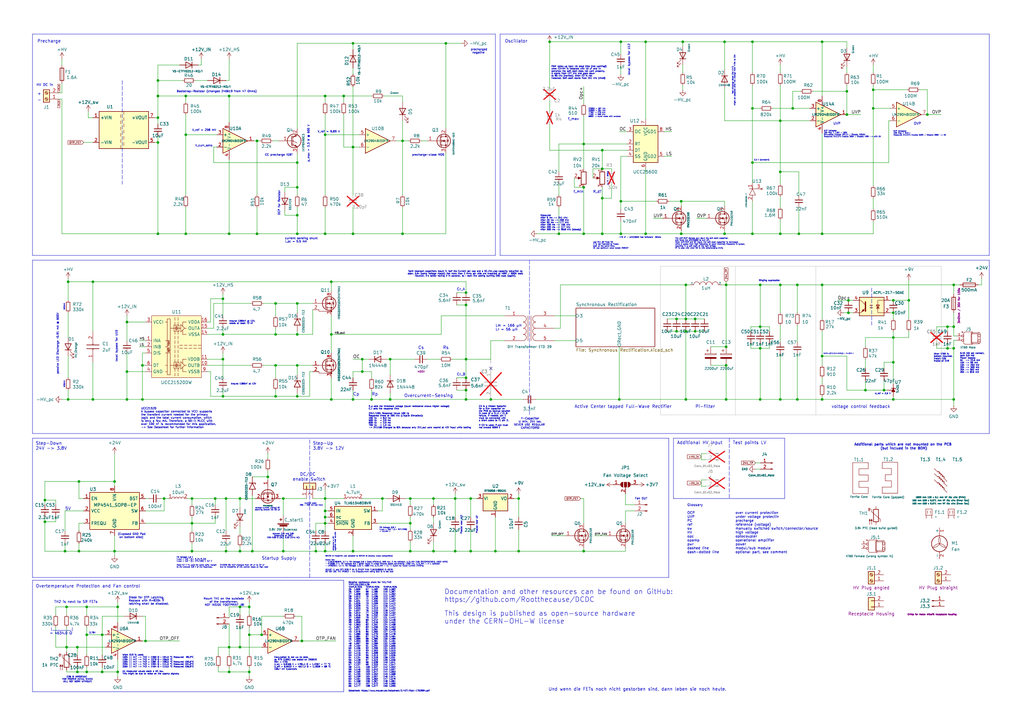
<source format=kicad_sch>
(kicad_sch (version 20231120) (generator "eeschema") (generator_version "8.0")
  (paper "A3")
  (title_block (title "DC/DC v9-3r1") (date "2025-03-16") (company "Author: Rootthecause"))
  (junction (at 366.395 148.59))
  (junction (at 64.77 58.42))
  (junction (at 52.07 163.83))
  (junction (at 337.185 146.05))
  (junction (at 144.78 95.885))
  (junction (at 320.04 163.83))
  (junction (at 366.395 123.19))
  (junction (at 102.235 248.92))
  (junction (at 152.4 163.83))
  (junction (at 144.78 226.06))
  (junction (at 98.425 226.06))
  (junction (at 337.185 163.83))
  (junction (at 337.185 17.145))
  (junction (at 41.91 260.35))
  (junction (at 264.795 95.885))
  (junction (at 366.395 138.43))
  (junction (at 31.75 265.43))
  (junction (at 18.415 213.995))
  (junction (at 372.745 123.19))
  (junction (at 177.8 226.06))
  (junction (at 121.92 149.86))
  (junction (at 239.395 76.835))
  (junction (at 26.67 226.06))
  (junction (at 102.235 275.59))
  (junction (at 64.77 33.02))
  (junction (at 113.03 124.46))
  (junction (at 78.74 214.63))
  (junction (at 168.275 204.47))
  (junction (at 229.235 95.885))
  (junction (at 92.71 226.06))
  (junction (at 98.425 248.92))
  (junction (at 35.56 248.92))
  (junction (at 239.395 95.885))
  (junction (at 191.135 163.83))
  (junction (at 182.88 17.78))
  (junction (at 337.185 116.84))
  (junction (at 247.015 69.215))
  (junction (at 135.89 163.83))
  (junction (at 58.42 149.86))
  (junction (at 140.97 39.37))
  (junction (at 347.345 46.99))
  (junction (at 102.235 260.35))
  (junction (at 277.495 135.89))
  (junction (at 254.635 82.55))
  (junction (at 165.1 57.785))
  (junction (at 121.92 137.16))
  (junction (at 98.425 204.47))
  (junction (at 247.015 81.28))
  (junction (at 91.44 122.555))
  (junction (at 308.61 17.145))
  (junction (at 93.98 95.885))
  (junction (at 327.025 116.84))
  (junction (at 327.025 163.83))
  (junction (at 358.14 36.83))
  (junction (at 193.04 226.06))
  (junction (at 168.275 214.63))
  (junction (at 41.91 275.59))
  (junction (at 193.04 204.47))
  (junction (at 76.2 55.245))
  (junction (at 320.04 49.53))
  (junction (at 46.99 197.485))
  (junction (at 133.35 212.09))
  (junction (at 67.31 204.47))
  (junction (at 281.305 135.89))
  (junction (at 133.35 214.63))
  (junction (at 129.54 226.06))
  (junction (at 201.295 163.83))
  (junction (at 156.845 204.47))
  (junction (at 247.015 61.595))
  (junction (at 144.78 60.325))
  (junction (at 366.395 163.83))
  (junction (at 133.35 39.37))
  (junction (at 311.785 142.875))
  (junction (at 121.92 76.835))
  (junction (at 311.785 163.83))
  (junction (at 107.315 260.35))
  (junction (at 247.015 95.885))
  (junction (at 320.04 95.885))
  (junction (at 191.135 160.02))
  (junction (at 347.345 37.465))
  (junction (at 121.92 88.265))
  (junction (at 281.305 130.81))
  (junction (at 133.35 204.47))
  (junction (at 133.35 226.06))
  (junction (at 113.03 162.56))
  (junction (at 311.785 133.985))
  (junction (at 308.61 95.885))
  (junction (at 380.365 46.99))
  (junction (at 281.305 163.83))
  (junction (at 105.41 95.885))
  (junction (at 254 163.83))
  (junction (at 388.62 133.985))
  (junction (at 279.4 95.885))
  (junction (at 391.16 133.985))
  (junction (at 320.04 70.485))
  (junction (at 133.35 95.885))
  (junction (at 186.69 226.06))
  (junction (at 133.35 55.245))
  (junction (at 239.395 226.06))
  (junction (at 18.415 205.105))
  (junction (at 116.205 204.47))
  (junction (at 225.425 17.145))
  (junction (at 391.16 163.83))
  (junction (at 191.135 154.94))
  (junction (at 135.89 137.16))
  (junction (at 113.03 137.16))
  (junction (at 327.66 95.885))
  (junction (at 297.18 17.145))
  (junction (at 98.425 265.43))
  (junction (at 27.94 115.57))
  (junction (at 121.92 162.56))
  (junction (at 52.07 132.08))
  (junction (at 297.815 163.83))
  (junction (at 165.1 95.885))
  (junction (at 191.135 120.015))
  (junction (at 64.77 39.37))
  (junction (at 27.94 163.83))
  (junction (at 93.98 39.37))
  (junction (at 254.635 95.885))
  (junction (at 160.02 163.83))
  (junction (at 46.99 226.06))
  (junction (at 177.8 204.47))
  (junction (at 27.305 265.43))
  (junction (at 76.2 95.885))
  (junction (at 297.815 149.86))
  (junction (at 148.59 147.32))
  (junction (at 144.78 17.78))
  (junction (at 285.115 135.89))
  (junction (at 308.61 44.45))
  (junction (at 113.03 149.86))
  (junction (at 254.635 17.145))
  (junction (at 347.98 128.27))
  (junction (at 93.98 265.43))
  (junction (at 358.14 44.45))
  (junction (at 297.18 95.885))
  (junction (at 186.69 204.47))
  (junction (at 280.035 17.145))
  (junction (at 31.75 275.59))
  (junction (at 279.4 82.55))
  (junction (at 32.385 226.06))
  (junction (at 285.115 130.81))
  (junction (at 148.59 152.4))
  (junction (at 297.815 116.84))
  (junction (at 308.61 66.675))
  (junction (at 109.855 195.58))
  (junction (at 32.385 197.485))
  (junction (at 354.965 160.02))
  (junction (at 337.185 95.885))
  (junction (at 203.2 226.06))
  (junction (at 58.42 163.83))
  (junction (at 59.69 262.89))
  (junction (at 48.26 248.92))
  (junction (at 212.725 204.47))
  (junction (at 191.135 147.32))
  (junction (at 38.1 163.83))
  (junction (at 277.495 130.81))
  (junction (at 64.77 95.885))
  (junction (at 391.16 116.84))
  (junction (at 191.135 125.095))
  (junction (at 91.44 147.32))
  (junction (at 144.78 163.83))
  (junction (at 78.74 226.06))
  (junction (at 123.825 262.89))
  (junction (at 76.2 39.37))
  (junction (at 366.395 128.27))
  (junction (at 91.44 137.16))
  (junction (at 121.92 124.46))
  (junction (at 133.35 209.55))
  (junction (at 64.77 48.26))
  (junction (at 27.305 248.92))
  (junction (at 212.725 226.06))
  (junction (at 103.505 226.06))
  (junction (at 168.275 226.06))
  (junction (at 281.305 116.84))
  (junction (at 116.205 226.06))
  (junction (at 320.04 116.84))
  (junction (at 105.41 57.785))
  (junction (at 93.98 275.59))
  (junction (at 88.265 204.47))
  (junction (at 135.89 115.57))
  (junction (at 362.585 160.02))
  (junction (at 347.98 123.19))
  (junction (at 121.92 66.675))
  (junction (at 160.02 147.32))
  (junction (at 38.1 115.57))
  (junction (at 325.12 44.45))
  (junction (at 35.56 275.59))
  (junction (at 121.92 95.885))
  (junction (at 92.71 204.47))
  (junction (at 52.07 152.4))
  (junction (at 264.795 17.145))
  (junction (at 78.74 204.47))
  (junction (at 388.62 142.875))
  (junction (at 239.395 59.055))
  (junction (at 311.785 116.84))
  (junction (at 48.26 275.59))
  (junction (at 91.44 162.56))
  (junction (at 35.56 260.35))
  (junction (at 391.16 142.875))
  (junction (at 297.815 142.24))
  (no_connect (at 201.295 151.13))
  (wire (pts (xy 280.035 36.83) (xy 280.035 34.925)))
  (wire (pts (xy 168.275 222.25) (xy 168.275 226.06)))
  (wire (pts (xy 133.35 214.63) (xy 133.35 217.805)))
  (wire (pts (xy 227.33 134.62) (xy 229.87 134.62)))
  (wire (pts (xy 287.655 199.39) (xy 289.56 199.39)))
  (wire (pts (xy 160.02 161.29) (xy 160.02 163.83)))
  (wire (pts (xy 180.975 137.16) (xy 180.975 129.54)))
  (wire (pts (xy 27.94 160.02) (xy 27.94 163.83)))
  (wire (pts (xy 35.56 260.35) (xy 41.91 260.35)))
  (wire (pts (xy 26.67 222.885) (xy 26.67 226.06)))
  (wire (pts (xy 93.98 265.43) (xy 98.425 265.43)))
  (wire (pts (xy 239.395 76.835) (xy 239.395 95.885)))
  (wire (pts (xy 35.56 275.59) (xy 41.91 275.59)))
  (wire (pts (xy 64.77 26.67) (xy 64.77 33.02)))
  (wire (pts (xy 235.585 76.835) (xy 239.395 76.835)))
  (wire (pts (xy 129.54 222.885) (xy 129.54 226.06)))
  (wire (pts (xy 277.495 135.89) (xy 281.305 135.89)))
  (wire (pts (xy 391.16 133.985) (xy 391.16 137.795)))
  (wire (pts (xy 98.425 224.155) (xy 98.425 226.06)))
  (wire (pts (xy 144.78 226.06) (xy 168.275 226.06)))
  (wire (pts (xy 165.1 49.53) (xy 165.1 57.785)))
  (wire (pts (xy 102.235 273.685) (xy 102.235 275.59)))
  (wire (pts (xy 144.78 60.325) (xy 144.78 80.01)))
  (wire (pts (xy 182.88 17.78) (xy 189.23 17.78)))
  (wire (pts (xy 38.1 148.59) (xy 38.1 163.83)))
  (wire (pts (xy 121.285 252.73) (xy 123.825 252.73)))
  (wire (pts (xy 193.04 217.17) (xy 193.04 226.06)))
  (wire (pts (xy 121.92 85.09) (xy 121.92 88.265)))
  (wire (pts (xy 166.37 204.47) (xy 168.275 204.47)))
  (wire (pts (xy 254.635 17.145) (xy 264.795 17.145)))
  (wire (pts (xy 92.71 222.885) (xy 92.71 226.06)))
  (polyline (pts (xy 203.2 13.97) (xy 203.2 104.775)))
  (wire (pts (xy 98.425 257.175) (xy 98.425 265.43)))
  (wire (pts (xy 254.635 27.305) (xy 254.635 30.48)))
  (wire (pts (xy 372.745 114.935) (xy 372.745 123.19)))
  (wire (pts (xy 109.855 193.04) (xy 109.855 195.58)))
  (wire (pts (xy 144.78 95.885) (xy 165.1 95.885)))
  (wire (pts (xy 391.16 142.875) (xy 391.16 163.83)))
  (wire (pts (xy 86.36 162.56) (xy 91.44 162.56)))
  (wire (pts (xy 327.025 116.84) (xy 337.185 116.84)))
  (wire (pts (xy 18.415 226.06) (xy 26.67 226.06)))
  (wire (pts (xy 107.315 252.73) (xy 107.315 260.35)))
  (wire (pts (xy 177.8 204.47) (xy 186.69 204.47)))
  (wire (pts (xy 92.71 33.02) (xy 93.98 33.02)))
  (wire (pts (xy 86.36 162.56) (xy 86.36 152.4)))
  (wire (pts (xy 46.99 186.055) (xy 46.99 197.485)))
  (wire (pts (xy 113.03 124.46) (xy 113.03 129.54)))
  (wire (pts (xy 89.535 268.605) (xy 89.535 265.43)))
  (wire (pts (xy 272.415 64.135) (xy 275.59 64.135)))
  (wire (pts (xy 225.425 61.595) (xy 247.015 61.595)))
  (wire (pts (xy 264.795 95.885) (xy 279.4 95.885)))
  (wire (pts (xy 102.235 257.175) (xy 102.235 260.35)))
  (wire (pts (xy 347.345 37.465) (xy 347.345 46.99)))
  (wire (pts (xy 295.91 116.84) (xy 297.815 116.84)))
  (wire (pts (xy 144.78 17.78) (xy 144.78 20.32)))
  (wire (pts (xy 22.86 248.92) (xy 27.305 248.92)))
  (wire (pts (xy 337.185 135.89) (xy 337.185 146.05)))
  (wire (pts (xy 274.32 82.55) (xy 279.4 82.55)))
  (wire (pts (xy 187.325 154.94) (xy 191.135 154.94)))
  (wire (pts (xy 157.48 39.37) (xy 165.1 39.37)))
  (wire (pts (xy 133.35 85.09) (xy 133.35 95.885)))
  (wire (pts (xy 264.795 17.145) (xy 280.035 17.145)))
  (wire (pts (xy 320.04 163.83) (xy 327.025 163.83)))
  (wire (pts (xy 177.8 226.06) (xy 186.69 226.06)))
  (wire (pts (xy 327.66 95.885) (xy 337.185 95.885)))
  (wire (pts (xy 212.725 212.09) (xy 212.725 204.47)))
  (wire (pts (xy 366.395 135.89) (xy 366.395 138.43)))
  (wire (pts (xy 354.965 156.21) (xy 354.965 160.02)))
  (polyline (pts (xy 270.891 109.22) (xy 334.645 109.22)) (stroke (width 0) (color 194 194 194 1)))
  (polyline (pts (xy 357.505 118.11) (xy 357.505 133.35)) (stroke (width 0) (type dash)))
  (wire (pts (xy 239.395 204.47) (xy 239.395 214.63)))
  (wire (pts (xy 102.235 247.015) (xy 102.235 248.92)))
  (wire (pts (xy 327.025 133.35) (xy 327.025 140.335)))
  (wire (pts (xy 287.655 186.055) (xy 289.56 186.055)))
  (wire (pts (xy 22.86 252.095) (xy 22.86 248.92)))
  (wire (pts (xy 35.56 257.175) (xy 35.56 260.35)))
  (wire (pts (xy 165.1 39.37) (xy 165.1 41.91)))
  (wire (pts (xy 311.785 142.875) (xy 311.785 163.83)))
  (wire (pts (xy 116.205 219.075) (xy 116.205 226.06)))
  (wire (pts (xy 116.205 211.455) (xy 116.205 204.47)))
  (polyline (pts (xy 140.97 237.998) (xy 140.97 283.718)))
  (wire (pts (xy 191.135 115.57) (xy 191.135 120.015)))
  (wire (pts (xy 91.44 147.32) (xy 85.09 147.32)))
  (wire (pts (xy 93.98 248.92) (xy 93.98 253.365)))
  (wire (pts (xy 128.27 152.4) (xy 127 152.4)))
  (wire (pts (xy 133.35 95.885) (xy 144.78 95.885)))
  (wire (pts (xy 41.91 252.73) (xy 50.8 252.73)))
  (wire (pts (xy 129.54 226.06) (xy 116.205 226.06)))
  (wire (pts (xy 52.07 132.08) (xy 59.69 132.08)))
  (wire (pts (xy 365.125 123.19) (xy 366.395 123.19)))
  (wire (pts (xy 133.35 39.37) (xy 133.35 41.91)))
  (wire (pts (xy 364.49 66.675) (xy 364.49 49.53)))
  (wire (pts (xy 309.88 189.865) (xy 311.785 189.865)))
  (wire (pts (xy 27.94 163.83) (xy 38.1 163.83)))
  (wire (pts (xy 58.42 252.73) (xy 59.69 252.73)))
  (wire (pts (xy 116.84 88.265) (xy 121.92 88.265)))
  (wire (pts (xy 105.41 57.785) (xy 106.68 57.785)))
  (wire (pts (xy 78.74 204.47) (xy 88.265 204.47)))
  (wire (pts (xy 133.35 55.245) (xy 133.35 80.01)))
  (wire (pts (xy 272.415 53.975) (xy 275.59 53.975)))
  (polyline (pts (xy 13.335 13.97) (xy 203.2 13.97)))
  (wire (pts (xy 247.015 95.885) (xy 254.635 95.885)))
  (wire (pts (xy 76.2 55.245) (xy 88.9 55.245)))
  (wire (pts (xy 333.375 37.465) (xy 347.345 37.465)))
  (wire (pts (xy 59.69 252.73) (xy 59.69 262.89)))
  (wire (pts (xy 87.63 60.325) (xy 87.63 66.675)))
  (wire (pts (xy 88.9 60.325) (xy 87.63 60.325)))
  (wire (pts (xy 121.92 162.56) (xy 113.03 162.56)))
  (polyline (pts (xy 117.475 179.705) (xy 274.32 179.705)))
  (wire (pts (xy 144.78 35.56) (xy 144.78 60.325)))
  (wire (pts (xy 358.14 90.805) (xy 358.14 95.885)))
  (wire (pts (xy 239.395 47.625) (xy 239.395 59.055)))
  (wire (pts (xy 220.345 95.885) (xy 229.235 95.885)))
  (polyline (pts (xy 203.2 104.775) (xy 13.335 104.775)))
  (wire (pts (xy 297.18 82.55) (xy 279.4 82.55)))
  (wire (pts (xy 102.235 277.495) (xy 102.235 275.59)))
  (wire (pts (xy 229.235 95.885) (xy 239.395 95.885)))
  (wire (pts (xy 89.535 275.59) (xy 93.98 275.59)))
  (wire (pts (xy 165.1 57.785) (xy 165.1 80.01)))
  (polyline (pts (xy 386.08 170.18) (xy 334.645 170.18)) (stroke (width 0) (color 194 194 194 1)))
  (wire (pts (xy 76.2 39.37) (xy 93.98 39.37)))
  (wire (pts (xy 391.16 163.83) (xy 391.16 166.37)))
  (wire (pts (xy 186.69 217.17) (xy 186.69 226.06)))
  (wire (pts (xy 93.98 65.405) (xy 93.98 95.885)))
  (wire (pts (xy 307.975 133.985) (xy 311.785 133.985)))
  (wire (pts (xy 86.36 122.555) (xy 86.36 132.08)))
  (wire (pts (xy 362.585 160.02) (xy 363.855 160.02)))
  (wire (pts (xy 98.425 265.43) (xy 107.315 265.43)))
  (wire (pts (xy 388.62 133.985) (xy 391.16 133.985)))
  (wire (pts (xy 58.42 149.86) (xy 59.69 149.86)))
  (wire (pts (xy 175.26 147.32) (xy 180.34 147.32)))
  (wire (pts (xy 32.385 214.63) (xy 32.385 217.805)))
  (wire (pts (xy 135.89 137.16) (xy 135.89 144.78)))
  (wire (pts (xy 191.135 147.32) (xy 191.135 154.94)))
  (wire (pts (xy 93.98 39.37) (xy 133.35 39.37)))
  (wire (pts (xy 158.75 147.32) (xy 160.02 147.32)))
  (wire (pts (xy 22.86 257.175) (xy 22.86 265.43)))
  (wire (pts (xy 98.425 248.92) (xy 102.235 248.92)))
  (wire (pts (xy 281.305 163.83) (xy 297.815 163.83)))
  (wire (pts (xy 27.94 128.27) (xy 27.94 138.43)))
  (wire (pts (xy 133.35 212.09) (xy 134.62 212.09)))
  (wire (pts (xy 254.635 64.135) (xy 257.175 64.135)))
  (wire (pts (xy 78.74 212.09) (xy 78.74 214.63)))
  (wire (pts (xy 91.44 160.02) (xy 91.44 162.56)))
  (wire (pts (xy 247.015 76.835) (xy 247.015 81.28)))
  (wire (pts (xy 89.535 265.43) (xy 93.98 265.43)))
  (wire (pts (xy 134.62 214.63) (xy 133.35 214.63)))
  (wire (pts (xy 93.98 95.885) (xy 105.41 95.885)))
  (wire (pts (xy 353.06 46.99) (xy 347.345 46.99)))
  (wire (pts (xy 102.235 260.35) (xy 102.235 268.605)))
  (wire (pts (xy 254 142.24) (xy 254 163.83)))
  (wire (pts (xy 133.35 200.66) (xy 133.35 204.47)))
  (polyline (pts (xy 13.335 179.705) (xy 117.475 179.705)))
  (wire (pts (xy 285.115 130.81) (xy 288.925 130.81)))
  (wire (pts (xy 18.415 205.105) (xy 18.415 207.01)))
  (wire (pts (xy 337.185 146.05) (xy 337.185 149.86)))
  (wire (pts (xy 66.04 204.47) (xy 67.31 204.47)))
  (wire (pts (xy 22.86 265.43) (xy 27.305 265.43)))
  (wire (pts (xy 256.54 224.79) (xy 256.54 226.06)))
  (wire (pts (xy 22.86 212.09) (xy 22.86 213.995)))
  (wire (pts (xy 88.265 204.47) (xy 92.71 204.47)))
  (wire (pts (xy 358.14 36.83) (xy 372.11 36.83)))
  (wire (pts (xy 144.78 147.32) (xy 148.59 147.32)))
  (wire (pts (xy 320.04 49.53) (xy 320.04 70.485)))
  (wire (pts (xy 152.4 152.4) (xy 152.4 154.94)))
  (wire (pts (xy 73.66 26.67) (xy 64.77 26.67)))
  (wire (pts (xy 325.12 37.465) (xy 325.12 44.45)))
  (wire (pts (xy 297.815 116.84) (xy 311.785 116.84)))
  (wire (pts (xy 128.27 204.47) (xy 133.35 204.47)))
  (wire (pts (xy 107.95 124.46) (xy 113.03 124.46)))
  (wire (pts (xy 182.88 17.78) (xy 182.88 52.705)))
  (wire (pts (xy 64.77 39.37) (xy 64.77 48.26)))
  (wire (pts (xy 41.91 252.73) (xy 41.91 260.35)))
  (wire (pts (xy 256.54 202.565) (xy 256.54 207.01)))
  (wire (pts (xy 34.29 204.47) (xy 32.385 204.47)))
  (wire (pts (xy 86.36 152.4) (xy 85.09 152.4)))
  (polyline (pts (xy 405.765 13.97) (xy 405.765 104.775)))
  (wire (pts (xy 67.31 204.47) (xy 67.31 209.55)))
  (polyline (pts (xy 299.085 179.705) (xy 299.085 204.47)) (stroke (width 0) (type dash)))
  (wire (pts (xy 254.635 90.805) (xy 254.635 95.885)))
  (wire (pts (xy 160.02 147.32) (xy 160.02 153.67)))
  (wire (pts (xy 107.95 149.86) (xy 113.03 149.86)))
  (wire (pts (xy 27.305 265.43) (xy 31.75 265.43)))
  (wire (pts (xy 392.43 139.573) (xy 391.16 139.573)))
  (wire (pts (xy 35.56 273.685) (xy 35.56 275.59)))
  (wire (pts (xy 391.16 128.27) (xy 391.16 133.985)))
  (wire (pts (xy 26.67 226.06) (xy 32.385 226.06)))
  (wire (pts (xy 121.92 66.675) (xy 121.92 76.835)))
  (wire (pts (xy 59.69 209.55) (xy 67.31 209.55)))
  (wire (pts (xy 80.01 33.02) (xy 85.09 33.02)))
  (wire (pts (xy 144.78 60.325) (xy 147.32 60.325)))
  (wire (pts (xy 386.08 46.99) (xy 380.365 46.99)))
  (wire (pts (xy 285.115 135.89) (xy 288.925 135.89)))
  (wire (pts (xy 85.09 149.86) (xy 102.87 149.86)))
  (wire (pts (xy 308.61 66.675) (xy 364.49 66.675)))
  (wire (pts (xy 187.325 125.095) (xy 191.135 125.095)))
  (wire (pts (xy 25.4 163.83) (xy 27.94 163.83)))
  (wire (pts (xy 165.1 95.885) (xy 182.88 95.885)))
  (wire (pts (xy 392.43 137.795) (xy 391.16 137.795)))
  (wire (pts (xy 18.415 205.105) (xy 22.86 205.105)))
  (wire (pts (xy 362.585 148.59) (xy 362.585 151.13)))
  (wire (pts (xy 337.185 54.61) (xy 337.185 95.885)))
  (wire (pts (xy 88.265 212.09) (xy 88.265 214.63)))
  (wire (pts (xy 116.205 204.47) (xy 114.935 204.47)))
  (wire (pts (xy 239.395 224.79) (xy 239.395 226.06)))
  (wire (pts (xy 87.63 124.46) (xy 87.63 134.62)))
  (wire (pts (xy 229.87 134.62) (xy 229.87 116.84)))
  (wire (pts (xy 388.62 135.89) (xy 388.62 133.985)))
  (wire (pts (xy 308.61 95.885) (xy 320.04 95.885)))
  (wire (pts (xy 225.425 41.275) (xy 225.425 45.72)))
  (wire (pts (xy 135.89 137.16) (xy 180.975 137.16)))
  (polyline (pts (xy 13.335 236.855) (xy 13.335 179.705)))
  (wire (pts (xy 297.18 17.145) (xy 308.61 17.145)))
  (wire (pts (xy 135.89 129.54) (xy 135.89 137.16)))
  (wire (pts (xy 186.69 226.06) (xy 193.04 226.06)))
  (wire (pts (xy 347.98 123.19) (xy 349.885 123.19)))
  (wire (pts (xy 64.77 58.42) (xy 64.77 95.885)))
  (wire (pts (xy 168.275 214.63) (xy 154.94 214.63)))
  (wire (pts (xy 46.99 226.06) (xy 46.99 219.71)))
  (wire (pts (xy 191.135 163.83) (xy 201.295 163.83)))
  (wire (pts (xy 144.78 17.78) (xy 182.88 17.78)))
  (polyline (pts (xy 301.625 109.22) (xy 301.625 170.18)) (stroke (width 0) (color 194 194 194 1)))
  (wire (pts (xy 78.74 204.47) (xy 78.74 207.01)))
  (wire (pts (xy 87.63 124.46) (xy 102.87 124.46)))
  (wire (pts (xy 354.965 160.02) (xy 362.585 160.02)))
  (wire (pts (xy 121.92 124.46) (xy 128.27 124.46)))
  (wire (pts (xy 93.98 275.59) (xy 102.235 275.59)))
  (wire (pts (xy 121.92 17.78) (xy 144.78 17.78)))
  (wire (pts (xy 27.305 248.92) (xy 27.305 252.095)))
  (wire (pts (xy 35.56 248.92) (xy 48.26 248.92)))
  (wire (pts (xy 320.04 116.84) (xy 327.025 116.84)))
  (wire (pts (xy 140.97 46.99) (xy 140.97 60.325)))
  (wire (pts (xy 91.44 144.78) (xy 91.44 147.32)))
  (wire (pts (xy 36.195 48.26) (xy 38.1 48.26)))
  (wire (pts (xy 135.89 115.57) (xy 191.135 115.57)))
  (wire (pts (xy 308.61 82.55) (xy 308.61 95.885)))
  (wire (pts (xy 140.97 39.37) (xy 140.97 41.91)))
  (wire (pts (xy 250.825 69.215) (xy 247.015 69.215)))
  (wire (pts (xy 281.305 135.89) (xy 285.115 135.89)))
  (wire (pts (xy 227.33 139.7) (xy 236.22 139.7)))
  (wire (pts (xy 35.56 260.35) (xy 35.56 268.605)))
  (wire (pts (xy 307.975 135.89) (xy 307.975 133.985)))
  (wire (pts (xy 247.015 81.28) (xy 247.015 95.885)))
  (wire (pts (xy 144.78 160.02) (xy 144.78 163.83)))
  (wire (pts (xy 154.94 209.55) (xy 156.845 209.55)))
  (wire (pts (xy 52.07 132.08) (xy 52.07 139.7)))
  (polyline (pts (xy 321.818 179.705) (xy 321.818 204.47)))
  (wire (pts (xy 297.18 84.455) (xy 297.18 82.55)))
  (wire (pts (xy 123.825 252.73) (xy 123.825 262.89)))
  (wire (pts (xy 76.2 55.245) (xy 76.2 80.01)))
  (wire (pts (xy 366.395 138.43) (xy 366.395 148.59)))
  (wire (pts (xy 177.8 212.09) (xy 177.8 214.63)))
  (wire (pts (xy 168.275 214.63) (xy 168.275 217.17)))
  (wire (pts (xy 102.235 248.92) (xy 102.235 252.095)))
  (wire (pts (xy 401.32 116.84) (xy 402.59 116.84)))
  (wire (pts (xy 156.845 204.47) (xy 156.845 209.55)))
  (wire (pts (xy 311.785 142.875) (xy 315.595 142.875)))
  (wire (pts (xy 337.185 154.94) (xy 337.185 157.48)))
  (wire (pts (xy 365.125 49.53) (xy 364.49 49.53)))
  (wire (pts (xy 25.4 38.1) (xy 25.4 34.29)))
  (wire (pts (xy 92.71 204.47) (xy 92.71 217.805)))
  (wire (pts (xy 279.4 94.615) (xy 279.4 95.885)))
  (polyline (pts (xy 270.891 170.18) (xy 270.891 109.22)) (stroke (width 0) (color 194 194 194 1)))
  (polyline (pts (xy 334.645 170.18) (xy 270.891 170.18)) (stroke (width 0) (color 194 194 194 1)))
  (wire (pts (xy 297.815 163.83) (xy 311.785 163.83)))
  (wire (pts (xy 280.035 26.67) (xy 280.035 29.845)))
  (wire (pts (xy 32.385 214.63) (xy 34.29 214.63)))
  (wire (pts (xy 347.345 17.145) (xy 337.185 17.145)))
  (wire (pts (xy 91.44 162.56) (xy 113.03 162.56)))
  (wire (pts (xy 186.69 204.47) (xy 193.04 204.47)))
  (wire (pts (xy 354.965 138.43) (xy 354.965 142.24)))
  (wire (pts (xy 402.59 116.84) (xy 402.59 114.3)))
  (wire (pts (xy 168.275 226.06) (xy 177.8 226.06)))
  (wire (pts (xy 121.92 88.265) (xy 121.92 95.885)))
  (wire (pts (xy 129.54 217.805) (xy 129.54 214.63)))
  (wire (pts (xy 201.295 147.32) (xy 191.135 147.32)))
  (wire (pts (xy 86.36 122.555) (xy 91.44 122.555)))
  (wire (pts (xy 297.18 17.145) (xy 297.18 28.575)))
  (wire (pts (xy 327.025 163.83) (xy 337.185 163.83)))
  (wire (pts (xy 41.91 273.685) (xy 41.91 275.59)))
  (wire (pts (xy 121.92 149.86) (xy 121.92 153.67)))
  (wire (pts (xy 287.655 188.595) (xy 289.56 188.595)))
  (wire (pts (xy 366.395 163.83) (xy 391.16 163.83)))
  (wire (pts (xy 116.84 86.36) (xy 116.84 88.265)))
  (wire (pts (xy 81.28 26.67) (xy 82.55 26.67)))
  (wire (pts (xy 91.44 120.65) (xy 91.44 122.555)))
  (wire (pts (xy 279.4 95.885) (xy 297.18 95.885)))
  (wire (pts (xy 229.235 59.055) (xy 239.395 59.055)))
  (wire (pts (xy 25.4 40.64) (xy 24.13 40.64)))
  (wire (pts (xy 107.315 252.73) (xy 116.205 252.73)))
  (wire (pts (xy 165.1 57.785) (xy 167.64 57.785)))
  (wire (pts (xy 102.235 260.35) (xy 107.315 260.35)))
  (polyline (pts (xy 50.165 33.02) (xy 50.165 75.565)) (stroke (width 0) (type dash)))
  (wire (pts (xy 227.33 129.54) (xy 236.22 129.54)))
  (wire (pts (xy 291.465 149.86) (xy 297.815 149.86)))
  (wire (pts (xy 133.35 39.37) (xy 140.97 39.37)))
  (wire (pts (xy 254.635 82.55) (xy 254.635 85.725)))
  (wire (pts (xy 250.825 81.28) (xy 247.015 81.28)))
  (wire (pts (xy 109.855 186.055) (xy 109.855 187.96)))
  (wire (pts (xy 308.61 44.45) (xy 308.61 66.675)))
  (wire (pts (xy 308.61 44.45) (xy 311.785 44.45)))
  (wire (pts (xy 250.825 69.215) (xy 250.825 70.485)))
  (wire (pts (xy 18.415 213.995) (xy 18.415 226.06)))
  (wire (pts (xy 247.015 69.215) (xy 247.015 61.595)))
  (wire (pts (xy 388.62 142.875) (xy 391.16 142.875)))
  (wire (pts (xy 162.56 57.785) (xy 165.1 57.785)))
  (wire (pts (xy 203.2 212.09) (xy 203.2 226.06)))
  (wire (pts (xy 116.205 204.47) (xy 125.73 204.47)))
  (wire (pts (xy 121.92 95.885) (xy 133.35 95.885)))
  (wire (pts (xy 144.78 152.4) (xy 144.78 154.94)))
  (wire (pts (xy 239.395 59.055) (xy 257.175 59.055)))
  (polyline (pts (xy 189.23 177.8) (xy 405.765 177.8)))
  (wire (pts (xy 123.825 262.89) (xy 122.555 262.89)))
  (wire (pts (xy 238.125 204.47) (xy 239.395 204.47)))
  (wire (pts (xy 140.97 204.47) (xy 133.35 204.47)))
  (wire (pts (xy 366.395 123.19) (xy 372.745 123.19)))
  (wire (pts (xy 320.04 145.415) (xy 320.04 163.83)))
  (wire (pts (xy 219.71 163.83) (xy 254 163.83)))
  (wire (pts (xy 135.89 163.83) (xy 144.78 163.83)))
  (wire (pts (xy 76.2 39.37) (xy 76.2 41.91)))
  (wire (pts (xy 25.4 95.885) (xy 64.77 95.885)))
  (wire (pts (xy 52.07 144.78) (xy 52.07 152.4)))
  (wire (pts (xy 31.75 273.685) (xy 31.75 275.59)))
  (wire (pts (xy 380.365 36.83) (xy 380.365 46.99)))
  (wire (pts (xy 320.04 90.17) (xy 320.04 95.885)))
  (wire (pts (xy 31.75 265.43) (xy 43.18 265.43)))
  (wire (pts (xy 308.61 17.145) (xy 308.61 29.845)))
  (wire (pts (xy 203.2 226.06) (xy 212.725 226.06)))
  (wire (pts (xy 287.655 196.85) (xy 289.56 196.85)))
  (wire (pts (xy 320.04 133.35) (xy 320.04 140.335)))
  (wire (pts (xy 27.94 115.57) (xy 27.94 123.19)))
  (wire (pts (xy 366.395 148.59) (xy 366.395 157.48)))
  (wire (pts (xy 58.42 163.83) (xy 135.89 163.83)))
  (wire (pts (xy 229.235 70.485) (xy 229.235 59.055)))
  (wire (pts (xy 212.725 204.47) (xy 210.82 204.47)))
  (wire (pts (xy 165.1 85.09) (xy 165.1 95.885)))
  (wire (pts (xy 239.395 95.885) (xy 247.015 95.885)))
  (wire (pts (xy 372.745 135.89) (xy 372.745 138.43)))
  (wire (pts (xy 64.77 33.02) (xy 74.93 33.02)))
  (wire (pts (xy 229.235 80.01) (xy 229.235 75.565)))
  (wire (pts (xy 226.06 219.71) (xy 231.775 219.71)))
  (polyline (pts (xy 276.225 204.47) (xy 276.225 179.705)))
  (wire (pts (xy 128.27 137.16) (xy 121.92 137.16)))
  (wire (pts (xy 148.59 147.32) (xy 151.13 147.32)))
  (wire (pts (xy 144.78 27.94) (xy 144.78 30.48)))
  (wire (pts (xy 64.77 39.37) (xy 76.2 39.37)))
  (wire (pts (xy 309.88 192.405) (xy 311.785 192.405)))
  (wire (pts (xy 362.585 156.21) (xy 362.585 160.02)))
  (wire (pts (xy 93.98 24.13) (xy 93.98 33.02)))
  (wire (pts (xy 337.185 162.56) (xy 337.185 163.83)))
  (wire (pts (xy 88.265 214.63) (xy 78.74 214.63)))
  (wire (pts (xy 365.125 44.45) (xy 358.14 44.45)))
  (wire (pts (xy 347.345 160.02) (xy 354.965 160.02)))
  (wire (pts (xy 27.305 248.92) (xy 35.56 248.92)))
  (wire (pts (xy 26.67 209.55) (xy 26.67 217.805)))
  (wire (pts (xy 281.305 116.84) (xy 281.305 130.81)))
  (wire (pts (xy 135.89 119.38) (xy 135.89 115.57)))
  (wire (pts (xy 85.09 137.16) (xy 91.44 137.16)))
  (wire (pts (xy 105.41 95.885) (xy 121.92 95.885)))
  (wire (pts (xy 144.78 163.83) (xy 152.4 163.83)))
  (wire (pts (xy 280.035 19.05) (xy 280.035 17.145)))
  (wire (pts (xy 384.175 133.985) (xy 388.62 133.985)))
  (wire (pts (xy 256.54 209.55) (xy 260.35 209.55)))
  (polyline (pts (xy 13.335 106.68) (xy 13.335 177.8)))
  (wire (pts (xy 225.425 17.145) (xy 254.635 17.145)))
  (wire (pts (xy 311.785 116.84) (xy 311.785 133.985)))
  (wire (pts (xy 91.44 137.16) (xy 113.03 137.16)))
  (wire (pts (xy 76.2 46.99) (xy 76.2 55.245)))
  (wire (pts (xy 133.35 55.245) (xy 147.32 55.245)))
  (wire (pts (xy 87.63 66.675) (xy 121.92 66.675)))
  (wire (pts (xy 144.78 152.4) (xy 148.59 152.4)))
  (wire (pts (xy 38.1 163.83) (xy 52.07 163.83)))
  (wire (pts (xy 87.63 134.62) (xy 85.09 134.62)))
  (wire (pts (xy 78.74 204.47) (xy 76.835 204.47)))
  (wire (pts (xy 358.14 81.28) (xy 358.14 85.725)))
  (wire (pts (xy 365.125 128.27) (xy 366.395 128.27)))
  (wire (pts (xy 58.42 144.78) (xy 58.42 149.86)))
  (wire (pts (xy 337.185 163.83) (xy 366.395 163.83)))
  (wire (pts (xy 129.54 214.63) (xy 133.35 214.63)))
  (polyline (pts (xy 217.17 106.68) (xy 217.17 170.18)) (stroke (width 0) (type dash)))
  (wire (pts (xy 212.725 217.17) (xy 212.725 226.06)))
  (wire (pts (xy 113.03 134.62) (xy 113.03 137.16)))
  (wire (pts (xy 18.415 212.09) (xy 18.415 213.995)))
  (wire (pts (xy 85.09 132.08) (xy 86.36 132.08)))
  (wire (pts (xy 46.99 226.06) (xy 46.99 227.965)))
  (wire (pts (xy 144.78 85.09) (xy 144.78 95.885)))
  (wire (pts (xy 254.635 64.135) (xy 254.635 82.55)))
  (polyline (pts (xy 276.225 179.705) (xy 321.818 179.705)))
  (wire (pts (xy 193.04 204.47) (xy 193.04 212.09)))
  (wire (pts (xy 168.275 212.09) (xy 168.275 214.63)))
  (wire (pts (xy 121.92 161.29) (xy 121.92 162.56)))
  (wire (pts (xy 308.61 66.675) (xy 308.61 74.93)))
  (wire (pts (xy 372.745 123.19) (xy 372.745 130.81)))
  (wire (pts (xy 372.745 138.43) (xy 366.395 138.43)))
  (wire (pts (xy 256.54 209.55) (xy 256.54 214.63)))
  (wire (pts (xy 332.105 49.53) (xy 320.04 49.53)))
  (wire (pts (xy 109.855 195.58) (xy 109.855 196.85)))
  (wire (pts (xy 78.74 214.63) (xy 78.74 217.805)))
  (wire (pts (xy 78.74 226.06) (xy 92.71 226.06)))
  (wire (pts (xy 337.185 146.05) (xy 347.345 146.05)))
  (wire (pts (xy 105.41 85.09) (xy 105.41 95.885)))
  (wire (pts (xy 320.04 116.84) (xy 320.04 128.27)))
  (wire (pts (xy 148.59 147.32) (xy 148.59 152.4)))
  (wire (pts (xy 362.585 148.59) (xy 366.395 148.59)))
  (wire (pts (xy 320.04 26.67) (xy 320.04 29.845)))
  (wire (pts (xy 377.19 36.83) (xy 380.365 36.83)))
  (wire (pts (xy 264.795 69.215) (xy 264.795 95.885)))
  (wire (pts (xy 180.975 129.54) (xy 207.01 129.54)))
  (wire (pts (xy 27.94 115.57) (xy 38.1 115.57)))
  (wire (pts (xy 121.92 124.46) (xy 121.92 128.27)))
  (wire (pts (xy 297.18 49.53) (xy 320.04 49.53)))
  (wire (pts (xy 311.785 163.83) (xy 320.04 163.83)))
  (wire (pts (xy 285.75 89.535) (xy 289.56 89.535)))
  (wire (pts (xy 133.35 204.47) (xy 133.35 209.55)))
  (wire (pts (xy 347.98 128.27) (xy 349.885 128.27)))
  (wire (pts (xy 135.89 163.83) (xy 135.89 154.94)))
  (polyline (pts (xy 117.475 236.855) (xy 13.335 236.855)))
  (wire (pts (xy 311.785 135.89) (xy 311.785 133.985)))
  (wire (pts (xy 366.395 128.27) (xy 366.395 130.81)))
  (wire (pts (xy 127 152.4) (xy 127 162.56)))
  (wire (pts (xy 64.77 55.88) (xy 64.77 58.42)))
  (wire (pts (xy 297.815 142.24) (xy 297.815 116.84)))
  (wire (pts (xy 308.61 34.925) (xy 308.61 44.45)))
  (polyline (pts (xy 205.105 13.97) (xy 405.765 13.97)))
  (wire (pts (xy 113.03 124.46) (xy 121.92 124.46)))
  (wire (pts (xy 133.35 209.55) (xy 133.35 212.09)))
  (wire (pts (xy 59.69 262.89) (xy 73.66 262.89)))
  (wire (pts (xy 27.305 274.955) (xy 27.305 275.59)))
  (polyline (pts (xy 13.335 13.97) (xy 13.335 104.775)))
  (wire (pts (xy 26.67 209.55) (xy 34.29 209.55)))
  (wire (pts (xy 152.4 160.02) (xy 152.4 163.83)))
  (wire (pts (xy 76.2 95.885) (xy 93.98 95.885)))
  (wire (pts (xy 281.305 116.84) (xy 283.21 116.84)))
  (wire (pts (xy 358.14 44.45) (xy 358.14 76.2)))
  (wire (pts (xy 172.72 57.785) (xy 175.26 57.785)))
  (wire (pts (xy 327.66 70.485) (xy 327.66 80.01)))
  (wire (pts (xy 121.92 52.705) (xy 121.92 17.78)))
  (wire (pts (xy 127 162.56) (xy 121.92 162.56)))
  (wire (pts (xy 78.74 222.885) (xy 78.74 226.06)))
  (wire (pts (xy 182.88 62.865) (xy 182.88 95.885)))
  (polyline (pts (xy 201.295 147.32) (xy 195.58 147.32)) (stroke (width 0) (type dot) (color 132 132 132 1)))
  (wire (pts (xy 297.18 36.195) (xy 297.18 49.53)))
  (wire (pts (xy 337.185 17.145) (xy 337.185 39.37)))
  (polyline (pts (xy 321.818 204.47) (xy 276.225 204.47)))
  (wire (pts (xy 201.295 139.7) (xy 207.01 139.7)))
  (wire (pts (xy 346.075 128.27) (xy 347.98 128.27)))
  (wire (pts (xy 140.97 60.325) (xy 144.78 60.325)))
  (wire (pts (xy 31.75 275.59) (xy 35.56 275.59)))
  (wire (pts (xy 391.16 116.84) (xy 391.16 120.65)))
  (wire (pts (xy 48.26 247.015) (xy 48.26 248.92)))
  (wire (pts (xy 287.655 196.85) (xy 287.655 199.39)))
  (wire (pts (xy 98.425 248.92) (xy 98.425 252.095)))
  (polyline (pts (xy 386.08 109.22) (xy 386.08 170.18)) (stroke (width 0) (color 194 194 194 1)))
  (wire (pts (xy 32.385 226.06) (xy 46.99 226.06)))
  (wire (pts (xy 59.69 204.47) (xy 60.96 204.47)))
  (wire (pts (xy 316.865 44.45) (xy 325.12 44.45)))
  (wire (pts (xy 191.135 160.02) (xy 191.135 163.83)))
  (wire (pts (xy 48.26 270.51) (xy 48.26 275.59)))
  (wire (pts (xy 297.18 94.615) (xy 297.18 95.885)))
  (wire (pts (xy 311.785 133.985) (xy 315.595 133.985)))
  (wire (pts (xy 168.275 204.47) (xy 168.275 207.01)))
  (wire (pts (xy 315.595 140.97) (xy 315.595 142.875)))
  (wire (pts (xy 311.785 140.97) (xy 311.785 142.875)))
  (wire (pts (xy 98.425 204.47) (xy 98.425 208.28)))
  (wire (pts (xy 104.14 57.785) (xy 105.41 57.785)))
  (wire (pts (xy 337.185 95.885) (xy 358.14 95.885)))
  (wire (pts (xy 52.07 152.4) (xy 59.69 152.4)))
  (wire (pts (xy 225.425 17.145) (xy 225.425 36.195)))
  (wire (pts (xy 177.8 222.25) (xy 177.8 226.06)))
  (wire (pts (xy 315.595 135.89) (xy 315.595 133.985)))
  (wire (pts (xy 384.175 142.875) (xy 388.62 142.875)))
  (wire (pts (xy 201.295 163.83) (xy 214.63 163.83)))
  (wire (pts (xy 156.845 204.47) (xy 148.59 204.47)))
  (wire (pts (xy 32.385 222.885) (xy 32.385 226.06)))
  (wire (pts (xy 185.42 147.32) (xy 191.135 147.32)))
  (wire (pts (xy 347.345 34.925) (xy 347.345 37.465)))
  (wire (pts (xy 254 53.975) (xy 257.175 53.975)))
  (wire (pts (xy 358.14 34.925) (xy 358.14 36.83)))
  (wire (pts (xy 92.71 204.47) (xy 98.425 204.47)))
  (wire (pts (xy 103.505 195.58) (xy 109.855 195.58)))
  (wire (pts (xy 187.325 160.02) (xy 191.135 160.02)))
  (wire (pts (xy 116.84 76.835) (xy 121.92 76.835)))
  (wire (pts (xy 187.325 120.015) (xy 191.135 120.015)))
  (wire (pts (xy 354.965 147.32) (xy 354.965 151.13)))
  (wire (pts (xy 256.54 207.01) (xy 260.35 207.01)))
  (wire (pts (xy 254 163.83) (xy 281.305 163.83)))
  (wire (pts (xy 35.56 248.92) (xy 35.56 252.095)))
  (polyline (pts (xy 205.105 13.97) (xy 205.105 104.775)))
  (wire (pts (xy 31.75 265.43) (xy 31.75 268.605)))
  (wire (pts (xy 325.12 37.465) (xy 328.295 37.465)))
  (wire (pts (xy 160.02 163.83) (xy 191.135 163.83)))
  (wire (pts (xy 358.14 36.83) (xy 358.14 44.45)))
  (wire (pts (xy 113.03 149.86) (xy 113.03 154.94)))
  (wire (pts (xy 133.35 222.885) (xy 133.35 226.06)))
  (wire (pts (xy 297.815 149.86) (xy 297.815 163.83)))
  (wire (pts (xy 59.69 214.63) (xy 78.74 214.63)))
  (wire (pts (xy 281.305 130.81) (xy 285.115 130.81)))
  (wire (pts (xy 52.07 163.83) (xy 58.42 163.83)))
  (wire (pts (xy 144.78 219.71) (xy 144.78 226.06)))
  (wire (pts (xy 229.87 116.84) (xy 281.305 116.84)))
  (wire (pts (xy 52.07 129.54) (xy 52.07 132.08)))
  (wire (pts (xy 366.395 162.56) (xy 366.395 163.83)))
  (wire (pts (xy 388.62 140.97) (xy 388.62 142.875)))
  (wire (pts (xy 347.345 27.305) (xy 347.345 29.845)))
  (wire (pts (xy 332.105 44.45) (xy 325.12 44.45)))
  (wire (pts (xy 243.84 219.71) (xy 248.92 219.71)))
  (wire (pts (xy 123.825 262.89) (xy 137.795 262.89)))
  (wire (pts (xy 308.61 17.145) (xy 337.185 17.145)))
  (wire (pts (xy 46.99 197.485) (xy 46.99 199.39)))
  (wire (pts (xy 384.175 140.97) (xy 384.175 142.875)))
  (wire (pts (xy 121.92 62.865) (xy 121.92 66.675)))
  (wire (pts (xy 64.77 48.26) (xy 64.77 50.8)))
  (wire (pts (xy 48.26 277.495) (xy 48.26 275.59)))
  (wire (pts (xy 354.965 138.43) (xy 366.395 138.43)))
  (wire (pts (xy 91.44 122.555) (xy 91.44 129.54)))
  (wire (pts (xy 92.71 226.06) (xy 98.425 226.06)))
  (wire (pts (xy 38.1 115.57) (xy 135.89 115.57)))
  (wire (pts (xy 88.265 204.47) (xy 88.265 207.01)))
  (wire (pts (xy 32.385 197.485) (xy 46.99 197.485)))
  (wire (pts (xy 93.98 39.37) (xy 93.98 50.165)))
  (wire (pts (xy 64.77 33.02) (xy 64.77 39.37)))
  (wire (pts (xy 243.205 69.215) (xy 247.015 69.215)))
  (wire (pts (xy 57.15 139.7) (xy 59.69 139.7)))
  (wire (pts (xy 113.03 149.86) (xy 121.92 149.86)))
  (wire (pts (xy 64.77 95.885) (xy 76.2 95.885)))
  (wire (pts (xy 239.395 226.06) (xy 256.54 226.06)))
  (wire (pts (xy 280.035 17.145) (xy 297.18 17.145)))
  (wire (pts (xy 59.69 262.89) (xy 58.42 262.89)))
  (wire (pts (xy 82.55 24.13) (xy 82.55 26.67)))
  (wire (pts (xy 307.975 140.97) (xy 307.975 142.875)))
  (wire (pts (xy 121.92 135.89) (xy 121.92 137.16)))
  (wire (pts (xy 279.4 84.455) (xy 279.4 82.55)))
  (wire (pts (xy 98.425 226.06) (xy 103.505 226.06)))
  (wire (pts (xy 103.505 226.06) (xy 116.205 226.06)))
  (polyline (pts (xy 13.335 237.998) (xy 13.335 283.718)))
  (wire (pts (xy 320.04 34.925) (xy 320.04 49.53)))
  (wire (pts (xy 63.5 58.42) (xy 64.77 58.42)))
  (wire (pts (xy 212.725 226.06) (xy 239.395 226.06)))
  (wire (pts (xy 41.91 275.59) (xy 48.26 275.59)))
  (wire (pts (xy 186.69 204.47) (xy 186.69 212.09)))
  (polyline (pts (xy 13.335 177.8) (xy 189.23 177.8)))
  (wire (pts (xy 27.305 265.43) (xy 27.305 267.335)))
  (wire (pts (xy 320.04 70.485) (xy 320.04 75.565)))
  (wire (pts (xy 27.305 257.175) (xy 27.305 265.43)))
  (wire (pts (xy 239.395 35.56) (xy 239.395 42.545)))
  (wire (pts (xy 18.415 197.485) (xy 18.415 205.105)))
  (wire (pts (xy 27.94 146.05) (xy 27.94 154.94)))
  (wire (pts (xy 25.4 24.13) (xy 25.4 26.67)))
  (wire (pts (xy 152.4 163.83) (xy 160.02 163.83)))
  (wire (pts (xy 41.91 260.35) (xy 43.18 260.35)))
  (wire (pts (xy 93.98 273.685) (xy 93.98 275.59)))
  (wire (pts (xy 177.8 204.47) (xy 177.8 207.01)))
  (wire (pts (xy 212.725 202.565) (xy 212.725 204.47)))
  (wire (pts (xy 140.97 39.37) (xy 152.4 39.37)))
  (wire (pts (xy 93.98 248.92) (xy 98.425 248.92)))
  (wire (pts (xy 93.98 265.43) (xy 93.98 268.605)))
  (wire (pts (xy 38.1 115.57) (xy 38.1 135.89)))
  (wire (pts (xy 327.66 95.885) (xy 320.04 95.885)))
  (wire (pts (xy 89.535 273.685) (xy 89.535 275.59)))
  (wire (pts (xy 264.795 17.145) (xy 264.795 48.895)))
  (wire (pts (xy 59.69 144.78) (xy 58.42 144.78)))
  (wire (pts (xy 393.7 116.84) (xy 391.16 116.84)))
  (wire (pts (xy 254.635 17.145) (xy 254.635 22.225)))
  (polyline (pts (xy 405.765 106.68) (xy 13.335 106.68)))
  (wire (pts (xy 250.825 75.565) (xy 250.825 81.28)))
  (wire (pts (xy 193.04 204.47) (xy 195.58 204.47)))
  (wire (pts (xy 193.04 226.06) (xy 203.2 226.06)))
  (wire (pts (xy 158.75 204.47) (xy 156.845 204.47)))
  (wire (pts (xy 337.185 116.84) (xy 391.16 116.84)))
  (wire (pts (xy 254.635 95.885) (xy 264.795 95.885)))
  (wire (pts (xy 58.42 149.86) (xy 58.42 163.83)))
  (wire (pts (xy 191.135 125.095) (xy 191.135 147.32)))
  (wire (pts (xy 22.86 207.01) (xy 22.86 205.105)))
  (wire (pts (xy 134.62 209.55) (xy 133.35 209.55)))
  (wire (pts (xy 347.345 146.05) (xy 347.345 160.02)))
  (wire (pts (xy 229.235 85.09) (xy 229.235 95.885)))
  (wire (pts (xy 327.025 145.415) (xy 327.025 163.83)))
  (wire (pts (xy 57.15 142.24) (xy 59.69 142.24)))
  (wire (pts (xy 297.18 95.885) (xy 308.61 95.885)))
  (wire (pts (xy 113.03 160.02) (xy 113.03 162.56)))
  (polyline (pts (xy 405.765 104.775) (xy 205.105 104.775)))
  (wire (pts (xy 25.4 38.1) (xy 24.13 38.1)))
  (wire (pts (xy 384.175 135.89) (xy 384.175 133.985)))
  (wire (pts (xy 52.07 152.4) (xy 52.07 163.83)))
  (wire (pts (xy 34.29 58.42) (xy 38.1 58.42)))
  (wire (pts (xy 254.635 82.55) (xy 269.24 82.55)))
  (wire (pts (xy 25.4 40.64) (xy 25.4 95.885)))
  (wire (pts (xy 144.78 226.06) (xy 133.35 226.06)))
  (wire (pts (xy 91.44 134.62) (xy 91.44 137.16)))
  (wire (pts (xy 243.205 73.025) (xy 243.205 69.215)))
  (wire (pts (xy 36.195 45.72) (xy 36.195 48.26)))
  (wire (pts (xy 128.27 127) (xy 128.27 137.16)))
  (wire (pts (xy 133.35 212.09) (xy 133.35 214.63)))
  (wire (pts (xy 201.295 139.7) (xy 201.295 147.32)))
  (wire (pts (xy 291.465 142.24) (xy 297.815 142.24)))
  (polyline (pts (xy 405.765 177.8) (xy 405.765 106.68)))
  (wire (pts (xy 67.31 204.47) (xy 69.215 204.47)))
  (wire (pts (xy 27.305 275.59) (xy 31.75 275.59)))
  (wire (pts (xy 160.02 147.32) (xy 170.18 147.32)))
  (wire (pts (xy 63.5 48.26) (xy 64.77 48.26)))
  (polyline (pts (xy 127 236.855) (xy 127 179.832)) (stroke (width 0) (type dash) (color 0 0 194 0.5)))
  (wire (pts (xy 239.395 69.215) (xy 239.395 59.055)))
  (wire (pts (xy 168.275 204.47) (xy 177.8 204.47)))
  (wire (pts (xy 111.76 57.785) (xy 114.3 57.785)))
  (wire (pts (xy 391.16 139.573) (xy 391.16 142.875)))
  (wire (pts (xy 358.14 26.67) (xy 358.14 29.845)))
  (wire (pts (xy 320.04 80.645) (xy 320.04 85.09)))
  (wire (pts (xy 32.385 197.485) (xy 32.385 204.47)))
  (wire (pts (xy 105.41 80.01) (xy 105.41 57.785)))
  (wire (pts (xy 327.66 85.09) (xy 327.66 95.885)))
  (wire (pts (xy 93.98 255.905) (xy 93.98 265.43)))
  (wire (pts (xy 18.415 197.485) (xy 32.385 197.485)))
  (wire (pts (xy 121.92 137.16) (xy 113.03 137.16)))
  (wire (pts (xy 347.345 17.145) (xy 347.345 19.685)))
  (polyline (pts (xy 274.32 236.855) (xy 117.475 236.855)))
  (wire (pts (xy 281.305 135.89) (xy 281.305 163.83)))
  (wire (pts (xy 133.35 46.99) (xy 133.35 55.245)))
  (wire (pts (xy 273.685 130.81) (xy 277.495 130.81)))
  (wire (pts (xy 186.69 202.565) (xy 186.69 204.47)))
  (wire (pts (xy 235.585 73.025) (xy 235.585 76.835)))
  (polyline (pts (xy 201.295 147.32) (xy 201.295 151.13)) (stroke (width 0) (type dash_dot) (color 132 132 132 1)))
  (wire (pts (xy 121.92 76.835) (xy 121.92 80.01)))
  (wire (pts (xy 98.425 215.9) (xy 98.425 219.075)))
  (wire (pts (xy 76.2 85.09) (xy 76.2 95.885)))
  (wire (pts (xy 27.94 114.3) (xy 27.94 115.57)))
  (polyline (pts (xy 13.335 237.998) (xy 140.97 237.998)))
  (wire (pts (xy 91.44 147.32) (xy 91.44 154.94)))
  (wire (pts (xy 225.425 50.8) (xy 225.425 61.595)))
  (wire (pts (xy 103.505 203.2) (xy 103.505 226.06)))
  (polyline (pts (xy 334.645 109.22) (xy 386.08 109.22)) (stroke (width 0) (color 194 194 194 1)))
  (wire (pts (xy 277.495 130.81) (xy 281.305 130.81)))
  (wire (pts (xy 41.91 260.35) (xy 41.91 268.605)))
  (wire (pts (xy 46.99 226.06) (xy 78.74 226.06)))
  (polyline (pts (xy 274.32 179.705) (xy 274.32 236.855)))
  (polyline (pts (xy 334.645 109.22) (xy 334.645 170.18)) (stroke (width 0) (color 194 194 194 1)))
  (wire (pts (xy 327.025 116.84) (xy 327.025 128.27)))
  (wire (pts (xy 307.975 142.875) (xy 311.785 142.875)))
  (wire (pts (xy 247.015 61.595) (xy 257.175 61.595)))
  (wire (pts (xy 148.59 152.4) (xy 152.4 152.4)))
  (wire (pts (xy 267.97 89.535) (xy 271.78 89.535)))
  (polyline (pts (xy 140.97 283.718) (xy 13.335 283.718)))
  (wire (pts (xy 48.26 248.92) (xy 48.26 255.27)))
  (wire (pts (xy 121.92 149.86) (xy 128.27 149.86)))
  (wire (pts (xy 327.66 70.485) (xy 320.04 70.485)))
  (wire (pts (xy 297.815 115.57) (xy 297.815 116.84)))
  (wire (pts (xy 116.84 78.74) (xy 116.84 76.835)))
  (wire (pts (xy 18.415 213.995) (xy 22.86 213.995)))
  (wire (pts (xy 311.785 116.84) (xy 320.04 116.84)))
  (wire (pts (xy 98.425 204.47) (xy 104.775 204.47)))
  (wire (pts (xy 337.185 116.84) (xy 337.185 130.81)))
  (wire (pts (xy 343.535 123.19) (xy 347.98 123.19)))
  (wire (pts (xy 133.35 226.06) (xy 129.54 226.06)))
  (wire (pts (xy 287.655 186.055) (xy 287.655 188.595)))
  (wire (pts (xy 273.685 135.89) (xy 277.495 135.89)))
  (text "2.79V " (at 38.1 259.715 0) (effects (font (size 0.6 0.6))))
  (text "PWM ramp-up hack via dead time (not working!)\nwhen C2+R4 is installed with 10 uF and 1k \nsomehow the soft start does not work properly. \nIt starts from 127 kHz and goes down \nto 95 kHz (normal). When C2 is not \ninstalled, Soft start starts from 341 kHz (nice!)" (at 226.06 29.845 0) (effects (font (size 0.6 0.6)) (justify left)))
  (text "3.3 V (constant)" (at 315.595 66.04 0) (effects (font (size 0.5 0.5)) (justify right bottom)))
  (text "f_max" (at 237.49 49.53 0) (effects (font (size 1 1)) (justify right bottom)))
  (text "OVP Voltages: \n100 Meg + 543 k  \nMeasured 241127: Enable: 609V / Disable 598V -> OK" (at 366.395 55.88 0) (effects (font (size 0.5 0.5)) (justify left bottom)))
  (text "Calculation is not up-to date, \nas R75 (100k) was added on 250619\nR54 = 470k\nU_on = 5.9466 V = 4784.4 Ω = 1.2267 = 77 °C\nU_off = 6.0533 V = 4617.2 Ω = 1.1839 = 68 °C\n106.7 mV hysteresis" (at 112.395 274.955 0) (effects (font (size 0.6 0.6)) (justify left bottom)))
  (text "between 2.5V and 3.8V\n(depending on SOC)\nESR: 0,65 Ω (DC), 0,3Ω (1kHz AC)" (at 116.205 220.98 0) (effects (font (size 0.5 0.5)) (justify bottom)))
  (text "500mW" (at 26.67 124.46 90) (effects (font (size 0.5 0.5)) (justify right bottom)))
  (text "FB Voltage: 1.0 V\nV_out = 1.0 * (1+ R_24/R_23)\nV_out = 1.0 * (1+ 27k/10k) = 3.7 V\n\nNote: 3.7 V is used for some safty margin \nto the allowed 3.8 V of the Supercap." (at 72.39 233.045 0) (effects (font (size 0.5 0.5)) (justify left bottom)))
  (text "  HV DC in" (at 13.335 35.56 0) (effects (font (size 1 1)) (justify left bottom)))
  (text "500mW" (at 26.67 156.21 90) (effects (font (size 0.5 0.5)) (justify right bottom)))
  (text "UVP" (at 344.805 51.435 0) (effects (font (size 1 1)) (justify right bottom)))
  (text "Cr_B\n" (at 187.325 154.305 0) (effects (font (size 1 1)) (justify left bottom)))
  (text "CC precharge IGBT" (at 108.585 64.135 0) (effects (font (size 0.8 0.8)) (justify left bottom)))
  (text "C3 is a hidden footprint\nfor a film capacitor on \nthe PCB as backup solution \nin case of a Cr_A / Cr_B\nfailure. If needed, pin 1 \nmust be connected with\na short cable to T1 pin 2.\n\nIf C3 is used, P_out must \nnot exceed 500W !" (at 196.342 171.196 0) (effects (font (size 0.6 0.6)) (justify left)))
  (text "-" (at 15.24 41.91 0) (effects (font (size 1.27 1.27)) (justify left bottom)))
  (text "Lm = 166 µH\nLr = 56 µH" (at 203.2 135.89 0) (effects (font (size 1 1)) (justify left bottom)))
  (text "The UVP/OVP signals pull down the soft start capacitor, \nand force the UCC25600 to turn off. \nWhen UVP/OVP are OK (low), the soft start capacitor is recharged, \nwhile a sweep from high frequency to lower (normal) frequency is output, \nresulting in a soft start of the half-bridge.\nRT is also LOW when SS is LOW (discharging C42)." (at 276.86 102.235 0) (effects (font (size 0.5 0.5)) (justify left bottom)))
  (text "470 nF - UCC25600 Tool Softstart:  265ms" (at 254 97.79 0) (effects (font (size 0.5 0.5)) (justify left bottom)))
  (text "R_dT" (at 243.205 79.375 0) (effects (font (size 1 1)) (justify left bottom)))
  (text "f_min" (at 239.395 79.375 0) (effects (font (size 1 1)) (justify right bottom)))
  (text "5V" (at 26.67 209.55 0) (effects (font (size 1.27 1.27)) (justify left bottom)))
  (text "precharge-close MOS" (at 168.91 64.135 0) (effects (font (size 0.8 0.8)) (justify left bottom)))
  (text "Placed near U2" (at 195.58 215.265 90) (effects (font (size 0.6 0.6))))
  (text "SOT23-5 Footprint was adapted to SOT23-6 (mostly cross compatible)\n\nWorks for: \n- TLV61048DBVR, 3.7 A, FB-Voltage: 0.8 V (best efficieny), 600 kHz, 2 ms softstart, U_in_min 2.65 (RECOMMENDED, USED HERE)\n- MT3608, 2 A, FB-Voltage: 0.6 V (often found in cheap Amazon Boost converters), 1200 kHz, U_in_min = 2 V, softstart\n- LMR62014, 1.4 A, FB-Voltage: 1.23 V, 1600 kHz, U_in_min = 2.7 V, Cycle-by-Cycle Current Limiting\n\nADJUST L1 and R27/R28 IF AN IC OTHER THAN TLV61048DBVR IS USED!\nDO NOT USE THE AP3012 - It's (input)current rating (0.5 A) is too low!" (at 133.35 234.95 0) (effects (font (size 0.5 0.5)) (justify left bottom)))
  (text "Mount TH1 on the outsiede \nof the transformer. \nNOT INSIDE FOOTPRINT J8!" (at 92.075 247.015 0) (effects (font (size 0.8 0.8))))
  (text "local bypass for U12" (at 258.445 31.115 90) (effects (font (size 0.8 0.8)) (justify left bottom)))
  (text "Glossary\n\nOCP					over current protection\nUVP					under voltage protectin\nPC					precharge\nref					reference (voltage)\nsw					manually switched switch/connector/source \nHV					high voltage\nopc					optocoupler\nopamp				operational amplifier\npwr					power\ndashed line			modul/sub module\ndash-dotted line 	optional part, see comment" (at 281.813 227.203 0) (effects (font (size 1 1)) (justify left bottom)))
  (text "   DC/DC\nenable Switch" (at 120.015 197.485 0) (effects (font (size 1.27 1.27)) (justify left bottom)))
  (text "TH2 is next to SR FETs" (at 31.115 247.015 0) (effects (font (size 1 1))))
  (text "OVP" (at 377.825 51.435 0) (effects (font (size 1 1)) (justify right bottom)))
  (text "p_max = 3.3 W @ 600 V" (at 127 66.675 90) (effects (font (size 0.8 0.8)) (justify left bottom)))
  (text "Split resonant capacitors result in half the Current per cap and a DC_link_cap capacity reduction by \nappx. 3.5x (same Voltage ripple). Not more than 2 Arms per side are expected at 400V / 500W load. \nHowever, it's better having 2 in parallel, bc I dont like seeing burning C0G caps (again). " (at 191.135 112.395 0) (effects (font (size 0.6 0.6))))
  (text "2.5*(1+((27)/(2.2+0.91))) = 24.2042 V " (at 350.52 145.415 0) (effects (font (size 0.4 0.4)) (justify right bottom)))
  (text "Rs" (at 181.61 143.51 0) (effects (font (size 1.27 1.27)) (justify left bottom)))
  (text "Rp" (at 152.4 162.56 0) (effects (font (size 1.27 1.27)) (justify left bottom)))
  (text "Additional HV Input" (at 277.622 182.499 0) (effects (font (size 1.27 1.27)) (justify left bottom)))
  (text "Overtemperature Protection and Fan control" (at 14.605 241.3 0) (effects (font (size 1.27 1.27)) (justify left bottom)))
  (text "current sensing shunt\nI_pc = 5.5 mA" (at 116.84 99.695 0) (effects (font (size 0.8 0.8)) (justify left bottom)))
  (text "|__________|\n= 4634.0 Ω " (at 25.4 259.08 0) (effects (font (size 1 1))))
  (text "V_curr_sens" (at 80.01 60.325 0) (effects (font (size 0.8 0.8)) (justify left bottom)))
  (text "V_ref = 258 mV" (at 78.74 53.975 0) (effects (font (size 0.8 0.8)) (justify left bottom)))
  (text "11.7k = 300ns" (at 249.555 76.2 90) (effects (font (size 0.5 0.5)) (justify left bottom)))
  (text "Active Center tapped Full-Wave Rectifier" (at 235.585 167.64 0) (effects (font (size 1.27 1.27)) (justify left bottom)))
  (text "UCC21520\nA bypass capacitor connected to VCCI supports \nthe transient current needed for the primary \nlogic and the total current consumption, which \nis only a few mA. Therefore, a 50-V MLCC with \nover 100 nF is recommended for this application.\n-> See Datasheet for further information" (at 57.785 175.895 0) (effects (font (size 0.8 0.8)) (justify left bottom)))
  (text "Diode for OTP Latching.\nReplace with R=820k if \nlatching shall be disabled." (at 52.705 248.285 0) (effects (font (size 0.8 0.8)) (justify left bottom)))
  (text "Relative resistance chart for TH1/TH2 \nTFPTL15L2201JL2B \nTEMP.R/R25	TEMP.R/R25	TEMP.R/R25\n25	1.000	67	1.182	109	1.382\n26	1.004	68	1.186	110	1.387\n27	1.008	69	1.191	111	1.392\n28	1.012	70	1.196	112	1.397\n29	1.017	71	1.200	113	1.402\n30	1.021	72	1.205	114	1.407\n31	1.025	73	1.209	115	1.412\n32	1.029	74	1.214	116	1.417\n33	1.033	75	1.219	117	1.422\n34	1.037	76	1.223	118	1.427\n35	1.042	77	1.228	119	1.432\n36	1.046	78	1.232	120	1.437\n37	1.050	79	1.237	121	1.442\n38	1.054	80	1.242	122	1.448\n39	1.059	81	1.246	123	1.453\n40	1.063	82	1.251	124	1.458\n41	1.067	83	1.256	125	1.463\n42	1.071	84	1.261	126	1.468\n43	1.076	85	1.265	127	1.473\n44	1.080	86	1.270	128	1.478\n45	1.084	87	1.275	129	1.484\n46	1.089	88	1.280	130	1.489\n47	1.093	89	1.284	131	1.494\n48	1.097	90	1.289	132	1.499\n49	1.102	91	1.294	133	1.505\n50	1.106	92	1.299	134	1.510\n51	1.110	93	1.303	135	1.515\n52	1.115	94	1.308	136	1.520\n53	1.119	95	1.313	137	1.526\n54	1.124	96	1.318	138	1.531\n55	1.128	97	1.323	139	1.536\n56	1.133	98	1.328	140	1.541\n57	1.137	99	1.333	141	1.547\n58	1.141	100	1.337	142	1.552\n59	1.146	101	1.342	143	1.557\n60	1.150	102	1.347	144	1.563\n61	1.155	103	1.352	145	1.568\n62	1.159	104	1.357	146	1.574\n63	1.164	105	1.362	147	1.579\n64	1.168	106	1.367	148	1.584\n65	1.173	107	1.372	149	1.590\n66	1.177	108	1.377	150	1.595\n\nDatasheet: https://www.mouser.de/datasheet/2/427/tfptl-1762894.pdf\n" (at 142.875 283.845 0) (effects (font (size 0.6 0.6)) (justify left bottom)))
  (text "V_ref = 9.89 V" (at 130.175 54.61 0) (effects (font (size 0.8 0.8)) (justify left bottom)))
  (text "Overcurrent-Sensing" (at 165.735 163.195 0) (effects (font (size 1.27 1.27)) (justify left bottom)))
  (text "When XT60 is \nbottom mounted,\ninstall C55 \ninsted of C49" (at 382.905 148.59 0) (effects (font (size 0.6 0.6)) (justify left bottom)))
  (text "Placed near U12" (at 189.23 215.265 90) (effects (font (size 0.6 0.6))))
  (text "precharged\n negative" (at 193.04 22.225 0) (effects (font (size 0.8 0.8)) (justify left bottom)))
  (text "FB Voltage: 0.8 V\nV_out = 0.8 * (1+ R27/R28) \n= 12.194 V" (at 155.575 218.44 0) (effects (font (size 0.5 0.5)) (justify left bottom)))
  (text "When D10 is used:\n100k || 4k7 -> TH2 = 1360 Ω ~ 104.5 °C Measured  99.3°C\n120k || 4k7 -> TH2 = 1370 Ω ~ 106.5 °C  \n150k || 4k7 -> TH2 = 1381 Ω ~ 108.5 °C Measured 100.6°C\n220k || 4k7 -> TH2 = 1394 Ω ~ 111.5 °C Measured 104.0°C\n330k || 4k7 -> TH2 = 1404 Ω ~ 113.5 °C Measured 106.9°C\n\nAll measured values seem a bit low. \nThis might be due to noise on the opamp signals." (at 50.165 276.86 0) (effects (font (size 0.6 0.6)) (justify left bottom)))
  (text "241028 C8, C12 changed from 10 uF to 22 uF \ndue to instability of the control loops at high load" (at 90.17 233.045 0) (effects (font (size 0.5 0.5)) (justify left bottom)))
  (text "local bypass for U10" (at 48.26 148.59 90) (effects (font (size 0.8 0.8)) (justify left bottom)))
  (text "passive LED Discharge ~0.91 mA @ 600V" (at 24.13 153.67 90) (effects (font (size 0.8 0.8)) (justify left bottom)))
  (text "Fan OUT" (at 260.35 205.105 0) (effects (font (size 0.8 0.8)) (justify left bottom)))
  (text "reverse current without Q7\nblocking around 10-20 µA" (at 114.935 209.55 0) (effects (font (size 0.5 0.5)) (justify right bottom)))
  (text "Cr_A\n" (at 187.325 119.38 0) (effects (font (size 1 1)) (justify left bottom)))
  (text "voltage control feedback" (at 340.995 167.64 0) (effects (font (size 1.27 1.27)) (justify left bottom)))
  (text "This design is published as open-source hardware \nunder the CERN-OHL-W license" (at 182.245 253.365 0) (effects (font (size 2 2)) (justify left)))
  (text "Step-Down\n24V -> 3.8V " (at 14.605 184.785 0) (effects (font (size 1.27 1.27)) (justify left bottom)))
  (text "Und wenn die FETs noch nicht gestorben sind, dann leben sie noch heute." (at 224.917 283.591 0) (effects (font (size 1.27 1.27)) (justify left bottom)))
  (text "Measured\nAfter 0 ms -> 341 kHz\nAfter 20 ms -> 209 kHz\nAfter 50 ms -> 177 kHz\nAfter 100 ms -> 156 kHz\nAfter 200 ms -> 117 kHz\nAfter 300 ms -> 95.8 kHz (steady)" (at 221.615 91.44 0) (effects (font (size 0.6 0.6)) (justify left)))
  (text "Test points LV" (at 300.482 182.499 0) (effects (font (size 1.27 1.27)) (justify left bottom)))
  (text "C28 IS IMPORTANT \nFOR PROPER INITIAL STATE!\nWILL NOT WORK WITHOUT!" (at 31.75 278.765 0) (effects (font (size 0.6 0.6))))
  (text "Additional parts which are not mounted on the PCB \n(but inclued in the BOM)" (at 370.713 183.261 0) (effects (font (size 1 1) (thickness 0.2) (bold yes))))
  (text "Step-Up\n3.8V -> 12V " (at 128.27 184.785 0) (effects (font (size 1.27 1.27)) (justify left bottom)))
  (text "(Exposed GND Pad \n on bottom side)" (at 48.26 220.98 0) (effects (font (size 0.8 0.8)) (justify left bottom)))
  (text "Oscillator" (at 207.01 17.78 0) (effects (font (size 1.27 1.27)) (justify left bottom)))
  (text "Startup Supply" (at 107.315 229.87 0) (effects (font (size 1.27 1.27)) (justify left bottom)))
  (text "UVP Voltages: \n100 Meg + 1.6M + 100k\nSimulated: Enable: 197.1V / Disable 193.0V \nMeasured 241127: Enable: 206V / Disable 199V -> still OK" (at 337.82 56.515 0) (effects (font (size 0.5 0.5)) (justify left bottom)))
  (text "\n0.45 mΩ per contact, \nboth 0.9 mΩ\nPower losses:\n5A	-> 22.5 mW\n10A	-> 90 mW\n15A	-> 203 mW\n20A	-> 360 mW\n25A -> 563 mW\n30A -> 810 mW" (at 393.7 153.162 0) (effects (font (size 0.6 0.6)) (justify left bottom)))
  (text "Around 1380nF at 12V" (at 94.615 157.607 0) (effects (font (size 0.6 0.6)) (justify left)))
  (text "Y-Capacitor\nU min. 2kV Iso.\nNEVER USE REGULAR \nCAPACITORS!" (at 217.424 176.149 0) (effects (font (size 0.8 0.8)) (justify bottom)))
  (text "Bootstrap-Resistor (changed 240619 from 47 Ohms)" (at 72.39 38.1 0) (effects (font (size 0.8 0.8)) (justify left bottom)))
  (text "+" (at 15.24 39.37 0) (effects (font (size 1.27 1.27)) (justify left bottom)))
  (text "Precharge" (at 15.24 17.78 0) (effects (font (size 1.27 1.27)) (justify left bottom)))
  (text "current appr. \n200 - 250 mA (no Fan)" (at 127.635 207.645 0) (effects (font (size 0.5 0.5)) (justify bottom)))
  (text "Pi-filter" (at 285.115 167.64 0) (effects (font (size 1.27 1.27)) (justify left bottom)))
  (text "Cp" (at 144.78 162.56 0) (effects (font (size 1.27 1.27)) (justify left bottom)))
  (text "fast dicharge diode (for C47)\nmight be obsolete after the change from 470n to 22n" (at 301.625 33.02 90) (effects (font (size 0.5 0.5)) (justify bottom)))
  (text "debounce a bit \nagainst mad scrutis" (at 137.795 226.06 90) (effects (font (size 0.5 0.5)) (justify left bottom)))
  (text "Documentation and other resources can be found on GitHub:\nhttps://github.com/Rootthecause/DCDC" (at 182.245 244.475 0) (effects (font (size 2 2)) (justify left)))
  (text "Around 1380nF at 12V, \nneeds at least 72 nF" (at 93.98 132.334 0) (effects (font (size 0.6 0.6)) (justify left)))
  (text "Ringing supression" (at 311.15 115.57 0) (effects (font (size 0.6 0.6)) (justify left bottom)))
  (text "Cs" (at 171.45 143.51 0) (effects (font (size 1.27 1.27)) (justify left bottom)))
  (text "OCP for Resistor" (at 114.935 78.105 90) (effects (font (size 0.8 0.8)) (justify right bottom)))
  (text "U_ref = 2.5 V " (at 358.775 161.925 0) (effects (font (size 0.6 0.6)) (justify left bottom)))
  (text "R_p sets the threshold voltage (lower resistance allows higher voltage)\nC_r sets the response time\n\n22nF/100k Response Value: 400 Vp\nResponse times at 200 kHz (LTspcie Simlation):\n400 Vp 	= 8.3 ms\n500 Vp	= 2.9 ms\n600 Vp	= 2.0 ms\n700 Vp	= 1.5 ms\n-> 241108 Changed to 82k because only 21V_out were reachd at 42V input while testing" (at 151.13 175.895 0) (effects (font (size 0.6 0.6)) (justify left bottom)))
  (text "Use RV1 OR fixed R3\nIt is not intended to install \nboth at the same time.\n3k was optimum value tested 250107" (at 243.205 102.235 0) (effects (font (size 0.5 0.5)) (justify left bottom)))
  (text "2200Ω = 187 kHz\n1000Ω = 264 kHz\n770Ω  = 270 kHz\n715Ω  = 350 kHz\n680Ω  = burst mode still enabled" (at 241.3 48.26 0) (effects (font (size 0.5 0.5)) (justify left bottom)))
  (label "OTP_FAN" (at 137.795 262.89 180))
  (label "OVP" (at 285.75 89.535 0))
  (label "OC" (at 254 53.975 0))
  (label "HS" (at 275.59 53.975 180))
  (label "OC" (at 144.78 147.32 0))
  (label "Opc+" (at 343.535 123.19 0))
  (label "UVP" (at 267.97 89.535 0))
  (label "OTP_OFF" (at 73.66 262.89 180))
  (label "OVP" (at 386.08 46.99 180))
  (label "LS" (at 57.15 142.24 0) (effects (font (size 1 1))))
  (label "OTP_OFF" (at 226.06 219.71 0) (effects (font (size 0.8 0.8))))
  (label "Opc+" (at 239.395 35.56 270))
  (label "LS" (at 275.59 64.135 180))
  (label "HB_out" (at 137.16 137.16 0) (effects (font (size 0.8 0.8))))
  (label "OTP_FAN" (at 243.84 219.71 0) (effects (font (size 0.8 0.8))))
  (label "UVP" (at 353.06 46.99 180))
  (label "HS" (at 57.15 139.7 0) (effects (font (size 1 1))))
  (global_label "OTP_FET" (shape input) (at 34.29 58.42 180) (effects (font (size 0.8 0.8))) (property "Intersheetrefs" "${INTERSHEET_REFS}" (effects (hide yes))))
  (global_label "24V_TP" (shape input) (at 309.88 189.865 180) (effects (font (size 0.8 0.8))) (property "Intersheetrefs" "${INTERSHEET_REFS}" (effects (hide yes))))
  (global_label "24V_TP" (shape input) (at 297.815 115.57 90) (effects (font (size 0.8 0.8))) (property "Intersheetrefs" "${INTERSHEET_REFS}" (effects (hide yes))))
  (global_label "-HV_in" (shape input) (at 287.655 198.12 180) (effects (font (size 0.8 0.8))) (property "Intersheetrefs" "${INTERSHEET_REFS}" (effects (hide yes))))
  (global_label "+HV_in" (shape input) (at 24.13 38.1 90) (effects (font (size 0.5 0.5))) (property "Intersheetrefs" "${INTERSHEET_REFS}" (effects (hide yes))))
  (global_label "+HV_in" (shape input) (at 287.655 187.325 180) (effects (font (size 0.8 0.8))) (property "Intersheetrefs" "${INTERSHEET_REFS}" (effects (hide yes))))
  (global_label "OTP_FET" (shape input) (at 238.125 204.47 180) (effects (font (size 0.8 0.8))) (property "Intersheetrefs" "${INTERSHEET_REFS}" (effects (hide yes))))
  (global_label "-HV_in" (shape input) (at 24.13 40.64 270) (effects (font (size 0.5 0.5))) (property "Intersheetrefs" "${INTERSHEET_REFS}" (effects (hide yes))))
  (symbol (lib_id "Amplifier_Operational:LM2904") (at 96.52 57.785 0) (unit 1)
    (property "Reference" "U10" (at 96.52 52.705 0))
    (property "Value" "LM2904BIDDFR" (at 95.885 57.785 0) (effects (font (size 0.9 0.9))))
    (property "Footprint" "DCDC-Footprints:SOT-23-8_DC-DC_v9" (effects (hide yes)))
    (property "Datasheet" "https://www.mouser.de/ProductDetail/595-LM2904BIDDFR" (effects (hide yes)))
    (property "Manufacturer_Part_Number" "LM2904BIDDFR" (effects (hide yes)))
    (property "Qty Order" "3" (effects (hide yes)))
    (property "ignore for iBom" "1" (effects (hide yes)))
    (property "Source" "Mouser" (effects (hide yes)))
  )
  (symbol (lib_id "TBA 1-1212HI:TBA 1-1212HI") (at 50.8 53.34 0) (unit 1)
    (property "Reference" "U1" (at 45.085 43.815 0))
    (property "Value" "TBA 1-1212HI" (effects (hide yes)))
    (property "Footprint" "DCDC-Footprints:Converter_DCDC_TRACO_TBA 1-1212HI-3kV-iso" (effects (hide yes)))
    (property "Datasheet" "https://www.mouser.de/ProductDetail/TRACO-Power/TBA-1-1212HI?qs=byeeYqUIh0N5pnK9BA%252B2og%3D%3D" (effects (hide yes)))
    (property "Description" "PEME1-S12-S12-S has lower current consumption but is out of stock" (effects (hide yes)))
    (property "Manufacturer_Part_Number" "TBA 1-1212HI" (effects (hide yes)))
    (property "Qty Order" "1" (effects (hide yes)))
    (property "ignore for PCBA" "1" (effects (hide yes)))
    (property "comment" "If not available, use PD01S1212A https://www.mouser.de/ProductDetail/Delta-Electronics/PD01S1212A?qs=%2FW4LtXOBxKsNNDIpmtt%2FbQ%3D%3D " (effects (hide yes)))
    (property "Source" "Mouser" (effects (hide yes)))
  )
  (symbol (lib_id "Device:C_Small") (at 217.17 163.83 90) (unit 1)
    (property "Reference" "C4" (at 215.265 160.655 90))
    (property "Value" "3.3nF" (at 217.17 167.64 90))
    (property "Footprint" "DCDC-Footprints:C_Disc_D12.5mm_W5.0mm_P10.00mm" (effects (hide yes)))
    (property "Datasheet" "https://www.mouser.de/ProductDetail/Vishay-BC-Components/VY1332M59Y5UQ63V0?qs=YhDfSRCt1jSxb5NtHMih%252Bg%3D%3D" (effects (hide yes)))
    (property "Manufacturer_Part_Number" "VY1332M59Y5UQ63V0" (effects (hide yes)))
    (property "Qty Order" "1" (effects (hide yes)))
    (property "ignore for PCBA" "1" (effects (hide yes)))
    (property "Source" "Mouser" (effects (hide yes)))
  )
  (symbol (lib_id "Device:C_Small") (at 91.44 157.48 180) (unit 1)
    (property "Reference" "C40" (at 89.8865 155.067 0))
    (property "Value" "2.2uF" (at 91.3916 160.147 0))
    (property "Footprint" "DCDC-Footprints:C_0805_2012Metric" (effects (hide yes)))
    (property "Datasheet" "https://www.mouser.de/ProductDetail/Samsung-Electro-Mechanics/CL21B225KBYNNWE?qs=81r%252BiQLm7BSQ0niHgk%2FU1g%3D%3D" (effects (hide yes)))
    (property "Manufacturer_Part_Number" "CL21B225KBYNNWE" (effects (hide yes)))
    (property "Qty Order" "1" (effects (hide yes)))
    (property "ignore for iBom" "1" (effects (hide yes)))
    (property "Source" "Mouser" (effects (hide yes)))
  )
  (symbol (lib_id "Device:C_Small") (at 18.415 209.55 180) (unit 1)
    (property "Reference" "C15" (at 16.2265 207.137 0))
    (property "Value" "2.2uF" (at 18.3666 212.217 0))
    (property "Footprint" "DCDC-Footprints:C_0805_2012Metric" (effects (hide yes)))
    (property "Datasheet" "https://www.mouser.de/ProductDetail/Samsung-Electro-Mechanics/CL21B225KBYNNWE?qs=81r%252BiQLm7BSQ0niHgk%2FU1g%3D%3D" (effects (hide yes)))
    (property "Manufacturer_Part_Number" "CL21B225KBYNNWE" (effects (hide yes)))
    (property "Qty Order" "1" (effects (hide yes)))
    (property "ignore for iBom" "1" (effects (hide yes)))
    (property "Source" "Mouser" (effects (hide yes)))
  )
  (symbol (lib_id "Device:LED") (at 347.345 23.495 270) (mirror x) (unit 1)
    (property "Reference" "D3" (at 347.345 20.955 90) (effects (justify right)))
    (property "Value" "Green" (at 349.885 18.415 0) (effects (font (size 0.8 0.8)) (justify right)))
    (property "Footprint" "DCDC-Footprints:LED_0603_1608Metric_Pad1.05x0.95mm_HandSolder" (effects (hide yes)))
    (property "Datasheet" "https://www.mouser.de/ProductDetail/Inolux/IN-S63AT5G?qs=fAHHVMwC%252Bbiw6WrSEma0zA%3D%3D" (effects (hide yes)))
    (property "Manufacturer_Part_Number" "IN-S63AT5G" (effects (hide yes)))
    (property "Qty Order" "4" (effects (hide yes)))
    (property "ignore for iBom" "1" (effects (hide yes)))
    (property "Source" "Mouser" (effects (hide yes)))
  )
  (symbol (lib_id "Device:R_Small") (at 118.745 252.73 270) (unit 1)
    (property "Reference" "R18" (at 120.3765 250.317 90) (effects (justify right)))
    (property "Value" "470k" (at 120.6116 255.397 90) (effects (justify right)))
    (property "Footprint" "DCDC-Footprints:R_0603_1608Metric" (effects (hide yes)))
    (property "Datasheet" "https://www.mouser.de/ProductDetail/Vishay-Dale/RCS0603470KJNEA?qs=NKmfXavxMazYXJw1HCoZ6Q%3D%3D" (effects (hide yes)))
    (property "Manufacturer_Part_Number" "RCS0603470KJNEA" (effects (hide yes)))
    (property "Qty Order" "1" (effects (hide yes)))
    (property "ignore for iBom" "1" (effects (hide yes)))
    (property "Source" "Mouser" (effects (hide yes)))
  )
  (symbol (lib_id "Device:C_Small") (at 172.72 147.32 90) (unit 1)
    (property "Reference" "C39" (at 174.625 144.78 90) (effects (justify left)))
    (property "Value" "470pF" (at 175.895 150.495 90) (effects (justify left)))
    (property "Footprint" "DCDC-Footprints:C_1206_3216Metric" (effects (hide yes)))
    (property "Datasheet" "https://www.mouser.de/ProductDetail/Wurth-Elektronik/885342208005?qs=MLItCLRbWswV%252Bu0dQbBqKw%3D%3D" (effects (hide yes)))
    (property "Voltage" "400V" (at 172.72 152.4 90) (effects (font (size 0.8 0.8))))
    (property "Manufacturer_Part_Number" "885342208005" (effects (hide yes)))
    (property "Qty Order" "3" (effects (hide yes)))
    (property "ignore for iBom" "1" (effects (hide yes)))
    (property "Source" "Mouser" (effects (hide yes)))
  )
  (symbol (lib_id "Device:C_Small") (at 327.025 142.875 180) (unit 1)
    (property "Reference" "C57" (at 324.8365 140.462 0))
    (property "Value" "1nF" (at 326.9766 145.542 0))
    (property "Footprint" "DCDC-Footprints:C_0603_1608Metric" (effects (hide yes)))
    (property "Datasheet" "https://www.mouser.de/ProductDetail/Wurth-Elektronik/885342206003?qs=sGAEpiMZZMsh%252B1woXyUXj88C7E9rEmUTOqWCYOjsSpE%3D" (effects (hide yes)))
    (property "Manufacturer_Part_Number" "885342206003" (effects (hide yes)))
    (property "Qty Order" "1" (effects (hide yes)))
    (property "ignore for iBom" "1" (effects (hide yes)))
    (property "Source" "Mouser" (effects (hide yes)))
  )
  (symbol (lib_id "Device:C_Small") (at 186.69 214.63 0) (mirror y) (unit 1)
    (property "Reference" "C18" (at 186.563 212.598 0) (effects (justify left)))
    (property "Value" "22uF" (at 188.976 217.424 0) (effects (justify left)))
    (property "Footprint" "DCDC-Footprints:C_0805_2012Metric" (effects (hide yes)))
    (property "Datasheet" "https://www.mouser.de/ProductDetail/Samsung-Electro-Mechanics/CL21A226MAYNNNE?qs=xZ%2FP%252Ba9zWqY%2FVvCfXjMhqg%3D%3D" (effects (hide yes)))
    (property "Manufacturer_Part_Number" "CL21A226MAYNNNE" (effects (hide yes)))
    (property "Qty Order" "13" (effects (hide yes)))
    (property "ignore for iBom" "1" (effects (hide yes)))
    (property "Source" "Mouser" (effects (hide yes)))
  )
  (symbol (lib_id "Device:C_Small") (at 320.04 142.875 180) (unit 1)
    (property "Reference" "C56" (at 317.8515 140.462 0))
    (property "Value" "1nF" (at 319.9916 145.542 0))
    (property "Footprint" "DCDC-Footprints:C_0603_1608Metric" (effects (hide yes)))
    (property "Datasheet" "https://www.mouser.de/ProductDetail/Wurth-Elektronik/885342206003?qs=sGAEpiMZZMsh%252B1woXyUXj88C7E9rEmUTOqWCYOjsSpE%3D" (effects (hide yes)))
    (property "Manufacturer_Part_Number" "885342206003" (effects (hide yes)))
    (property "Qty Order" "1" (effects (hide yes)))
    (property "ignore for iBom" "1" (effects (hide yes)))
    (property "Source" "Mouser" (effects (hide yes)))
  )
  (symbol (lib_id "Device:R_Small") (at 280.035 32.385 0) (mirror x) (unit 1)
    (property "Reference" "R5" (at 281.305 31.75 0) (effects (justify left)))
    (property "Value" "10k" (at 281.559 33.782 0) (effects (justify left)))
    (property "Footprint" "DCDC-Footprints:R_0603_1608Metric" (effects (hide yes)))
    (property "Datasheet" "https://www.mouser.de/ProductDetail/ROHM-Semiconductor/ESR03EZPJ103?qs=DyUWGjl%252BcVt8C23uz7MWdg%3D%3D" (effects (hide yes)))
    (property "Manufacturer_Part_Number" "ESR03EZPJ103" (effects (hide yes)))
    (property "Qty Order" "14" (effects (hide yes)))
    (property "ignore for iBom" "1" (effects (hide yes)))
    (property "Source" "Mouser" (effects (hide yes)))
  )
  (symbol (lib_id "Amplifier_Operational:LM2904") (at 96.52 57.785 0) (unit 3)
    (property "Reference" "U10" (effects (hide yes)))
    (property "Value" "LM2904BIDDFR" (effects (hide yes)))
    (property "Footprint" "DCDC-Footprints:SOT-23-8_DC-DC_v9" (effects (hide yes)))
    (property "Datasheet" "https://www.mouser.de/ProductDetail/595-LM2904BIDDFR" (effects (hide yes)))
    (property "Manufacturer_Part_Number" "LM2904BIDDFR" (effects (hide yes)))
    (property "Qty Order" "3" (effects (hide yes)))
    (property "ignore for iBom" "1" (effects (hide yes)))
    (property "Source" "Mouser" (effects (hide yes)))
  )
  (symbol (lib_id "power:+24V") (at 402.59 114.3 0) (unit 1)
    (property "Reference" "#PWR02" (effects (hide yes)))
    (property "Value" "+24V" (at 402.59 109.855 0))
  )
  (symbol (lib_id "DC-DC Symbol Lib:Fuse_clips") (at 387.604 210.058 0) (unit 1) (on_board no)
    (property "Reference" "F1.2" (at 392.43 210.0579 0) (effects (justify left)))
    (property "Value" "~" (at 392.43 211.963 0) (effects (justify left)))
    (property "Datasheet" "https://www.mouser.de/ProductDetail/Littelfuse/01220083Z?qs=95aqoVzNh5YRvw7yc4yLmA%3D%3D" (effects (hide yes)))
    (property "Manufacturer_Part_Number" "01220083Z" (effects (hide yes)))
    (property "Source" "Mouser" (effects (hide yes)))
  )
  (symbol (lib_id "Amplifier_Operational:LM2904") (at 50.8 262.89 0) (unit 3)
    (property "Reference" "U6" (effects (hide yes)))
    (property "Value" "LM2904BIDDFR" (effects (hide yes)))
    (property "Footprint" "DCDC-Footprints:SOT-23-8_DC-DC_v9" (effects (hide yes)))
    (property "Datasheet" "https://www.mouser.de/ProductDetail/595-LM2904BIDDFR" (effects (hide yes)))
    (property "Manufacturer_Part_Number" "LM2904BIDDFR" (effects (hide yes)))
    (property "Qty Order" "3" (effects (hide yes)))
    (property "ignore for iBom" "1" (effects (hide yes)))
    (property "Source" "Mouser" (effects (hide yes)))
  )
  (symbol (lib_id "Device:C_Small") (at 225.425 38.735 180) (unit 1) (in_bom no) (dnp yes)
    (property "Reference" "C2" (at 229.87 41.275 0) (effects (justify left)))
    (property "Value" "2.2uF" (at 227.838 36.449 0) (effects (justify left)))
    (property "Footprint" "DCDC-Footprints:C_0805_2012Metric" (effects (hide yes)))
    (property "Datasheet" "https://www.mouser.de/ProductDetail/Samsung-Electro-Mechanics/CL21B225KBYNNWE?qs=81r%252BiQLm7BSQ0niHgk%2FU1g%3D%3D" (effects (hide yes)))
    (property "Manufacturer_Part_Number" "CL21B225KBYNNWE" (effects (hide yes)))
    (property "Qty Order" "13" (effects (hide yes)))
    (property "ignore for iBom" "1" (effects (hide yes)))
    (property "Source" "Mouser" (effects (hide yes)))
  )
  (symbol (lib_id "Converter_DCDC:-HV_pc") (at 346.075 128.27 270) (unit 1)
    (property "Reference" "#PWR0128" (effects (hide yes)))
    (property "Value" "-HV_pc" (at 348.996 130.6831 90) (effects (font (size 1 1)) (justify right)))
  )
  (symbol (lib_id "Device:R_Small") (at 170.18 57.785 270) (unit 1)
    (property "Reference" "R8" (at 172.1925 55.753 90) (effects (justify right)))
    (property "Value" "2.2k" (at 172.4276 59.944 90) (effects (justify right)))
    (property "Footprint" "DCDC-Footprints:R_0603_1608Metric" (effects (hide yes)))
    (property "Datasheet" "https://www.mouser.de/ProductDetail/ROHM-Semiconductor/ESR03EZPJ222?qs=DyUWGjl%252BcVuZfLe1fBr0Mg%3D%3D" (effects (hide yes)))
    (property "Manufacturer_Part_Number" "ESR03EZPJ222" (effects (hide yes)))
    (property "Qty Order" "3" (effects (hide yes)))
    (property "ignore for iBom" "1" (effects (hide yes)))
    (property "Source" "Mouser" (effects (hide yes)))
  )
  (symbol (lib_id "Device:R_Small") (at 152.4 157.48 180) (unit 1)
    (property "Reference" "R60" (at 153.543 156.5715 0) (effects (justify right)))
    (property "Value" "82k" (at 153.543 158.7116 0) (effects (justify right)))
    (property "Footprint" "DCDC-Footprints:R_0603_1608Metric" (effects (hide yes)))
    (property "Datasheet" "https://www.mouser.de/ProductDetail/YAGEO/RC0603JR-0782KL?qs=sGAEpiMZZMtlubZbdhIBIAVdtiC5pVGKjg4gTFnK6BA%3D" (effects (hide yes)))
    (property "Manufacturer_Part_Number" "RC0603JR-0782KL" (effects (hide yes)))
    (property "Qty Order" "4" (effects (hide yes)))
    (property "ignore for iBom" "1" (effects (hide yes)))
    (property "comment" "OC discharge, lower resistance will allow for higher Cr Voltage" (effects (hide yes)))
    (property "Source" "Mouser" (effects (hide yes)))
  )
  (symbol (lib_id "Amplifier_Operational:LM2904") (at 154.94 57.785 0) (unit 2)
    (property "Reference" "U10" (at 154.94 52.705 0))
    (property "Value" "LM2904BIDDFR" (at 154.305 57.785 0) (effects (font (size 0.9 0.9))))
    (property "Footprint" "DCDC-Footprints:SOT-23-8_DC-DC_v9" (effects (hide yes)))
    (property "Datasheet" "https://www.mouser.de/ProductDetail/595-LM2904BIDDFR" (effects (hide yes)))
    (property "Manufacturer_Part_Number" "LM2904BIDDFR" (effects (hide yes)))
    (property "Qty Order" "3" (effects (hide yes)))
    (property "ignore for iBom" "1" (effects (hide yes)))
    (property "Source" "Mouser" (effects (hide yes)))
  )
  (symbol (lib_id "DC-DC Symbol Lib:+12V_sw") (at 102.235 247.015 0) (unit 1)
    (property "Reference" "#PWR0118" (effects (hide yes)))
    (property "Value" "+12V_sw" (at 102.235 243.205 0))
  )
  (symbol (lib_id "Amplifier_Operational:LM2904") (at 372.745 46.99 0) (unit 2)
    (property "Reference" "U14" (at 372.745 42.545 0))
    (property "Value" "LM2904BIDDFR" (at 371.475 46.99 0) (effects (font (size 1 1))))
    (property "Footprint" "DCDC-Footprints:SOT-23-8_DC-DC_v9" (effects (hide yes)))
    (property "Datasheet" "https://www.mouser.de/ProductDetail/595-LM2904BIDDFR" (effects (hide yes)))
    (property "Manufacturer_Part_Number" "LM2904BIDDFR" (effects (hide yes)))
    (property "Qty Order" "3" (effects (hide yes)))
    (property "ignore for iBom" "1" (effects (hide yes)))
    (property "Source" "Mouser" (effects (hide yes)))
  )
  (symbol (lib_id "Connector_Generic:Conn_01x02") (at 357.378 248.92 180) (unit 1) (on_board no)
    (property "Reference" "J3.1" (at 359.537 243.6368 0) (effects (justify left)))
    (property "Value" "Conn_01x02" (effects (hide yes)))
    (property "Datasheet" "https://www.mouser.de/ProductDetail/Molex/43645-0200?qs=4XSMV6Twtb2TZ7elJDViLw%3D%3D" (effects (hide yes)))
    (property "Description" "Receptacle Housing" (at 357.378 251.714 0))
    (property "Manufacturer_Part_Number" "43645-0200" (effects (hide yes)))
    (property "Qty Order" "1" (effects (hide yes)))
    (property "ignore for PCBA" "1" (effects (hide yes)))
    (property "comment" "Receptacle Housing" (effects (hide yes)))
    (property "Source" "Mouser" (effects (hide yes)))
  )
  (symbol (lib_id "Device:R_Small") (at 121.92 82.55 0) (unit 1)
    (property "Reference" "R6" (at 124.714 81.8642 0))
    (property "Value" "47" (at 124.714 83.82 0))
    (property "Footprint" "DCDC-Footprints:R_1206_3216Metric" (effects (hide yes)))
    (property "Datasheet" "https://www.mouser.de/ProductDetail/Panasonic/ERJ-P08J470V?qs=Zyl8A9hlmJqxO%2F4JKlaR%2FA%3D%3D" (effects (hide yes)))
    (property "Manufacturer_Part_Number" "ERJ-P08J470V" (effects (hide yes)))
    (property "Qty Order" "4" (effects (hide yes)))
    (property "ignore for iBom" "1" (effects (hide yes)))
    (property "Source" "Mouser" (effects (hide yes)))
  )
  (symbol (lib_id "Transistor_FET:DMN3300U") (at 109.855 201.93 270) (unit 1)
    (property "Reference" "Q7" (at 112.395 198.755 90))
    (property "Value" "PMV20ENR" (at 109.855 207.4418 90) (effects (font (size 0.5 0.5))))
    (property "Footprint" "DCDC-Footprints:SOT-23" (effects (hide yes)))
    (property "Datasheet" "https://www.mouser.de/ProductDetail/771-PMV20ENR" (effects (hide yes)))
    (property "Manufacturer_Part_Number" "PMV20ENR" (effects (hide yes)))
    (property "Qty Order" "5" (effects (hide yes)))
    (property "ignore for iBom" "1" (effects (hide yes)))
    (property "Source" "Mouser" (effects (hide yes)))
  )
  (symbol (lib_id "Transistor_FET:DMN3300U") (at 294.64 89.535 0) (unit 1)
    (property "Reference" "Q2" (at 295.275 85.725 0))
    (property "Value" "PMV20ENR" (at 300.1518 89.535 90) (effects (font (size 0.8 0.8))))
    (property "Footprint" "DCDC-Footprints:SOT-23" (effects (hide yes)))
    (property "Datasheet" "https://www.mouser.de/ProductDetail/771-PMV20ENR" (effects (hide yes)))
    (property "Manufacturer_Part_Number" "PMV20ENR" (effects (hide yes)))
    (property "Qty Order" "5" (effects (hide yes)))
    (property "ignore for iBom" "1" (effects (hide yes)))
    (property "Source" "Mouser" (effects (hide yes)))
  )
  (symbol (lib_id "Amplifier_Operational:LM2904") (at 334.645 46.99 0) (mirror y) (unit 3)
    (property "Reference" "U14" (effects (hide yes)))
    (property "Value" "LM2904BIDDFR" (effects (hide yes)))
    (property "Footprint" "DCDC-Footprints:SOT-23-8_DC-DC_v9" (effects (hide yes)))
    (property "Datasheet" "https://www.mouser.de/ProductDetail/595-LM2904BIDDFR" (effects (hide yes)))
    (property "Manufacturer_Part_Number" "LM2904BIDDFR" (effects (hide yes)))
    (property "Qty Order" "3" (effects (hide yes)))
    (property "ignore for iBom" "1" (effects (hide yes)))
    (property "Source" "Mouser" (effects (hide yes)))
  )
  (symbol (lib_id "Device:D") (at 54.61 252.73 180) (unit 1)
    (property "Reference" "D10" (at 54.61 250.317 0))
    (property "Value" "1N4448" (at 54.61 255.397 0) (effects (font (size 0.8 0.8))))
    (property "Footprint" "DCDC-Footprints:D_SOD-123" (effects (hide yes)))
    (property "Datasheet" "https://www.mouser.de/ProductDetail/Diodes-Incorporated/1N4448WQ-7-F?qs=s5XU71A7K78gaRcR8oskdg%3D%3D" (effects (hide yes)))
    (property "Manufacturer_Part_Number" "1N4448WQ-7-F" (effects (hide yes)))
    (property "Qty Order" "5" (effects (hide yes)))
    (property "ignore for iBom" "1" (effects (hide yes)))
    (property "Source" "Mouser" (effects (hide yes)))
  )
  (symbol (lib_id "Device:R_Small") (at 140.97 44.45 180) (unit 1)
    (property "Reference" "R53" (at 142.748 43.5415 0) (effects (justify right)))
    (property "Value" "100k" (at 142.748 45.6816 0) (effects (justify right)))
    (property "Footprint" "DCDC-Footprints:R_0603_1608Metric" (effects (hide yes)))
    (property "Datasheet" "https://www.mouser.de/ProductDetail/ROHM-Semiconductor/ESR03EZPJ104?qs=493kPxzlxfLd9svH5sC01g%3D%3D" (effects (hide yes)))
    (property "Manufacturer_Part_Number" "ESR03EZPJ104" (effects (hide yes)))
    (property "Qty Order" "5" (effects (hide yes)))
    (property "ignore for iBom" "1" (effects (hide yes)))
    (property "comment" "Voltage divider with R52, but also pull-up when Precharge is not done" (effects (hide yes)))
    (property "Source" "Mouser" (effects (hide yes)))
  )
  (symbol (lib_id "power:GND_OUT") (at 48.26 277.495 0) (unit 1)
    (property "Reference" "#PWR023" (effects (hide yes)))
    (property "Value" "GND" (at 48.26 281.94 0))
  )
  (symbol (lib_id "pspice:INDUCTOR") (at 289.56 116.84 0) (unit 1)
    (property "Reference" "L2" (at 289.56 114.427 0))
    (property "Value" "1uH" (at 289.56 118.1354 0))
    (property "Footprint" "DCDC-Footprints:7443091100_v9.2" (effects (hide yes)))
    (property "Datasheet" "https://www.mouser.de/ProductDetail/Wurth-Elektronik/7443091100?qs=d0WKAl%252BL4KYxr3swIfT6pQ%3D%3D" (effects (hide yes)))
    (property "Manufacturer_Part_Number" "7443091100" (effects (hide yes)))
    (property "Qty Order" "1" (effects (hide yes)))
    (property "ignore for PCBA" "1" (effects (hide yes)))
    (property "Source" "Mouser" (effects (hide yes)))
  )
  (symbol (lib_id "Device:R_Small") (at 320.04 78.105 180) (unit 1)
    (property "Reference" "R67" (at 314.198 77.1965 0) (effects (justify right)))
    (property "Value" "100k" (at 314.198 79.3366 0) (effects (justify right)))
    (property "Footprint" "DCDC-Footprints:R_0603_1608Metric" (effects (hide yes)))
    (property "Datasheet" "https://www.mouser.de/ProductDetail/ROHM-Semiconductor/ESR03EZPJ104?qs=493kPxzlxfLd9svH5sC01g%3D%3D" (effects (hide yes)))
    (property "Manufacturer_Part_Number" "ESR03EZPJ104" (effects (hide yes)))
    (property "Qty Order" "5" (effects (hide yes)))
    (property "ignore for iBom" "1" (effects (hide yes)))
    (property "Source" "Mouser" (effects (hide yes)))
  )
  (symbol (lib_id "Device:R_Small") (at 78.74 209.55 0) (mirror y) (unit 1)
    (property "Reference" "R24" (at 83.82 208.28 0) (effects (justify left)))
    (property "Value" "27k" (at 83.82 210.185 0) (effects (justify left)))
    (property "Footprint" "DCDC-Footprints:R_0603_1608Metric" (effects (hide yes)))
    (property "Datasheet" "https://www.mouser.de/ProductDetail/Bourns/CR0603-JW-273ELF?qs=QNvGIbmBFecjQAhNwzrFog%3D%3D" (effects (hide yes)))
    (property "Manufacturer_Part_Number" "CR0603-JW-273ELF" (effects (hide yes)))
    (property "Qty Order" "2" (effects (hide yes)))
    (property "ignore for iBom" "1" (effects (hide yes)))
    (property "Source" "Mouser" (effects (hide yes)))
  )
  (symbol (lib_id "Converter_DCDC:-HV_pc") (at 280.035 36.83 0) (unit 1)
    (property "Reference" "#PWR01" (effects (hide yes)))
    (property "Value" "-HV_pc" (at 283.5911 40.894 0) (effects (justify right)))
  )
  (symbol (lib_id "Device:LED") (at 98.425 212.09 270) (mirror x) (unit 1)
    (property "Reference" "D7" (at 97.79 209.55 90) (effects (justify right)))
    (property "Value" "Green" (at 100.457 208.661 0) (effects (font (size 0.5 0.5)) (justify right)))
    (property "Footprint" "DCDC-Footprints:LED_0603_1608Metric_Pad1.05x0.95mm_HandSolder" (effects (hide yes)))
    (property "Datasheet" "https://www.mouser.de/ProductDetail/Inolux/IN-S63AT5G?qs=fAHHVMwC%252Bbiw6WrSEma0zA%3D%3D" (effects (hide yes)))
    (property "Manufacturer_Part_Number" "IN-S63AT5G" (effects (hide yes)))
    (property "Qty Order" "4" (effects (hide yes)))
    (property "ignore for iBom" "1" (effects (hide yes)))
    (property "Source" "Mouser" (effects (hide yes)))
  )
  (symbol (lib_id "Device:R_Small") (at 113.03 157.48 0) (unit 1)
    (property "Reference" "R55" (at 114.173 156.3116 0) (effects (justify left)))
    (property "Value" "10k" (at 114.173 158.623 0) (effects (justify left)))
    (property "Footprint" "DCDC-Footprints:R_0603_1608Metric" (effects (hide yes)))
    (property "Datasheet" "https://www.mouser.de/ProductDetail/ROHM-Semiconductor/ESR03EZPJ103?qs=DyUWGjl%252BcVt8C23uz7MWdg%3D%3D" (effects (hide yes)))
    (property "Manufacturer_Part_Number" "ESR03EZPJ103" (effects (hide yes)))
    (property "Qty Order" "14" (effects (hide yes)))
    (property "ignore for iBom" "1" (effects (hide yes)))
    (property "Source" "Mouser" (effects (hide yes)))
  )
  (symbol (lib_id "Device:Fuse") (at 25.4 30.48 180) (unit 1)
    (property "Reference" "F1" (at 27.8638 29.464 0))
    (property "Value" "1.6A" (at 29.3624 31.75 0))
    (property "Footprint" "DCDC-Footprints:Fuseholder0,25Zoll_32mm_littlefuse_102_122" (effects (hide yes)))
    (property "Datasheet" "https://eu.mouser.com/ProductDetail/Bel-Fuse/0ADBC1600-BE?qs=rrS6PyfT74ehcAOXmfXChA%3D%3D" (effects (hide yes)))
    (property "Manufacturer_Part_Number" "0ADBC1600-BE " (effects (hide yes)))
    (property "Qty Order" "1" (effects (hide yes)))
    (property "ignore for PCBA" "1" (effects (hide yes)))
    (property "comment" "Install F1.1 and F1.2, Fuse weight: 3.04 g" (effects (hide yes)))
    (property "Source" "Mouser" (effects (hide yes)))
  )
  (symbol (lib_id "Device:C_Small") (at 347.98 125.73 0) (unit 1)
    (property "Reference" "C32" (at 343.8185 124.333 0))
    (property "Value" "10nF" (at 342.9484 126.238 0))
    (property "Footprint" "DCDC-Footprints:C_0603_1608Metric" (effects (hide yes)))
    (property "Datasheet" "https://www.mouser.de/ProductDetail/KEMET/C0603C103K2RECTU?qs=Mv7BduZupUj%2FMy3Zlcu2KQ%3D%3D" (effects (hide yes)))
    (property "Manufacturer_Part_Number" "C0603C103K2RECTU" (effects (hide yes)))
    (property "Qty Order" "1" (effects (hide yes)))
    (property "ignore for iBom" "1" (effects (hide yes)))
    (property "Source" "Mouser" (effects (hide yes)))
  )
  (symbol (lib_id "power:GND_OUT") (at 309.88 192.405 270) (unit 1)
    (property "Reference" "#PWR014" (effects (hide yes)))
    (property "Value" "GND" (at 304.165 192.405 90) (effects (font (size 0.8 0.8)) (justify left)))
  )
  (symbol (lib_id "Regulator_Linear:MCP1700x-180xxTT") (at 203.2 204.47 0) (unit 1)
    (property "Reference" "U2" (at 203.2 199.39 0))
    (property "Value" "RT9058-90GVL" (at 203.2 201.295 0) (effects (font (size 0.8 0.8))))
    (property "Footprint" "DCDC-Footprints:SOT-23" (effects (hide yes)))
    (property "Datasheet" "https://www.mouser.de/ProductDetail/Richtek/RT9058-90GVL?qs=amGC7iS6iy%2FmB38%252BYpIKLg%3D%3D" (effects (hide yes)))
    (property "Description" "250mA Low Quiscent Current LDO, 1.8V output, SOT-23" (effects (hide yes)))
    (property "Manufacturer_Part_Number" "RT9058-90GVL" (effects (hide yes)))
    (property "Qty Order" "5" (effects (hide yes)))
    (property "ignore for PCBA" "1" (effects (hide yes)))
    (property "Source" "Mouser" (effects (hide yes)))
  )
  (symbol (lib_id "Device:R_Small") (at 32.385 220.345 0) (mirror x) (unit 1)
    (property "Reference" "R25" (at 37.465 219.4365 0) (effects (justify right)))
    (property "Value" "240k" (at 37.973 221.5766 0) (effects (justify right)))
    (property "Footprint" "DCDC-Footprints:R_0603_1608Metric" (effects (hide yes)))
    (property "Datasheet" "https://www.mouser.de/ProductDetail/YAGEO/AC0603FR-07240KL?qs=yhV1fb9g%2FKZczpBjcR9dXw%3D%3D" (effects (hide yes)))
    (property "Qty Order" "1" (effects (hide yes)))
    (property "Manufacturer_Part_Number" "AC0603FR-07240KL" (effects (hide yes)))
    (property "ignore for iBom" "1" (effects (hide yes)))
    (property "Source" "Mouser" (effects (hide yes)))
  )
  (symbol (lib_id "Device:R_Small") (at 93.98 271.145 180) (unit 1)
    (property "Reference" "R31" (at 95.25 269.8749 0) (effects (justify right)))
    (property "Value" "4.7k" (at 95.25 272.1609 0) (effects (justify right)))
    (property "Footprint" "DCDC-Footprints:R_0603_1608Metric" (effects (hide yes)))
    (property "Datasheet" "https://www.mouser.de/ProductDetail/Vishay-Dale/CRCW06034K70FKEC?qs=L%252B14cgJd8NPi5InG5zfNWw%3D%3D" (effects (hide yes)))
    (property "Manufacturer_Part_Number" "CRCW06034K70FKEC" (effects (hide yes)))
    (property "Qty Order" "1" (effects (hide yes)))
    (property "ignore for iBom" "1" (effects (hide yes)))
    (property "Source" "Mouser" (effects (hide yes)))
  )
  (symbol (lib_id "Samacsys:ASPI-4030S-100M-T") (at 135.255 205.105 0) (unit 1)
    (property "Reference" "L1" (at 144.78 199.39 0))
    (property "Value" "4.7uH" (at 144.78 201.93 0))
    (property "Footprint" "DCDC-Footprints:ASPI-4030S" (effects (hide yes)))
    (property "Datasheet" "https://www.mouser.de/ProductDetail/ABRACON/ASPI-4030S-4R7M-T?qs=BLmuIjeT3qG3sHpduX34Rg%3D%3D" (effects (hide yes)))
    (property "Description" "Fixed Inductors 4.7uH 20% Shielded -40C +125C" (effects (hide yes)))
    (property "Height" "3" (effects (hide yes)))
    (property "Mouser Part Number" "ASPI-4030S-4R7M-T" (effects (hide yes)))
    (property "Mouser Price/Stock" "https://www.mouser.de/ProductDetail/ABRACON/ASPI-4030S-4R7M-T?qs=BLmuIjeT3qG3sHpduX34Rg%3D%3D" (effects (hide yes)))
    (property "Manufacturer_Name" "ABRACON" (effects (hide yes)))
    (property "Manufacturer_Part_Number" "ASPI-4030S-4R7M-T" (effects (hide yes)))
    (property "ignore for PCBA" "1" (effects (hide yes)))
    (property "Source" "Mouser" (effects (hide yes)))
  )
  (symbol (lib_id "Device:R_Small") (at 366.395 133.35 0) (unit 1)
    (property "Reference" "R41" (at 359.918 132.1816 0) (effects (justify left)))
    (property "Value" "1k" (at 359.918 134.493 0) (effects (justify left)))
    (property "Footprint" "DCDC-Footprints:R_0603_1608Metric" (effects (hide yes)))
    (property "Datasheet" "https://www.mouser.de/ProductDetail/ROHM-Semiconductor/ESR03EZPJ102?qs=DyUWGjl%252BcVvjMuV%252BzioV7Q%3D%3D" (effects (hide yes)))
    (property "Qty Order" "6" (effects (hide yes)))
    (property "Manufacturer_Part_Number" "ESR03EZPJ102" (effects (hide yes)))
    (property "ignore for iBom" "1" (effects (hide yes)))
    (property "Source" "Mouser" (effects (hide yes)))
  )
  (symbol (lib_id "Device:LED") (at 165.1 45.72 90) (unit 1)
    (property "Reference" "D5" (at 168.275 44.45 0) (effects (justify right)))
    (property "Value" "Green" (at 160.02 38.1 90) (effects (font (size 0.8 0.8)) (justify right)))
    (property "Footprint" "DCDC-Footprints:LED_0603_1608Metric_Pad1.05x0.95mm_HandSolder" (effects (hide yes)))
    (property "Datasheet" "https://www.mouser.de/ProductDetail/Inolux/IN-S63AT5G?qs=fAHHVMwC%252Bbiw6WrSEma0zA%3D%3D" (effects (hide yes)))
    (property "Manufacturer_Part_Number" "IN-S63AT5G" (effects (hide yes)))
    (property "Qty Order" "4" (effects (hide yes)))
    (property "ignore for iBom" "1" (effects (hide yes)))
    (property "Source" "Mouser" (effects (hide yes)))
  )
  (symbol (lib_id "Device:C_Small") (at 384.175 138.43 180) (unit 1) (in_bom no) (dnp yes)
    (property "Reference" "C55" (at 381.9865 136.017 0))
    (property "Value" "1nF" (at 384.1266 141.097 0))
    (property "Footprint" "DCDC-Footprints:C_0603_1608Metric" (effects (hide yes)))
    (property "Datasheet" "https://www.mouser.de/ProductDetail/Wurth-Elektronik/885342206003?qs=sGAEpiMZZMsh%252B1woXyUXj88C7E9rEmUTOqWCYOjsSpE%3D" (effects (hide yes)))
    (property "Manufacturer_Part_Number" "885342206003" (effects (hide yes)))
    (property "Qty Order" "1" (effects (hide yes)))
    (property "ignore for iBom" "1" (effects (hide yes)))
    (property "Source" "Mouser" (effects (hide yes)))
  )
  (symbol (lib_id "Device:C_Small") (at 285.115 133.35 0) (unit 1)
    (property "Reference" "C22" (at 282.956 128.905 0) (effects (justify left)))
    (property "Value" "10uF" (at 282.575 137.922 0) (effects (justify left)))
    (property "Footprint" "DCDC-Footprints:C_1210_3225Metric" (effects (hide yes)))
    (property "Datasheet" "https://www.mouser.de/ProductDetail/Murata-Electronics/GRM32ER71J106MA12L?qs=sGAEpiMZZMvsSlwiRhF8qn%2FMY8sF09EMeh8wJEgMAE8%252BGCkTp8bUmw%3D%3D" (effects (hide yes)))
    (property "Effective Capactitance" "(6uF@24V)" (effects (hide yes)))
    (property "Specs:" "https://www.murata.com/en-eu/products/productdetail?partno=GRM32EC72A106ME05%23" (effects (hide yes)))
    (property "Manufacturer_Part_Number" "GRM32ER71J106MA12L" (effects (hide yes)))
    (property "Qty Order" "5" (effects (hide yes)))
    (property "ignore for iBom" "1" (effects (hide yes)))
    (property "Source" "Mouser" (effects (hide yes)))
  )
  (symbol (lib_id "DC-DC Symbol Lib:+12V_IN") (at 225.425 17.145 0) (unit 1)
    (property "Reference" "#PWR0125" (effects (hide yes)))
    (property "Value" "+12V_IN" (at 231.14 15.24 0))
  )
  (symbol (lib_id "Amplifier_Operational:LM2904") (at 50.8 262.89 0) (unit 1)
    (property "Reference" "U6" (at 50.8 257.81 0))
    (property "Value" "LM2904BIDDFR" (at 50.165 262.89 0) (effects (font (size 1 1))))
    (property "Footprint" "DCDC-Footprints:SOT-23-8_DC-DC_v9" (effects (hide yes)))
    (property "Datasheet" "https://www.mouser.de/ProductDetail/595-LM2904BIDDFR" (effects (hide yes)))
    (property "Manufacturer_Part_Number" "LM2904BIDDFR" (effects (hide yes)))
    (property "Qty Order" "3" (effects (hide yes)))
    (property "ignore for iBom" "1" (effects (hide yes)))
    (property "Source" "Mouser" (effects (hide yes)))
  )
  (symbol (lib_id "Device:C_Small") (at 281.305 133.35 0) (unit 1)
    (property "Reference" "C20" (at 279.273 128.905 0) (effects (justify left)))
    (property "Value" "10uF" (at 278.765 135.89 0) (effects (justify left)))
    (property "Footprint" "DCDC-Footprints:C_1210_3225Metric" (effects (hide yes)))
    (property "Datasheet" "https://www.mouser.de/ProductDetail/Murata-Electronics/GRM32ER71J106MA12L?qs=sGAEpiMZZMvsSlwiRhF8qn%2FMY8sF09EMeh8wJEgMAE8%252BGCkTp8bUmw%3D%3D" (effects (hide yes)))
    (property "Effective Capactitance" "(6uF@24V)" (effects (hide yes)))
    (property "Specs:" "https://www.murata.com/en-eu/products/productdetail?partno=GRM32EC72A106ME05%23" (effects (hide yes)))
    (property "Manufacturer_Part_Number" "GRM32ER71J106MA12L" (effects (hide yes)))
    (property "Qty Order" "5" (effects (hide yes)))
    (property "ignore for iBom" "1" (effects (hide yes)))
    (property "Source" "Mouser" (effects (hide yes)))
  )
  (symbol (lib_id "Device:R_Small") (at 250.825 73.025 0) (unit 1) (in_bom no) (dnp yes)
    (property "Reference" "R3" (at 248.539 67.818 0) (effects (justify left)))
    (property "Value" "3.0k" (at 249.174 76.835 0) (effects (justify left)))
    (property "Footprint" "DCDC-Footprints:R_0603_1608Metric" (effects (hide yes)))
    (property "Datasheet" "https://www.mouser.de/ProductDetail/YAGEO/AF0603JR-073KL?qs=sGAEpiMZZMvdGkrng054t7SQzuOMo%252BWLamZrhK3ZmcXA2Zz5PwJWcA%3D%3D" (effects (hide yes)))
    (property "Qty Order" "6" (effects (hide yes)))
    (property "Manufacturer_Part_Number" "AF0603JR-073KL" (effects (hide yes)))
    (property "ignore for PCBA" "1" (effects (hide yes)))
    (property "ignore for iBom" "1" (effects (hide yes)))
    (property "Source" "Mouser" (effects (hide yes)))
  )
  (symbol (lib_id "Device:R_Small") (at 27.94 125.73 0) (unit 1)
    (property "Reference" "R72" (at 29.718 124.8215 0) (effects (justify left)))
    (property "Value" "330k" (at 29.718 126.9616 0) (effects (justify left)))
    (property "Footprint" "DCDC-Footprints:R_0805_2012Metric" (effects (hide yes)))
    (property "Datasheet" "https://www.mouser.de/ProductDetail/Panasonic/ERJ-P06J334V?qs=Zyl8A9hlmJqi95c7ry13cQ%3D%3D" (effects (hide yes)))
    (property "Manufacturer_Part_Number" "ERJ-P06J334V" (effects (hide yes)))
    (property "Qty Order" "2" (effects (hide yes)))
    (property "ignore for iBom" "1" (effects (hide yes)))
    (property "Source" "Mouser" (effects (hide yes)))
  )
  (symbol (lib_id "Device:D") (at 144.78 24.13 270) (unit 1)
    (property "Reference" "D12" (at 142.2146 22.9616 0) (effects (justify left)))
    (property "Value" "VS-E7FX0212-M3/I" (at 147.32 18.415 0) (effects (font (size 0.8 0.8)) (justify left)))
    (property "Footprint" "DCDC-Footprints:D_SMF" (effects (hide yes)))
    (property "Datasheet" "https://www.mouser.de/ProductDetail/Vishay/VS-E7FX0212-M3-I?qs=sGAEpiMZZMtbRapU8LlZD8qu4xuMq4%252BSuyt6OIho4cA9a2wnVK4kLA%3D%3D" (effects (hide yes)))
    (property "Manufacturer_Part_Number" " VS-E7FX0212-M3/I" (effects (hide yes)))
    (property "Qty Order" "2" (effects (hide yes)))
    (property "ignore for PCBA" "1" (effects (hide yes)))
    (property "Source" "Mouser" (effects (hide yes)))
  )
  (symbol (lib_id "Device:C_Small") (at 144.78 157.48 180) (unit 1)
    (property "Reference" "C44" (at 144.145 154.94 0) (effects (justify left)))
    (property "Value" "22nF" (at 144.399 159.766 0) (effects (justify left)))
    (property "Footprint" "DCDC-Footprints:C_0603_1608Metric" (effects (hide yes)))
    (property "Datasheet" "https://www.mouser.de/ProductDetail/KEMET/C0603C223K1RAC?qs=6hrdNfwfqM60HSsDbVD%2FNA%3D%3D" (effects (hide yes)))
    (property "Manufacturer_Part_Number" "C0603C223K1RAC" (effects (hide yes)))
    (property "Qty Order" "1" (effects (hide yes)))
    (property "ignore for iBom" "1" (effects (hide yes)))
    (property "Source" "Mouser" (effects (hide yes)))
  )
  (symbol (lib_id "DC-DC Symbol Lib:+12V_HS") (at 91.44 120.65 0) (unit 1)
    (property "Reference" "#PWR0107" (effects (hide yes)))
    (property "Value" "+12V_HS" (at 91.44 116.84 0))
  )
  (symbol (lib_id "power:+9V") (at 212.725 202.565 0) (unit 1)
    (property "Reference" "#PWR07" (effects (hide yes)))
    (property "Value" "+9V" (at 212.725 198.12 0))
    (property "Description" "Power symbol creates a global label with name \"+9V\"" (effects (hide yes)))
  )
  (symbol (lib_id "power:GND_OUT") (at 391.16 166.37 0) (unit 1)
    (property "Reference" "#PWR010" (effects (hide yes)))
    (property "Value" "GND" (at 391.16 170.815 0))
  )
  (symbol (lib_id "Device:R_Small") (at 113.03 132.08 0) (unit 1)
    (property "Reference" "R57" (at 114.173 130.9116 0) (effects (justify left)))
    (property "Value" "10k" (at 114.173 133.223 0) (effects (justify left)))
    (property "Footprint" "DCDC-Footprints:R_0603_1608Metric" (effects (hide yes)))
    (property "Datasheet" "https://www.mouser.de/ProductDetail/ROHM-Semiconductor/ESR03EZPJ103?qs=DyUWGjl%252BcVt8C23uz7MWdg%3D%3D" (effects (hide yes)))
    (property "Manufacturer_Part_Number" "ESR03EZPJ103" (effects (hide yes)))
    (property "Qty Order" "14" (effects (hide yes)))
    (property "ignore for iBom" "1" (effects (hide yes)))
    (property "Source" "Mouser" (effects (hide yes)))
  )
  (symbol (lib_id "Device:C_Small") (at 288.925 133.35 0) (unit 1)
    (property "Reference" "C21" (at 286.766 128.905 0) (effects (justify left)))
    (property "Value" "10uF" (at 286.385 135.89 0) (effects (justify left)))
    (property "Footprint" "DCDC-Footprints:C_1210_3225Metric" (effects (hide yes)))
    (property "Datasheet" "https://www.mouser.de/ProductDetail/Murata-Electronics/GRM32ER71J106MA12L?qs=sGAEpiMZZMvsSlwiRhF8qn%2FMY8sF09EMeh8wJEgMAE8%252BGCkTp8bUmw%3D%3D" (effects (hide yes)))
    (property "Effective Capactitance" "(6uF@24V)" (effects (hide yes)))
    (property "Specs:" "https://www.murata.com/en-eu/products/productdetail?partno=GRM32EC72A106ME05%23" (effects (hide yes)))
    (property "Manufacturer_Part_Number" "GRM32ER71J106MA12L" (effects (hide yes)))
    (property "Qty Order" "5" (effects (hide yes)))
    (property "ignore for iBom" "1" (effects (hide yes)))
    (property "Source" "Mouser" (effects (hide yes)))
  )
  (symbol (lib_id "DC-DC Symbol Lib:+12V_sw") (at 48.26 247.015 0) (unit 1)
    (property "Reference" "#PWR0115" (effects (hide yes)))
    (property "Value" "+12V_sw" (at 48.26 243.205 0))
  )
  (symbol (lib_id "Device:C_Small") (at 191.135 157.48 0) (unit 1)
    (property "Reference" "C37" (at 193.04 155.702 0) (effects (justify left)))
    (property "Value" "5.6nF" (at 193.04 158.242 0) (effects (justify left)))
    (property "Footprint" "DCDC-Footprints:C_1210_3225Metric" (effects (hide yes)))
    (property "Datasheet" "https://www.mouser.de/ProductDetail/KEMET/C1210C562JDGACAUTO?qs=By6Nw2ByBD3VuZ7quZlLow%3D%3D" (effects (hide yes)))
    (property "Manufacturer_Part_Number" "C1210C562JDGACAUTO" (effects (hide yes)))
    (property "Qty Order" "2" (effects (hide yes)))
    (property "Effective Capactitance" "(6uF@24V)" (effects (hide yes)))
    (property "Specs:" "https://www.murata.com/en-eu/products/productdetail?partno=GRM32EC72A106ME05%23" (effects (hide yes)))
    (property "ignore for PCBA" "1" (effects (hide yes)))
    (property "Source" "Mouser" (effects (hide yes)))
  )
  (symbol (lib_id "Device:R_Small") (at 320.04 130.81 0) (unit 1)
    (property "Reference" "R73" (at 321.945 129.54 0) (effects (justify left)))
    (property "Value" "10" (at 321.945 132.08 0) (effects (justify left)))
    (property "Footprint" "DCDC-Footprints:R_0603_1608Metric" (effects (hide yes)))
    (property "Datasheet" "https://www.mouser.de/ProductDetail/Panasonic/ERJ-PA3J100V?qs=sGAEpiMZZMtlubZbdhIBIL24R7XL4VFW3x7wh7xo8eA%3D" (effects (hide yes)))
    (property "Qty Order" "6" (effects (hide yes)))
    (property "Manufacturer_Part_Number" "ERJ-PA3J100V" (effects (hide yes)))
    (property "ignore for iBom" "1" (effects (hide yes)))
    (property "Source" "Mouser" (effects (hide yes)))
  )
  (symbol (lib_name "Thermistor_PTC_3") (lib_id "Device:Thermistor_PTC") (at 364.363 195.961 0) (unit 1) (on_board no)
    (property "Reference" "T1.2" (at 362.204 188.4044 0) (effects (justify left)))
    (property "Value" "Ferrite Core (gapped)" (at 357.632 203.8984 0) (effects (font (size 0.8 0.8)) (justify left)))
    (property "Datasheet" "https://www.mouser.de/ProductDetail/EPCOS-TDK/B66363G1000X127?qs=wDNl1cNI0GtCaGtNmNbDKg%3D%3D" (effects (hide yes)))
    (property "Description" "N97 Core without air gap" (effects (hide yes)))
    (property "Manufacturer_Part_Number" "B66363G1000X127" (effects (hide yes)))
    (property "Qty Order" "1" (effects (hide yes)))
    (property "ignore for PCBA" "1" (effects (hide yes)))
    (property "comment" "N97 Core without air gap" (effects (hide yes)))
    (property "Source" "Mouser" (effects (hide yes)))
  )
  (symbol (lib_id "Device:Battery_Cell") (at 116.205 216.535 0) (mirror y) (unit 1)
    (property "Reference" "C_start1" (at 124.587 213.233 0) (effects (justify left)))
    (property "Value" "3.8V 25F Supercap" (at 121.92 217.17 0) (effects (font (size 0.8 0.8)) (justify left)))
    (property "Footprint" "DCDC-Footprints:CP_Radial_D8.0mm_P3.50mm" (effects (hide yes)))
    (property "Datasheet" "https://www.mouser.de/ProductDetail/Cornell-Dubilier-CDE/VMF256M3R8?qs=eP2BKZSCXI7tEWAxwE24mw%3D%3D" (effects (hide yes)))
    (property "Manufacturer_Part_Number" "VMF256M3R8" (effects (hide yes)))
    (property "Qty Order" "1" (effects (hide yes)))
    (property "ignore for PCBA" "1" (effects (hide yes)))
    (property "Source" "Mouser" (effects (hide yes)))
  )
  (symbol (lib_id "Device:C_Small") (at 92.71 220.345 180) (unit 1)
    (property "Reference" "C12" (at 90.5215 217.932 0))
    (property "Value" "22uF" (at 92.6616 223.012 0))
    (property "Footprint" "DCDC-Footprints:C_0805_2012Metric" (effects (hide yes)))
    (property "Datasheet" "https://www.mouser.de/ProductDetail/Samsung-Electro-Mechanics/CL21A226MAYNNNE?qs=xZ%2FP%252Ba9zWqY%2FVvCfXjMhqg%3D%3D" (effects (hide yes)))
    (property "Manufacturer_Part_Number" "CL21A226MAYNNNE" (effects (hide yes)))
    (property "Qty Order" "13" (effects (hide yes)))
    (property "ignore for iBom" "1" (effects (hide yes)))
    (property "Source" "Mouser" (effects (hide yes)))
  )
  (symbol (lib_id "DC-DC Symbol Lib:+12V_sw") (at 36.195 45.72 0) (unit 1)
    (property "Reference" "#PWR0109" (effects (hide yes)))
    (property "Value" "+12V_sw" (at 36.195 41.91 0))
  )
  (symbol (lib_id "DC-DC Symbol Lib:+12V_sw") (at 251.46 198.755 90) (unit 1)
    (property "Reference" "#PWR0121" (effects (hide yes)))
    (property "Value" "+12V_sw" (at 243.84 198.755 90))
  )
  (symbol (lib_id "Transistor_FET:DMN3300U") (at 236.855 219.71 0) (unit 1)
    (property "Reference" "Q6" (at 236.855 214.63 0))
    (property "Value" "PMV20ENR" (at 242.3668 219.71 90) (effects (font (size 0.8 0.8))))
    (property "Footprint" "DCDC-Footprints:SOT-23" (effects (hide yes)))
    (property "Datasheet" "https://www.mouser.de/ProductDetail/771-PMV20ENR" (effects (hide yes)))
    (property "Manufacturer_Part_Number" "PMV20ENR" (effects (hide yes)))
    (property "Qty Order" "5" (effects (hide yes)))
    (property "ignore for iBom" "1" (effects (hide yes)))
    (property "Source" "Mouser" (effects (hide yes)))
  )
  (symbol (lib_id "Device:C_Small") (at 22.86 209.55 180) (unit 1)
    (property "Reference" "C53" (at 20.6715 207.137 0))
    (property "Value" "1nF" (at 22.8116 212.217 0))
    (property "Footprint" "DCDC-Footprints:C_0603_1608Metric" (effects (hide yes)))
    (property "Datasheet" "https://www.mouser.de/ProductDetail/Wurth-Elektronik/885342206003?qs=sGAEpiMZZMsh%252B1woXyUXj88C7E9rEmUTOqWCYOjsSpE%3D" (effects (hide yes)))
    (property "Manufacturer_Part_Number" "885342206003" (effects (hide yes)))
    (property "Qty Order" "1" (effects (hide yes)))
    (property "ignore for iBom" "1" (effects (hide yes)))
    (property "Source" "Mouser" (effects (hide yes)))
  )
  (symbol (lib_id "Device:C_Small") (at 307.975 138.43 180) (unit 1)
    (property "Reference" "C50" (at 305.7865 136.017 0))
    (property "Value" "1nF" (at 307.9266 141.097 0))
    (property "Footprint" "DCDC-Footprints:C_0603_1608Metric" (effects (hide yes)))
    (property "Datasheet" "https://www.mouser.de/ProductDetail/Wurth-Elektronik/885342206003?qs=sGAEpiMZZMsh%252B1woXyUXj88C7E9rEmUTOqWCYOjsSpE%3D" (effects (hide yes)))
    (property "Manufacturer_Part_Number" "885342206003" (effects (hide yes)))
    (property "Qty Order" "1" (effects (hide yes)))
    (property "ignore for iBom" "1" (effects (hide yes)))
    (property "Source" "Mouser" (effects (hide yes)))
  )
  (symbol (lib_id "Device:LED") (at 177.8 218.44 270) (mirror x) (unit 1)
    (property "Reference" "D6" (at 177.8 215.9 90) (effects (justify right)))
    (property "Value" "Green" (at 180.34 213.36 0) (effects (font (size 0.8 0.8)) (justify right)))
    (property "Footprint" "DCDC-Footprints:LED_0603_1608Metric_Pad1.05x0.95mm_HandSolder" (effects (hide yes)))
    (property "Datasheet" "https://www.mouser.de/ProductDetail/Inolux/IN-S63AT5G?qs=fAHHVMwC%252Bbiw6WrSEma0zA%3D%3D" (effects (hide yes)))
    (property "Manufacturer_Part_Number" "IN-S63AT5G" (effects (hide yes)))
    (property "Qty Order" "4" (effects (hide yes)))
    (property "ignore for iBom" "1" (effects (hide yes)))
    (property "Source" "Mouser" (effects (hide yes)))
  )
  (symbol (lib_id "DC-DC Symbol Lib:+12V_sw") (at 186.69 202.565 0) (unit 1)
    (property "Reference" "#PWR0119" (effects (hide yes)))
    (property "Value" "+12V_sw" (at 186.69 198.755 0))
  )
  (symbol (lib_id "Device:D") (at 154.94 147.32 0) (unit 1)
    (property "Reference" "D17" (at 154.94 144.6235 0))
    (property "Value" "1N4448" (at 154.94 149.9386 0))
    (property "Footprint" "DCDC-Footprints:D_SOD-123" (effects (hide yes)))
    (property "Datasheet" "https://www.mouser.de/ProductDetail/Diodes-Incorporated/1N4448WQ-7-F?qs=s5XU71A7K78gaRcR8oskdg%3D%3D" (effects (hide yes)))
    (property "Manufacturer_Part_Number" "1N4448WQ-7-F" (effects (hide yes)))
    (property "Qty Order" "5" (effects (hide yes)))
    (property "ignore for iBom" "1" (effects (hide yes)))
    (property "Source" "Mouser" (effects (hide yes)))
  )
  (symbol (lib_id "Device:D") (at 116.84 82.55 90) (unit 1)
    (property "Reference" "D13" (at 118.745 75.565 90) (effects (justify left)))
    (property "Value" "SS1H10" (at 118.999 86.233 0) (effects (font (size 0.8 0.8)) (justify left)))
    (property "Footprint" "DCDC-Footprints:D_SMA" (effects (hide yes)))
    (property "Datasheet" "https://www.mouser.de/ProductDetail/Vishay-General-Semiconductor/SS1H10-M3-61T?qs=sGAEpiMZZMtbRapU8LlZD1%252BO0famf107vYNVsHnDnoc%3D" (effects (hide yes)))
    (property "Manufacturer_Part_Number" "SS1H10-M3/61T" (effects (hide yes)))
    (property "Qty Order" "2" (effects (hide yes)))
    (property "ignore for iBom" "1" (effects (hide yes)))
    (property "Source" "Mouser" (effects (hide yes)))
  )
  (symbol (lib_id "Device:C_Small") (at 229.235 73.025 0) (unit 1)
    (property "Reference" "C42" (at 224.79 70.485 0) (effects (justify left)))
    (property "Value" "22uF" (at 226.822 75.311 0) (effects (justify left)))
    (property "Footprint" "DCDC-Footprints:C_0805_2012Metric" (effects (hide yes)))
    (property "Datasheet" "https://www.mouser.de/ProductDetail/Samsung-Electro-Mechanics/CL21A226MAYNNNE?qs=xZ%2FP%252Ba9zWqY%2FVvCfXjMhqg%3D%3D" (effects (hide yes)))
    (property "Manufacturer_Part_Number" "CL21A226MAYNNNE" (effects (hide yes)))
    (property "Qty Order" "13" (effects (hide yes)))
    (property "ignore for iBom" "1" (effects (hide yes)))
    (property "Source" "Mouser" (effects (hide yes)))
  )
  (symbol (lib_id "Device:C_Small") (at 88.265 209.55 180) (unit 1)
    (property "Reference" "C16" (at 86.0765 207.137 0))
    (property "Value" "1nF" (at 88.2166 212.217 0))
    (property "Footprint" "DCDC-Footprints:C_0603_1608Metric" (effects (hide yes)))
    (property "Datasheet" "https://www.mouser.de/ProductDetail/Wurth-Elektronik/885342206003?qs=sGAEpiMZZMsh%252B1woXyUXj88C7E9rEmUTOqWCYOjsSpE%3D" (effects (hide yes)))
    (property "Manufacturer_Part_Number" "885342206003" (effects (hide yes)))
    (property "Qty Order" "1" (effects (hide yes)))
    (property "ignore for iBom" "1" (effects (hide yes)))
    (property "Source" "Mouser" (effects (hide yes)))
  )
  (symbol (lib_id "Device:C_Small") (at 212.725 214.63 0) (mirror y) (unit 1)
    (property "Reference" "C5" (at 215.646 216.408 90) (effects (justify left)))
    (property "Value" "10uF" (at 209.677 217.17 90) (effects (justify left)))
    (property "Footprint" "DCDC-Footprints:C_0805_2012Metric" (effects (hide yes)))
    (property "Datasheet" "https://www.mouser.de/ProductDetail/Taiyo-Yuden/TMK212BBJ106KG-T?qs=PzICbMaShUdwxQxDcETuPw%3D%3D" (effects (hide yes)))
    (property "Manufacturer_Part_Number" "TMK212BBJ106KG-T" (effects (hide yes)))
    (property "Qty Order" "13" (effects (hide yes)))
    (property "ignore for iBom" "1" (effects (hide yes)))
    (property "Source" "Mouser" (effects (hide yes)))
  )
  (symbol (lib_id "Connector:Screw_Terminal_01x02") (at 357.378 238.252 180) (unit 1) (on_board no)
    (property "Reference" "J1.1" (at 357.378 232.918 0))
    (property "Value" "Screw_Terminal_01x03" (effects (hide yes)))
    (property "Datasheet" "https://www.mouser.de/ProductDetail/TE-Connectivity/284051-2?qs=OYEvAappxlxBiuwfKz%2FgFA%3D%3D" (effects (hide yes)))
    (property "Description" "HV Plug angled" (at 357.378 241.046 0))
    (property "Manufacturer_Part_Number" "284051-2" (effects (hide yes)))
    (property "Qty Order" "1" (effects (hide yes)))
    (property "ignore for PCBA" "1" (effects (hide yes)))
    (property "comment" "use J1.1 or J1.2 (order both just in case)" (effects (hide yes)))
    (property "Source" "Mouser" (effects (hide yes)))
  )
  (symbol (lib_id "Device:C_Small") (at 41.91 271.145 180) (unit 1)
    (property "Reference" "C48" (at 44.3738 269.748 0))
    (property "Value" "10nF" (at 44.7294 273.685 0))
    (property "Footprint" "DCDC-Footprints:C_0603_1608Metric" (effects (hide yes)))
    (property "Datasheet" "https://www.mouser.de/ProductDetail/KEMET/C0603C103K2RECTU?qs=Mv7BduZupUj%2FMy3Zlcu2KQ%3D%3D" (effects (hide yes)))
    (property "Manufacturer_Part_Number" "C0603C103K2RECTU" (effects (hide yes)))
    (property "Qty Order" "1" (effects (hide yes)))
    (property "ignore for iBom" "1" (effects (hide yes)))
    (property "Source" "Mouser" (effects (hide yes)))
  )
  (symbol (lib_id "Device:LED") (at 280.035 22.86 270) (mirror x) (unit 1)
    (property "Reference" "D4" (at 280.035 20.32 90) (effects (justify right)))
    (property "Value" "Green" (at 282.575 17.78 0) (effects (font (size 0.8 0.8)) (justify right)))
    (property "Footprint" "DCDC-Footprints:LED_0603_1608Metric_Pad1.05x0.95mm_HandSolder" (effects (hide yes)))
    (property "Datasheet" "https://www.mouser.de/ProductDetail/Inolux/IN-S63AT5G?qs=fAHHVMwC%252Bbiw6WrSEma0zA%3D%3D" (effects (hide yes)))
    (property "Manufacturer_Part_Number" "IN-S63AT5G" (effects (hide yes)))
    (property "Qty Order" "4" (effects (hide yes)))
    (property "ignore for iBom" "1" (effects (hide yes)))
    (property "Source" "Mouser" (effects (hide yes)))
  )
  (symbol (lib_id "Device:R_Small") (at 337.185 160.02 0) (unit 1)
    (property "Reference" "R10" (at 338.963 158.8516 0) (effects (justify left)))
    (property "Value" "2.2k" (at 338.963 161.163 0) (effects (justify left)))
    (property "Footprint" "DCDC-Footprints:R_0603_1608Metric" (effects (hide yes)))
    (property "Datasheet" "https://www.mouser.de/ProductDetail/ROHM-Semiconductor/ESR03EZPJ222?qs=DyUWGjl%252BcVuZfLe1fBr0Mg%3D%3D" (effects (hide yes)))
    (property "Manufacturer_Part_Number" "ESR03EZPJ222" (effects (hide yes)))
    (property "Qty Order" "3" (effects (hide yes)))
    (property "ignore for iBom" "1" (effects (hide yes)))
    (property "Source" "Mouser" (effects (hide yes)))
  )
  (symbol (lib_id "Converter_DCDC:-HV_pc") (at 220.345 95.885 270) (unit 1)
    (property "Reference" "#PWR0126" (effects (hide yes)))
    (property "Value" "-HV_pc" (at 224.155 98.4251 90) (effects (justify right)))
  )
  (symbol (lib_id "Connector:Screw_Terminal_01x02") (at 19.05 40.64 180) (unit 1)
    (property "Reference" "J1" (at 19.05 43.942 0))
    (property "Value" "Screw_Terminal_01x03" (effects (hide yes)))
    (property "Footprint" "DCDC-Footprints:TerminalBlock_TE-282817-2_1x03_P5.00mm_90 Degrees updated v9-3" (effects (hide yes)))
    (property "Datasheet" "https://www.mouser.de/ProductDetail/TE-Connectivity/282828-2?qs=%2FmCiCROZvxYuPZyQ6f5T0w%3D%3D" (effects (hide yes)))
    (property "Manufacturer_Part_Number" "282828-2" (effects (hide yes)))
    (property "Qty Order" "1" (effects (hide yes)))
    (property "ignore for PCBA" "1" (effects (hide yes)))
    (property "comment" "Do not install if clip-on installation is used. Use J6 and J7 instead" (effects (hide yes)))
    (property "Source" "Mouser" (effects (hide yes)))
  )
  (symbol (lib_id "Device:R_Small") (at 98.425 221.615 0) (mirror x) (unit 1)
    (property "Reference" "R22" (at 99.06 220.98 0) (effects (justify left)))
    (property "Value" "2.2k" (at 103.505 222.885 0) (effects (justify right)))
    (property "Footprint" "DCDC-Footprints:R_0603_1608Metric" (effects (hide yes)))
    (property "Datasheet" "https://www.mouser.de/ProductDetail/ROHM-Semiconductor/ESR03EZPJ222?qs=DyUWGjl%252BcVuZfLe1fBr0Mg%3D%3D" (effects (hide yes)))
    (property "Manufacturer_Part_Number" "ESR03EZPJ222" (effects (hide yes)))
    (property "Qty Order" "3" (effects (hide yes)))
    (property "ignore for iBom" "1" (effects (hide yes)))
    (property "Source" "Mouser" (effects (hide yes)))
  )
  (symbol (lib_id "Device:R_Small") (at 372.745 133.35 0) (unit 1)
    (property "Reference" "R39" (at 374.65 132.08 0) (effects (justify left)))
    (property "Value" "1k" (at 374.65 134.62 0) (effects (justify left)))
    (property "Footprint" "DCDC-Footprints:R_0603_1608Metric" (effects (hide yes)))
    (property "Datasheet" "https://www.mouser.de/ProductDetail/ROHM-Semiconductor/ESR03EZPJ102?qs=DyUWGjl%252BcVvjMuV%252BzioV7Q%3D%3D" (effects (hide yes)))
    (property "Qty Order" "6" (effects (hide yes)))
    (property "Manufacturer_Part_Number" "ESR03EZPJ102" (effects (hide yes)))
    (property "ignore for iBom" "1" (effects (hide yes)))
    (property "Source" "Mouser" (effects (hide yes)))
  )
  (symbol (lib_id "power:+5V") (at 261.62 198.755 270) (mirror x) (unit 1)
    (property "Reference" "#PWR06" (effects (hide yes)))
    (property "Value" "+3V7" (at 267.335 198.755 90))
  )
  (symbol (lib_id "Diode:SM6T15A") (at 103.505 199.39 270) (unit 1)
    (property "Reference" "D8" (at 100.584 194.564 90) (effects (justify left)))
    (property "Value" "CDSOD323-T12" (at 101.092 195.58 0) (effects (font (size 0.8 0.8)) (justify left)))
    (property "Footprint" "DCDC-Footprints:D_SOD-323" (effects (hide yes)))
    (property "Datasheet" "https://www.mouser.de/ProductDetail/Bourns/CDSOD323-T12?qs=N%252BiqXe0%252BQtvMUCyfprYg2w%3D%3D" (effects (hide yes)))
    (property "Manufacturer_Part_Number" "CDSOD323-T12" (effects (hide yes)))
    (property "Qty Order" "3" (effects (hide yes)))
    (property "ignore for iBom" "1" (effects (hide yes)))
    (property "Source" "Mouser" (effects (hide yes)))
  )
  (symbol (lib_id "Motor:Fan") (at 385.318 224.028 0) (unit 1) (on_board no)
    (property "Reference" "M1" (at 390.144 222.7579 0) (effects (justify left)))
    (property "Value" "Fan" (at 390.144 225.2979 0) (effects (justify left)))
    (property "Footprint" "DCDC-Footprints:PinHeader_1x02_P2.54mm_Vertical" (effects (hide yes)))
    (property "Datasheet" "https://www.amazon.de/gp/product/B071JN6HKM/" (effects (hide yes)))
    (property "Description" "Fan" (effects (hide yes)))
    (property "Source" "Amazon" (effects (hide yes)))
  )
  (symbol (lib_id "DC-DC Symbol Lib:+12V_HS") (at 93.98 24.13 0) (unit 1)
    (property "Reference" "#PWR0112" (effects (hide yes)))
    (property "Value" "+12V_HS" (at 93.98 20.32 0))
  )
  (symbol (lib_name "Thermistor_PTC_1") (lib_id "Device:Thermistor_PTC") (at 352.298 193.548 0) (unit 1) (on_board no)
    (property "Reference" "T1.1" (at 350.139 188.5314 0) (effects (justify left)))
    (property "Value" "Ferrite Core" (at 348.615 203.7714 0) (effects (font (size 0.8 0.8)) (justify left)))
    (property "Datasheet" "https://www.mouser.de/ProductDetail/871-B66363GX197" (effects (hide yes)))
    (property "Description" "N97 Core without air gap" (effects (hide yes)))
    (property "Manufacturer_Part_Number" "B66363G0000X197" (effects (hide yes)))
    (property "Qty Order" "1" (effects (hide yes)))
    (property "ignore for PCBA" "1" (effects (hide yes)))
    (property "comment" "N97 Core without air gap" (effects (hide yes)))
    (property "Source" "Mouser" (effects (hide yes)))
  )
  (symbol (lib_id "power:+5V") (at 133.35 200.66 0) (mirror y) (unit 1)
    (property "Reference" "#PWR017" (effects (hide yes)))
    (property "Value" "+3V7" (at 136.525 199.39 0))
  )
  (symbol (lib_id "Device:R_Small") (at 320.04 32.385 0) (unit 1)
    (property "Reference" "R71" (at 321.183 31.2166 0) (effects (justify left)))
    (property "Value" "100M" (at 321.183 33.528 0) (effects (justify left)))
    (property "Footprint" "DCDC-Footprints:R_2512_6332Metric_Pad1.40x3.35mm_HandSolder" (effects (hide yes)))
    (property "Datasheet" "https://www.mouser.de/ProductDetail/Bourns/CHV2512-JW-107ELF?qs=m3kjewahW8Spv95Ja3mjwQ%3D%3D" (effects (hide yes)))
    (property "Manufacturer_Part_Number" "CHV2512-JW-107ELF" (effects (hide yes)))
    (property "Qty Order" "3" (effects (hide yes)))
    (property "ignore for iBom" "1" (effects (hide yes)))
    (property "Source" "Mouser" (effects (hide yes)))
  )
  (symbol (lib_id "Device:R_Small") (at 105.41 149.86 270) (unit 1)
    (property "Reference" "R56" (at 103.505 147.32 90) (effects (justify left)))
    (property "Value" "4.7" (at 103.632 152.273 90) (effects (justify left)))
    (property "Footprint" "DCDC-Footprints:R_1206_3216Metric" (effects (hide yes)))
    (property "Datasheet" "https://www.mouser.de/ProductDetail/Panasonic/ERJ-P08J4R7V?qs=sGAEpiMZZMtlubZbdhIBIK7FbVYKWV6WtRy9y9o9OQM%3D" (effects (hide yes)))
    (property "Manufacturer_Part_Number" "ERJ-P08J4R7V" (effects (hide yes)))
    (property "Qty Order" "2" (effects (hide yes)))
    (property "ignore for iBom" "1" (effects (hide yes)))
    (property "comment" "Gate current limiter. Smaller values will lower switching times, but might increase ringing" (effects (hide yes)))
    (property "Source" "Mouser" (effects (hide yes)))
  )
  (symbol (lib_id "Device:C_Small") (at 191.135 122.555 0) (unit 1)
    (property "Reference" "C35" (at 193.675 121.412 0) (effects (justify left)))
    (property "Value" "5.6nF" (at 193.675 123.317 0) (effects (justify left)))
    (property "Footprint" "DCDC-Footprints:C_1210_3225Metric" (effects (hide yes)))
    (property "Datasheet" "https://www.mouser.de/ProductDetail/KEMET/C1210C562JDGACAUTO?qs=By6Nw2ByBD3VuZ7quZlLow%3D%3D" (effects (hide yes)))
    (property "Manufacturer_Part_Number" "C1210C562JDGACAUTO" (effects (hide yes)))
    (property "Qty Order" "2" (effects (hide yes)))
    (property "Effective Capactitance" "(6uF@24V)" (effects (hide yes)))
    (property "Specs:" "https://www.murata.com/en-eu/products/productdetail?partno=GRM32EC72A106ME05%23" (effects (hide yes)))
    (property "ignore for PCBA" "1" (effects (hide yes)))
    (property "Source" "Mouser" (effects (hide yes)))
  )
  (symbol (lib_id "Samacsys:ASPI-4030S-100M-T") (at 63.5 205.105 0) (unit 1)
    (property "Reference" "L3" (at 73.025 199.39 0))
    (property "Value" "10uH" (at 73.025 201.93 0))
    (property "Footprint" "DCDC-Footprints:ASPI-4030S" (effects (hide yes)))
    (property "Datasheet" "https://www.mouser.de/ProductDetail/ABRACON/ASPI-4030S-100M-T?qs=BLmuIjeT3qH3cD5M%252B06ufg%3D%3D" (effects (hide yes)))
    (property "Description" "Fixed Inductors 10uH 20% Shielded -40C +125C" (effects (hide yes)))
    (property "Height" "3" (effects (hide yes)))
    (property "Mouser Part Number" "815-ASPI-4030S-100MT" (effects (hide yes)))
    (property "Mouser Price/Stock" "https://www.mouser.co.uk/ProductDetail/ABRACON/ASPI-4030S-100M-T?qs=BLmuIjeT3qH3cD5M%252B06ufg%3D%3D" (effects (hide yes)))
    (property "Manufacturer_Name" "ABRACON" (effects (hide yes)))
    (property "Manufacturer_Part_Number" "ASPI-4030S-100M-T" (effects (hide yes)))
    (property "ignore for PCBA" "1" (effects (hide yes)))
    (property "Source" "Mouser" (effects (hide yes)))
  )
  (symbol (lib_id "power:+24V") (at 46.99 186.055 0) (unit 1)
    (property "Reference" "#PWR03" (effects (hide yes)))
    (property "Value" "+24V" (at 46.99 181.61 0))
  )
  (symbol (lib_id "Converter_DCDC:-HV_pc") (at 189.23 17.78 90) (unit 1)
    (property "Reference" "#PWR0110" (effects (hide yes)))
    (property "Value" "-HV_pc" (at 192.405 17.7799 90) (effects (justify right)))
  )
  (symbol (lib_id "Device:R_Small") (at 105.41 124.46 270) (unit 1)
    (property "Reference" "R58" (at 103.505 122.174 90) (effects (justify left)))
    (property "Value" "4.7" (at 103.632 126.873 90) (effects (justify left)))
    (property "Footprint" "DCDC-Footprints:R_1206_3216Metric" (effects (hide yes)))
    (property "Datasheet" "https://www.mouser.de/ProductDetail/Panasonic/ERJ-P08J4R7V?qs=sGAEpiMZZMtlubZbdhIBIK7FbVYKWV6WtRy9y9o9OQM%3D" (effects (hide yes)))
    (property "Manufacturer_Part_Number" "ERJ-P08J4R7V" (effects (hide yes)))
    (property "Qty Order" "2" (effects (hide yes)))
    (property "ignore for iBom" "1" (effects (hide yes)))
    (property "comment" "Gate current limiter. Smaller values will lower switching times, but might increase ringing" (effects (hide yes)))
    (property "Source" "Mouser" (effects (hide yes)))
  )
  (symbol (lib_id "Device:R_Small") (at 168.275 219.71 0) (mirror y) (unit 1)
    (property "Reference" "R28" (at 173.355 218.44 0) (effects (justify left)))
    (property "Value" "33k" (at 173.355 220.345 0) (effects (justify left)))
    (property "Footprint" "DCDC-Footprints:R_0603_1608Metric" (effects (hide yes)))
    (property "Datasheet" "https://www.mouser.de/ProductDetail/YAGEO/AC0603FR-0733KL?qs=UoPT7wUmgYIYAFR3BAARQg%3D%3D" (effects (hide yes)))
    (property "Manufacturer_Part_Number" "AC0603FR-0733KL" (effects (hide yes)))
    (property "ignore for iBom" "1" (effects (hide yes)))
    (property "comment" "Voltage divider with R27" (effects (hide yes)))
    (property "Source" "Mouser" (effects (hide yes)))
  )
  (symbol (lib_id "Device:R_Small") (at 144.78 33.02 0) (unit 1)
    (property "Reference" "R52" (at 143.002 31.3885 90) (effects (justify right)))
    (property "Value" "10k" (at 146.812 31.1534 90) (effects (justify right)))
    (property "Footprint" "DCDC-Footprints:R_0603_1608Metric" (effects (hide yes)))
    (property "Datasheet" "https://www.mouser.de/ProductDetail/ROHM-Semiconductor/ESR03EZPJ103?qs=DyUWGjl%252BcVt8C23uz7MWdg%3D%3D" (effects (hide yes)))
    (property "Manufacturer_Part_Number" "ESR03EZPJ103" (effects (hide yes)))
    (property "Qty Order" "14" (effects (hide yes)))
    (property "ignore for iBom" "1" (effects (hide yes)))
    (property "Source" "Mouser" (effects (hide yes)))
  )
  (symbol (lib_id "DC-DC Symbol Lib:+HV") (at 358.14 26.67 0) (unit 1)
    (property "Reference" "#PWR0105" (effects (hide yes)))
    (property "Value" "+HV" (at 358.14 22.86 0))
  )
  (symbol (lib_id "Device:R_Small") (at 35.56 254.635 0) (unit 1)
    (property "Reference" "R34" (at 38.6375 253.365 0))
    (property "Value" "33k" (at 38.4024 255.905 0))
    (property "Footprint" "DCDC-Footprints:R_0603_1608Metric" (effects (hide yes)))
    (property "Datasheet" "https://www.mouser.de/ProductDetail/YAGEO/AC0603FR-0733KL?qs=UoPT7wUmgYIYAFR3BAARQg%3D%3D" (effects (hide yes)))
    (property "Manufacturer_Part_Number" "AC0603FR-0733KL" (effects (hide yes)))
    (property "Qty Order" "14" (effects (hide yes)))
    (property "ignore for iBom" "1" (effects (hide yes)))
    (property "Source" "Mouser" (effects (hide yes)))
  )
  (symbol (lib_name "Thermistor_PTC_2") (lib_id "Device:Thermistor_PTC") (at 359.283 211.455 0) (unit 1) (on_board no)
    (property "Reference" "TH1" (at 352.298 210.5024 0) (effects (justify left)))
    (property "Value" "3.9k PTC (read build guide!)" (at 350.52 216.5984 0) (effects (font (size 0.8 0.8)) (justify left)))
    (property "Footprint" "DCDC-Footprints:PinHeader_1x02_P2.54mm_Vertical" (effects (hide yes)))
    (property "Datasheet" "https://www.mouser.de/ProductDetail/Vishay-Dale/TFPTL15L3901FL2B?qs=EYbNv5wfoHs1U3qiZRAw9A%3D%3D" (effects (hide yes)))
    (property "Manufacturer_Part_Number" "TFPTL15L3901FL2B" (effects (hide yes)))
    (property "Qty Order" "1" (effects (hide yes)))
    (property "ignore for PCBA" "1" (effects (hide yes)))
    (property "comment" "if disconnected, fan will be on permanently (can be a desired feature), mount according to build guide" (effects (hide yes)))
    (property "Source" "Mouser" (effects (hide yes)))
  )
  (symbol (lib_id "Device:R_Small") (at 327.025 130.81 0) (unit 1)
    (property "Reference" "R74" (at 328.93 129.54 0) (effects (justify left)))
    (property "Value" "10" (at 328.93 132.08 0) (effects (justify left)))
    (property "Footprint" "DCDC-Footprints:R_0603_1608Metric" (effects (hide yes)))
    (property "Datasheet" "https://www.mouser.de/ProductDetail/Panasonic/ERJ-PA3J100V?qs=sGAEpiMZZMtlubZbdhIBIL24R7XL4VFW3x7wh7xo8eA%3D" (effects (hide yes)))
    (property "Qty Order" "6" (effects (hide yes)))
    (property "Manufacturer_Part_Number" "ERJ-PA3J100V" (effects (hide yes)))
    (property "ignore for iBom" "1" (effects (hide yes)))
    (property "Source" "Mouser" (effects (hide yes)))
  )
  (symbol (lib_id "Diode:SM6T15A") (at 121.92 132.08 270) (unit 1)
    (property "Reference" "D16" (at 118.11 129.54 90) (effects (justify left)))
    (property "Value" "CDSOD323-T12" (at 124.46 127 0) (effects (font (size 0.8 0.8)) (justify left)))
    (property "Footprint" "DCDC-Footprints:D_SOD-323" (effects (hide yes)))
    (property "Datasheet" "https://www.mouser.de/ProductDetail/Bourns/CDSOD323-T12?qs=N%252BiqXe0%252BQtvMUCyfprYg2w%3D%3D" (effects (hide yes)))
    (property "Manufacturer_Part_Number" "CDSOD323-T12" (effects (hide yes)))
    (property "Qty Order" "3" (effects (hide yes)))
    (property "ignore for iBom" "1" (effects (hide yes)))
    (property "Source" "Mouser" (effects (hide yes)))
  )
  (symbol (lib_id "Device:R_POT") (at 247.015 73.025 0) (mirror y) (unit 1)
    (property "Reference" "RV1" (at 242.57 65.405 0) (effects (justify right)))
    (property "Value" "20k" (at 242.57 67.945 0) (effects (justify right)))
    (property "Footprint" "DCDC-Footprints:Potentiometer_Bourns_PVG3G" (effects (hide yes)))
    (property "Datasheet" "https://www.mouser.de/ProductDetail/Bourns/PVG3A203C01R00?qs=M0b1YOHIqsZb%2F1dv5x4oHQ%3D%3D" (effects (hide yes)))
    (property "Manufacturer_Part_Number" "PVG3A203C01R00" (effects (hide yes)))
    (property "Qty Order" "1" (effects (hide yes)))
    (property "ignore for iBom" "1" (effects (hide yes)))
    (property "comment" "set dead time, R3 can be used for a fixed value. Should be set at highest input voltage and no load." (effects (hide yes)))
    (property "Source" "Mouser" (effects (hide yes)))
  )
  (symbol (lib_id "Samacsys:R76UI22205050J") (at 201.295 151.13 270) (unit 1) (dnp yes)
    (property "Reference" "C3" (at 200.025 152.4001 90) (effects (justify right)))
    (property "Value" "22nF" (effects (hide yes)))
    (property "Footprint" "DCDC-Footprints:R76UI22205050J" (effects (hide yes)))
    (property "Datasheet" "https://www.mouser.de/ProductDetail/80-R76UI22205050J" (effects (hide yes)))
    (property "Description" "R76, Film, Double Metallized Polypropylene, Automotive Grade, 0.022 uF, 5%, 2000 VDC, 85C, Lead Spacing = 15mm" (effects (hide yes)))
    (property "Height" "16.1" (effects (hide yes)))
    (property "Mouser Part Number" "80-R76UI22205050J" (effects (hide yes)))
    (property "Mouser Price/Stock" "https://www.mouser.co.uk/ProductDetail/KEMET/R76UI22205050J?qs=pUKx8fyJudDDNi53l9aN3A%3D%3D" (effects (hide yes)))
    (property "Manufacturer_Name" "KEMET" (effects (hide yes)))
    (property "Manufacturer_Part_Number" "R76UI22205050J" (effects (hide yes)))
    (property "ignore for PCBA" "1" (effects (hide yes)))
    (property "ignore for iBom" "1" (effects (hide yes)))
    (property "Source" "Mouser" (effects (hide yes)))
  )
  (symbol (lib_id "Device:R_Small") (at 337.185 133.35 0) (mirror y) (unit 1)
    (property "Reference" "R17" (at 342.265 132.08 0) (effects (justify left)))
    (property "Value" "27k" (at 342.265 133.985 0) (effects (justify left)))
    (property "Footprint" "DCDC-Footprints:R_0603_1608Metric" (effects (hide yes)))
    (property "Datasheet" "https://www.mouser.de/ProductDetail/Bourns/CR0603-JW-273ELF?qs=QNvGIbmBFecjQAhNwzrFog%3D%3D" (effects (hide yes)))
    (property "Manufacturer_Part_Number" "CR0603-JW-273ELF" (effects (hide yes)))
    (property "Qty Order" "2" (effects (hide yes)))
    (property "ignore for iBom" "1" (effects (hide yes)))
    (property "Source" "Mouser" (effects (hide yes)))
  )
  (symbol (lib_id "Device:R_Small") (at 177.8 209.55 0) (mirror x) (unit 1)
    (property "Reference" "R21" (at 179.07 208.28 0) (effects (justify left)))
    (property "Value" "10k" (at 179.324 210.312 0) (effects (justify left)))
    (property "Footprint" "DCDC-Footprints:R_0603_1608Metric" (effects (hide yes)))
    (property "Datasheet" "https://www.mouser.de/ProductDetail/ROHM-Semiconductor/ESR03EZPJ103?qs=DyUWGjl%252BcVt8C23uz7MWdg%3D%3D" (effects (hide yes)))
    (property "Manufacturer_Part_Number" "ESR03EZPJ103" (effects (hide yes)))
    (property "Qty Order" "14" (effects (hide yes)))
    (property "ignore for iBom" "1" (effects (hide yes)))
    (property "Source" "Mouser" (effects (hide yes)))
  )
  (symbol (lib_id "Device:Fuse") (at 391.16 124.46 0) (unit 1)
    (property "Reference" "F3" (at 388.0612 125.73 0))
    (property "Value" "20A" (at 387.8326 123.19 0))
    (property "Footprint" "DCDC-Footprints:Bel_SMCF_Fuse_2410_6125Metric" (effects (hide yes)))
    (property "Datasheet" "https://www.mouser.de/ProductDetail/Bel-Fuse/0679L9200-01?qs=ZqXcJfGlKsj4oTNRI%252B0pHw%3D%3D" (effects (hide yes)))
    (property "Resistance" "3mOhm / 30A for 100s" (at 393.319 125.349 90) (effects (font (size 0.8 0.8))))
    (property "Manufacturer_Part_Number" "0679L9200-01" (effects (hide yes)))
    (property "Qty Order" "1" (effects (hide yes)))
    (property "ignore for PCBA" "1" (effects (hide yes)))
    (property "comment" "Weight: 0.12g" (effects (hide yes)))
    (property "Source" "Mouser" (effects (hide yes)))
  )
  (symbol (lib_id "Device:C_Small") (at 193.04 214.63 0) (mirror y) (unit 1)
    (property "Reference" "C27" (at 192.913 212.598 0) (effects (justify left)))
    (property "Value" "22uF" (at 195.326 217.424 0) (effects (justify left)))
    (property "Footprint" "DCDC-Footprints:C_0805_2012Metric" (effects (hide yes)))
    (property "Datasheet" "https://www.mouser.de/ProductDetail/Samsung-Electro-Mechanics/CL21A226MAYNNNE?qs=xZ%2FP%252Ba9zWqY%2FVvCfXjMhqg%3D%3D" (effects (hide yes)))
    (property "Manufacturer_Part_Number" "CL21A226MAYNNNE" (effects (hide yes)))
    (property "Qty Order" "13" (effects (hide yes)))
    (property "ignore for iBom" "1" (effects (hide yes)))
    (property "Source" "Mouser" (effects (hide yes)))
  )
  (symbol (lib_id "Device:C_Small") (at 254.635 88.265 0) (unit 1)
    (property "Reference" "C43" (at 255.905 85.725 0) (effects (justify left)))
    (property "Value" "470nF" (at 255.27 90.805 0) (effects (justify left)))
    (property "Footprint" "DCDC-Footprints:C_0603_1608Metric" (effects (hide yes)))
    (property "Datasheet" "https://www.mouser.de/ProductDetail/TAIYO-YUDEN/UMK107ABJ474KA-T?qs=U9dbYxUc11lhcFAuwF4k1w%3D%3D" (effects (hide yes)))
    (property "Manufacturer_Part_Number" "UMK107ABJ474KA-T" (effects (hide yes)))
    (property "Qty Order" "5" (effects (hide yes)))
    (property "ignore for iBom" "1" (effects (hide yes)))
    (property "Source" "Mouser" (effects (hide yes)))
  )
  (symbol (lib_id "Device:C_Small") (at 52.07 142.24 0) (unit 1)
    (property "Reference" "C46" (at 52.705 139.7 0) (effects (justify left)))
    (property "Value" "10uF" (at 49.657 144.526 0) (effects (justify left)))
    (property "Footprint" "DCDC-Footprints:C_0805_2012Metric" (effects (hide yes)))
    (property "Datasheet" "https://www.mouser.de/ProductDetail/Taiyo-Yuden/TMK212BBJ106KG-T?qs=PzICbMaShUdwxQxDcETuPw%3D%3D" (effects (hide yes)))
    (property "Manufacturer_Part_Number" "TMK212BBJ106KG-T" (effects (hide yes)))
    (property "Qty Order" "13" (effects (hide yes)))
    (property "ignore for iBom" "1" (effects (hide yes)))
    (property "Source" "Mouser" (effects (hide yes)))
  )
  (symbol (lib_id "Device:L_45deg") (at 385.826 199.39 0) (unit 1) (on_board no)
    (property "Reference" "T1.5" (at 392.684 188.468 0))
    (property "Value" "165 mm 600 x 0,071 mm HF litz wire (inner Sec)" (at 385.826 206.502 0) (effects (font (size 0.6 0.6))))
    (property "Datasheet" "https://www.ebay.de/itm/304154052959?_skw=hf+litze&itmmeta=01J9STH5QCVFSQVBEJX5R17A6A&hash=item46d0fe895f%3Ag%3Ax2MAAOSw4XlhSI3I&var=604128480922" (effects (hide yes)))
    (property "Description" "Inductor, rotated by 45°" (effects (hide yes)))
    (property "Manufacturer_Part_Number" "120 x 0.1 mm" (effects (hide yes)))
    (property "Source" "Ebay" (effects (hide yes)))
    (property "comment" "HF litz wire" (effects (hide yes)))
  )
  (symbol (lib_id "Device:R_Small") (at 76.2 82.55 180) (unit 1)
    (property "Reference" "R48" (at 71.628 81.6415 0) (effects (justify right)))
    (property "Value" "2.2k" (at 70.993 83.7816 0) (effects (justify right)))
    (property "Footprint" "DCDC-Footprints:R_0603_1608Metric" (effects (hide yes)))
    (property "Datasheet" "https://www.mouser.de/ProductDetail/ROHM-Semiconductor/ESR03EZPJ222?qs=DyUWGjl%252BcVuZfLe1fBr0Mg%3D%3D" (effects (hide yes)))
    (property "Manufacturer_Part_Number" "ESR03EZPJ222" (effects (hide yes)))
    (property "Qty Order" "3" (effects (hide yes)))
    (property "ignore for iBom" "1" (effects (hide yes)))
    (property "Source" "Mouser" (effects (hide yes)))
  )
  (symbol (lib_id "DC-DC Symbol Lib:MP4541_SOP8-EP") (at 46.99 209.55 0) (unit 1)
    (property "Reference" "U3" (at 38.1 200.66 0))
    (property "Value" "MP4541_SOP8-EP" (at 47.244 207.137 0))
    (property "Footprint" "DCDC-Footprints:SOIC-8-1EP_3.9x4.9mm_P1.27mm_EP2.29x3mm XL7005" (effects (hide yes)))
    (property "Datasheet" "https://www.mouser.de/ProductDetail/Monolithic-Power-Systems-MPS/MP4541GN-Z?qs=TCDPyi3sCW3JrMFxnpK4AA%3D%3D" (effects (hide yes)))
    (property "Manufacturer_Part_Number" "MP4541GN-Z" (effects (hide yes)))
    (property "Qty Order" "1" (effects (hide yes)))
    (property "ignore for PCBA" "1" (effects (hide yes)))
    (property "Source" "Mouser" (effects (hide yes)))
  )
  (symbol (lib_id "Device:C_Small") (at 327.66 82.55 0) (mirror y) (unit 1)
    (property "Reference" "C47" (at 330.454 79.7365 0) (effects (justify left)))
    (property "Value" "22nF" (at 331.089 85.6866 0) (effects (justify left)))
    (property "Footprint" "DCDC-Footprints:C_0603_1608Metric" (effects (hide yes)))
    (property "Datasheet" "https://www.mouser.de/ProductDetail/KEMET/C0603C223K1RAC?qs=6hrdNfwfqM60HSsDbVD%2FNA%3D%3D" (effects (hide yes)))
    (property "Manufacturer_Part_Number" "C0603C223K1RAC" (effects (hide yes)))
    (property "Qty Order" "5" (effects (hide yes)))
    (property "ignore for iBom" "1" (effects (hide yes)))
    (property "Source" "Mouser" (effects (hide yes)))
  )
  (symbol (lib_id "Device:Fuse") (at 397.51 116.84 90) (unit 1)
    (property "Reference" "F2" (at 397.51 114.8588 90))
    (property "Value" "500mA" (at 397.51 118.8974 90))
    (property "Footprint" "DCDC-Footprints:NANO-0154-OMNI-BLOK-Fuse-Holder" (effects (hide yes)))
    (property "Datasheet" "https://www.mouser.de/ProductDetail/Littelfuse/0154.500DR?qs=gu7KAQ731URctJS76sTUdA%3D%3D" (effects (hide yes)))
    (property "Manufacturer_Part_Number" "0154.500DR" (effects (hide yes)))
    (property "Qty Order" "1" (effects (hide yes)))
    (property "ignore for PCBA" "1" (effects (hide yes)))
    (property "Source" "Mouser" (effects (hide yes)))
  )
  (symbol (lib_id "Device:C_Small") (at 388.62 138.43 180) (unit 1)
    (property "Reference" "C49" (at 386.4315 136.017 0))
    (property "Value" "1nF" (at 388.5716 141.097 0))
    (property "Footprint" "DCDC-Footprints:C_0603_1608Metric" (effects (hide yes)))
    (property "Datasheet" "https://www.mouser.de/ProductDetail/Wurth-Elektronik/885342206003?qs=sGAEpiMZZMsh%252B1woXyUXj88C7E9rEmUTOqWCYOjsSpE%3D" (effects (hide yes)))
    (property "Manufacturer_Part_Number" "885342206003" (effects (hide yes)))
    (property "Qty Order" "1" (effects (hide yes)))
    (property "ignore for iBom" "1" (effects (hide yes)))
    (property "Source" "Mouser" (effects (hide yes)))
  )
  (symbol (lib_id "Device:C_Small") (at 254.635 24.765 180) (unit 1)
    (property "Reference" "C45" (at 252.4465 22.352 0))
    (property "Value" "1uF" (at 254.5866 27.432 0))
    (property "Footprint" "DCDC-Footprints:C_0603_1608Metric" (effects (hide yes)))
    (property "Datasheet" "https://www.mouser.de/ProductDetail/187-CL10B105KB8NQNC" (effects (hide yes)))
    (property "Manufacturer_Part_Number" "CL10B105KB8NQNC" (effects (hide yes)))
    (property "Qty Order" "1" (effects (hide yes)))
    (property "ignore for iBom" "1" (effects (hide yes)))
    (property "Source" "Mouser" (effects (hide yes)))
  )
  (symbol (lib_id "Device:R_Small") (at 354.965 144.78 180) (unit 1)
    (property "Reference" "R37" (at 356.108 143.8715 0) (effects (justify right)))
    (property "Value" "47k" (at 356.108 146.0116 0) (effects (justify right)))
    (property "Footprint" "DCDC-Footprints:R_0603_1608Metric" (effects (hide yes)))
    (property "Datasheet" "https://www.mouser.de/ProductDetail/YAGEO/RC0603FR-0747KL?qs=gt6vzsuosg3jXzmCiDCCdg%3D%3D" (effects (hide yes)))
    (property "Manufacturer_Part_Number" "RC0603FR-0747KL" (effects (hide yes)))
    (property "Qty Order" "4" (effects (hide yes)))
    (property "ignore for iBom" "1" (effects (hide yes)))
    (property "comment" "Slow lane resonse. R37 and C26 will act as LC-Filter. Larger values will increase response time" (effects (hide yes)))
    (property "Source" "Mouser" (effects (hide yes)))
  )
  (symbol (lib_id "Device:C_Small") (at 362.585 153.67 180) (unit 1)
    (property "Reference" "C29" (at 360.7308 151.765 0))
    (property "Value" "47pF" (at 364.7694 156.21 0))
    (property "Footprint" "DCDC-Footprints:C_0603_1608Metric" (effects (hide yes)))
    (property "Datasheet" "https://www.mouser.de/ProductDetail/KEMET/C0603C470J1HACTU?qs=sGAEpiMZZMuMW9TJLBQkXvqpoCCiVPPisyfj3y99G5A%3D" (effects (hide yes)))
    (property "Manufacturer_Part_Number" "C0603C470J1HACTU" (effects (hide yes)))
    (property "Qty Order" "1" (effects (hide yes)))
    (property "ignore for iBom" "1" (effects (hide yes)))
    (property "Source" "Mouser" (effects (hide yes)))
  )
  (symbol (lib_id "Connector:Conn_01x01_Pin") (at 382.27 246.38 0) (unit 1) (on_board no)
    (property "Reference" "J3.2" (at 379.349 246.38 0))
    (property "Value" "Conn_01x01_Pin" (effects (hide yes)))
    (property "Datasheet" "https://www.mouser.de/ProductDetail/Molex/35044-9102?qs=ZlMU7IUseCu3dWv7JcWPgw%3D%3D" (effects (hide yes)))
    (property "Description" "Crimp for molex micofit receptacle housing" (at 382.27 251.968 0) (effects (font (size 0.6 0.6))))
    (property "Manufacturer_Part_Number" "35044-9102" (effects (hide yes)))
  )
  (symbol (lib_id "Device:R_Small") (at 27.305 254.635 180) (unit 1)
    (property "Reference" "R36" (at 28.448 253.3649 0) (effects (justify right)))
    (property "Value" "4.7k" (at 28.448 255.9049 0) (effects (justify right)))
    (property "Footprint" "DCDC-Footprints:R_0603_1608Metric" (effects (hide yes)))
    (property "Datasheet" "https://www.mouser.de/ProductDetail/Vishay-Dale/CRCW06034K70FKEC?qs=L%252B14cgJd8NPi5InG5zfNWw%3D%3D" (effects (hide yes)))
    (property "Qty Order" "1" (effects (hide yes)))
    (property "Manufacturer_Part_Number" "CRCW06034K70FKEC" (effects (hide yes)))
    (property "ignore for iBom" "1" (effects (hide yes)))
    (property "Source" "Mouser" (effects (hide yes)))
  )
  (symbol (lib_id "Device:R_Small") (at 182.88 147.32 90) (unit 1)
    (property "Reference" "R54" (at 182.88 144.78 90))
    (property "Value" "10M" (at 182.88 149.86 90))
    (property "Footprint" "DCDC-Footprints:R_1206_3216Metric" (effects (hide yes)))
    (property "Datasheet" "https://www.mouser.de/ProductDetail/Bourns/CHV1206-JW-106ELF?qs=m3kjewahW8RqgYkeeJasig%3D%3D" (effects (hide yes)))
    (property "Manufacturer_Part_Number" "CHV1206-JW-106ELF" (effects (hide yes)))
    (property "Qty Order" "1" (effects (hide yes)))
    (property "min. Power Rating" "250 mW" (effects (hide yes)))
    (property "min. Voltage Rating" "800 V" (effects (hide yes)))
    (property "ignore for iBom" "1" (effects (hide yes)))
    (property "comment" "current limiting" (effects (hide yes)))
    (property "Source" "Mouser" (effects (hide yes)))
  )
  (symbol (lib_id "Device:R_Small") (at 358.14 88.265 0) (mirror y) (unit 1)
    (property "Reference" "R65" (at 363.22 86.995 0) (effects (justify left)))
    (property "Value" "510k" (at 364.236 89.027 0) (effects (justify left)))
    (property "Footprint" "DCDC-Footprints:R_0603_1608Metric" (effects (hide yes)))
    (property "Datasheet" "https://www.mouser.de/ProductDetail/Bourns/CR0603-JW-514ELF?qs=tknLyCMIRbO2DmI%2FxH6p%2Fg%3D%3D" (effects (hide yes)))
    (property "Manufacturer_Part_Number" "CR0603-JW-514ELF" (effects (hide yes)))
    (property "Qty Order" "1" (effects (hide yes)))
    (property "ignore for iBom" "1" (effects (hide yes)))
    (property "comment" "Voltage divider with R66 and R1" (effects (hide yes)))
    (property "Source" "Mouser" (effects (hide yes)))
  )
  (symbol (lib_id "Diode:SM6T15A") (at 121.92 157.48 270) (unit 1)
    (property "Reference" "D15" (at 118.11 154.94 90) (effects (justify left)))
    (property "Value" "CDSOD323-T12" (at 124.46 152.4 0) (effects (font (size 0.8 0.8)) (justify left)))
    (property "Footprint" "DCDC-Footprints:D_SOD-323" (effects (hide yes)))
    (property "Datasheet" "https://www.mouser.de/ProductDetail/Bourns/CDSOD323-T12?qs=N%252BiqXe0%252BQtvMUCyfprYg2w%3D%3D" (effects (hide yes)))
    (property "Manufacturer_Part_Number" "CDSOD323-T12" (effects (hide yes)))
    (property "Qty Order" "3" (effects (hide yes)))
    (property "ignore for iBom" "1" (effects (hide yes)))
    (property "Source" "Mouser" (effects (hide yes)))
  )
  (symbol (lib_id "Device:R_Small") (at 374.65 36.83 270) (mirror x) (unit 1)
    (property "Reference" "R69" (at 373.38 34.29 90) (effects (justify left)))
    (property "Value" "100M" (at 370.84 39.37 90) (effects (justify left)))
    (property "Footprint" "DCDC-Footprints:R_0603_1608Metric" (effects (hide yes)))
    (property "Datasheet" "https://www.mouser.de/ProductDetail/Vishay-Dale/CRCW0603100MJPEAHR?qs=DhCTQV%252BB7kX%252B%2FzChlJdsfw%3D%3D" (effects (hide yes)))
    (property "Manufacturer_Part_Number" "CRCW0603100MJPEAHR" (effects (hide yes)))
    (property "Qty Order" "3" (effects (hide yes)))
    (property "ignore for iBom" "1" (effects (hide yes)))
    (property "comment" "set hysteresis" (effects (hide yes)))
    (property "Source" "Mouser" (effects (hide yes)))
  )
  (symbol (lib_id "Device:R_Small") (at 154.94 39.37 270) (unit 1)
    (property "Reference" "R9" (at 156.5715 37.592 90) (effects (justify right)))
    (property "Value" "10k" (at 156.8066 41.402 90) (effects (justify right)))
    (property "Footprint" "DCDC-Footprints:R_0603_1608Metric" (effects (hide yes)))
    (property "Datasheet" "https://www.mouser.de/ProductDetail/ROHM-Semiconductor/ESR03EZPJ103?qs=DyUWGjl%252BcVt8C23uz7MWdg%3D%3D" (effects (hide yes)))
    (property "Manufacturer_Part_Number" "ESR03EZPJ103" (effects (hide yes)))
    (property "Qty Order" "14" (effects (hide yes)))
    (property "ignore for iBom" "1" (effects (hide yes)))
    (property "Source" "Mouser" (effects (hide yes)))
  )
  (symbol (lib_id "Connector:Conn_01x01_Pin") (at 382.27 248.666 0) (unit 1) (on_board no)
    (property "Reference" "J3.3" (at 379.349 248.666 0))
    (property "Value" "Conn_01x01_Pin" (effects (hide yes)))
    (property "Datasheet" "https://www.mouser.de/ProductDetail/Molex/35044-9102?qs=ZlMU7IUseCu3dWv7JcWPgw%3D%3D" (effects (hide yes)))
    (property "Description" "Crimp for molex micofit receptacle housing" (effects (hide yes)))
    (property "Manufacturer_Part_Number" "35044-9102" (effects (hide yes)))
  )
  (symbol (lib_id "Amplifier_Operational:LM2904") (at 339.725 46.99 0) (unit 1)
    (property "Reference" "U14" (at 339.725 42.672 0))
    (property "Value" "LM2904BIDDFR" (at 338.709 46.99 0) (effects (font (size 1 1))))
    (property "Footprint" "DCDC-Footprints:SOT-23-8_DC-DC_v9" (effects (hide yes)))
    (property "Datasheet" "https://www.mouser.de/ProductDetail/595-LM2904BIDDFR" (effects (hide yes)))
    (property "Manufacturer_Part_Number" "LM2904BIDDFR" (effects (hide yes)))
    (property "Qty Order" "3" (effects (hide yes)))
    (property "ignore for iBom" "1" (effects (hide yes)))
    (property "Source" "Mouser" (effects (hide yes)))
  )
  (symbol (lib_id "Device:R_Small") (at 165.1 82.55 0) (unit 1)
    (property "Reference" "R7" (at 163.322 80.9185 90) (effects (justify right)))
    (property "Value" "10k" (at 167.132 80.6834 90) (effects (justify right)))
    (property "Footprint" "DCDC-Footprints:R_0603_1608Metric" (effects (hide yes)))
    (property "Datasheet" "https://www.mouser.de/ProductDetail/ROHM-Semiconductor/ESR03EZPJ103?qs=DyUWGjl%252BcVt8C23uz7MWdg%3D%3D" (effects (hide yes)))
    (property "Manufacturer_Part_Number" "ESR03EZPJ103" (effects (hide yes)))
    (property "Qty Order" "14" (effects (hide yes)))
    (property "ignore for iBom" "1" (effects (hide yes)))
    (property "Source" "Mouser" (effects (hide yes)))
  )
  (symbol (lib_id "Device:Transformer_1P_SS") (at 217.17 134.62 0) (unit 1)
    (property "Reference" "T1" (at 208.28 126.365 0))
    (property "Value" "DIY Transformer ETD 39" (at 217.17 142.24 0) (effects (font (size 1 1))))
    (property "Footprint" "DCDC-Footprints:Transformer_ETD39_uprightV3.6 (PSS 24V)" (effects (hide yes)))
    (property "Datasheet" "https://www.mouser.de/ProductDetail/EPCOS-TDK/B66363G0000X197?qs=Uha62PnlbFA7ulJ0dmnJ%252BQ%3D%3D" (effects (hide yes)))
    (property "Manufacturer_Part_Number" "B66363G0000X197" (effects (hide yes)))
    (property "Qty Order" "1" (effects (hide yes)))
    (property "ignore for PCBA" "1" (effects (hide yes)))
    (property "comment" "see Documentation chapter \"Transformer\"" (effects (hide yes)))
    (property "Source" "Mouser" (effects (hide yes)))
  )
  (symbol (lib_id "Device:C_Small") (at 187.325 157.48 0) (unit 1)
    (property "Reference" "C36" (at 180.086 156.083 0) (effects (justify left)))
    (property "Value" "5.6nF" (at 179.705 158.115 0) (effects (justify left)))
    (property "Footprint" "DCDC-Footprints:C_1210_3225Metric" (effects (hide yes)))
    (property "Datasheet" "https://www.mouser.de/ProductDetail/KEMET/C1210C562JDGACAUTO?qs=By6Nw2ByBD3VuZ7quZlLow%3D%3D" (effects (hide yes)))
    (property "Manufacturer_Part_Number" "C1210C562JDGACAUTO" (effects (hide yes)))
    (property "Qty Order" "2" (effects (hide yes)))
    (property "Effective Capactitance" "(6uF@24V)" (effects (hide yes)))
    (property "Specs:" "https://www.murata.com/en-eu/products/productdetail?partno=GRM32EC72A106ME05%23" (effects (hide yes)))
    (property "ignore for PCBA" "1" (effects (hide yes)))
    (property "Source" "Mouser" (effects (hide yes)))
  )
  (symbol (lib_id "Device:CP") (at 291.465 146.05 0) (unit 1)
    (property "Reference" "C11" (at 289.56 140.335 0) (effects (justify left)))
    (property "Value" "2200uF" (at 288.925 151.13 0) (effects (font (size 1 1)) (justify left)))
    (property "Footprint" "DCDC-Footprints:CP_Radial_D12.5mm_P5.00mm_symbol_inside" (effects (hide yes)))
    (property "Datasheet" "https://www.mouser.de/ProductDetail/Nichicon/UHW1V222MHD?qs=Ajmft%252BTTukEyvgC3wSKqgA%3D%3D" (effects (hide yes)))
    (property "Manufacturer_Part_Number" "UHW1V222MHD" (effects (hide yes)))
    (property "Qty Order" "2" (effects (hide yes)))
    (property "ignore for PCBA" "1" (effects (hide yes)))
    (property "Source" "Mouser" (effects (hide yes)))
  )
  (symbol (lib_id "DC-DC Symbol Lib:+HV") (at 320.04 26.67 0) (unit 1)
    (property "Reference" "#PWR0101" (effects (hide yes)))
    (property "Value" "+HV" (at 320.04 22.86 0))
  )
  (symbol (lib_id "Device:R_POT") (at 239.395 73.025 0) (mirror y) (unit 1)
    (property "Reference" "RV2" (at 234.95 65.405 0) (effects (justify right)))
    (property "Value" "10k" (at 234.95 67.945 0) (effects (justify right)))
    (property "Footprint" "DCDC-Footprints:Potentiometer_Bourns_3214W_Vertical" (effects (hide yes)))
    (property "Datasheet" "https://www.mouser.de/ProductDetail/Bourns/PVG5A103C03R00?qs=sGAEpiMZZMu2vyeiTNtwLAWWg9f2DNsdEVwpuMgEBVs%3D" (effects (hide yes)))
    (property "Manufacturer_Part_Number" "PVG5A103C03R00" (effects (hide yes)))
    (property "Qty Order" "2" (effects (hide yes)))
    (property "ignore for iBom" "1" (effects (hide yes)))
    (property "comment" "used to set minimum switching freqeuncy, should be adjusted to around 2-5 kHz above no-load resonant freqeuncy" (effects (hide yes)))
    (property "Source" "Mouser" (effects (hide yes)))
  )
  (symbol (lib_id "DC-DC Symbol Lib:+12V_IN") (at 82.55 24.13 0) (unit 1)
    (property "Reference" "#PWR0111" (effects (hide yes)))
    (property "Value" "+12V_IN" (at 82.55 20.32 0))
  )
  (symbol (lib_id "power:+9V") (at 372.745 114.935 0) (unit 1)
    (property "Reference" "#PWR08" (effects (hide yes)))
    (property "Value" "+9V" (at 372.745 110.49 0))
    (property "Description" "Power symbol creates a global label with name \"+9V\"" (effects (hide yes)))
  )
  (symbol (lib_id "Device:C_Small") (at 129.54 220.345 0) (mirror y) (unit 1)
    (property "Reference" "C54" (at 129.286 218.186 0) (effects (justify left)))
    (property "Value" "22uF" (at 132.08 222.885 0) (effects (justify left)))
    (property "Footprint" "DCDC-Footprints:C_0805_2012Metric" (effects (hide yes)))
    (property "Datasheet" "https://www.mouser.de/ProductDetail/Samsung-Electro-Mechanics/CL21A226MAYNNNE?qs=xZ%2FP%252Ba9zWqY%2FVvCfXjMhqg%3D%3D" (effects (hide yes)))
    (property "Manufacturer_Part_Number" "CL21A226MAYNNNE" (effects (hide yes)))
    (property "Qty Order" "13" (effects (hide yes)))
    (property "ignore for iBom" "1" (effects (hide yes)))
    (property "Source" "Mouser" (effects (hide yes)))
  )
  (symbol (lib_id "Connector:Conn_01x02_Male") (at 265.43 207.01 0) (mirror y) (unit 1)
    (property "Reference" "J2" (at 263.525 210.82 0) (effects (justify left)))
    (property "Value" "Conn_01x02_Male" (effects (hide yes)))
    (property "Footprint" "DCDC-Footprints:PinHeader_1x02_P2.54mm_Vertical" (effects (hide yes)))
    (property "Datasheet" "https://www.mouser.de/ProductDetail/Molex/42375-2486?qs=ZGcr3cVYdJDHJgFjWDdRLQ%3D%3D" (effects (hide yes)))
    (property "Qty Order" "4" (effects (hide yes)))
    (property "ignore for PCBA" "1" (effects (hide yes)))
    (property "Manufacturer_Part_Number" "42375-2486" (effects (hide yes)))
    (property "Source" "Mouser" (effects (hide yes)))
  )
  (symbol (lib_id "Device:R_Small") (at 271.78 82.55 270) (unit 1)
    (property "Reference" "R61" (at 269.875 80.01 90) (effects (justify left)))
    (property "Value" "1k" (at 270.637 85.09 90) (effects (justify left)))
    (property "Footprint" "DCDC-Footprints:R_0603_1608Metric" (effects (hide yes)))
    (property "Datasheet" "https://www.mouser.de/ProductDetail/ROHM-Semiconductor/ESR03EZPJ102?qs=DyUWGjl%252BcVvjMuV%252BzioV7Q%3D%3D" (effects (hide yes)))
    (property "Qty Order" "6" (effects (hide yes)))
    (property "Manufacturer_Part_Number" "ESR03EZPJ102" (effects (hide yes)))
    (property "ignore for iBom" "1" (effects (hide yes)))
    (property "Source" "Mouser" (effects (hide yes)))
  )
  (symbol (lib_id "Amplifier_Operational:LM2904") (at 114.935 262.89 0) (unit 2)
    (property "Reference" "U6" (at 114.935 257.81 0))
    (property "Value" "LM2904BIDDFR" (at 114.3 262.89 0) (effects (font (size 1 1))))
    (property "Footprint" "DCDC-Footprints:SOT-23-8_DC-DC_v9" (effects (hide yes)))
    (property "Datasheet" "https://www.mouser.de/ProductDetail/595-LM2904BIDDFR" (effects (hide yes)))
    (property "Manufacturer_Part_Number" "LM2904BIDDFR" (effects (hide yes)))
    (property "Qty Order" "3" (effects (hide yes)))
    (property "ignore for iBom" "1" (effects (hide yes)))
    (property "Source" "Mouser" (effects (hide yes)))
  )
  (symbol (lib_id "Device:D") (at 77.47 26.67 180) (unit 1)
    (property "Reference" "D11" (at 79.375 24.13 0) (effects (justify left)))
    (property "Value" "VS-E7FX0212-M3/I" (at 83.185 29.21 0) (effects (font (size 0.8 0.8)) (justify left)))
    (property "Footprint" "DCDC-Footprints:D_SMF" (effects (hide yes)))
    (property "Datasheet" "https://www.mouser.de/ProductDetail/Vishay/VS-E7FX0212-M3-I?qs=sGAEpiMZZMtbRapU8LlZD8qu4xuMq4%252BSuyt6OIho4cA9a2wnVK4kLA%3D%3D" (effects (hide yes)))
    (property "Manufacturer_Part_Number" " VS-E7FX0212-M3/I" (effects (hide yes)))
    (property "Qty Order" "2" (effects (hide yes)))
    (property "ignore for PCBA" "1" (effects (hide yes)))
    (property "Source" "Mouser" (effects (hide yes)))
  )
  (symbol (lib_id "Device:R_Small") (at 229.235 82.55 0) (unit 1)
    (property "Reference" "R59" (at 224.155 81.915 0) (effects (justify left)))
    (property "Value" "1k" (at 224.79 83.693 0) (effects (justify left)))
    (property "Footprint" "DCDC-Footprints:R_0603_1608Metric" (effects (hide yes)))
    (property "Datasheet" "https://www.mouser.de/ProductDetail/ROHM-Semiconductor/ESR03EZPJ102?qs=DyUWGjl%252BcVvjMuV%252BzioV7Q%3D%3D" (effects (hide yes)))
    (property "Qty Order" "6" (effects (hide yes)))
    (property "Manufacturer_Part_Number" "ESR03EZPJ102" (effects (hide yes)))
    (property "ignore for iBom" "1" (effects (hide yes)))
    (property "Source" "Mouser" (effects (hide yes)))
  )
  (symbol (lib_id "Device:R_Small") (at 320.04 87.63 0) (mirror y) (unit 1)
    (property "Reference" "R68" (at 318.135 86.36 0) (effects (justify left)))
    (property "Value" "1.6M" (at 318.135 88.265 0) (effects (justify left)))
    (property "Footprint" "DCDC-Footprints:R_0603_1608Metric" (effects (hide yes)))
    (property "Datasheet" "https://www.mouser.de/ProductDetail/YAGEO/AC0603FR-071M6L?qs=ygRr%2Ftkhtesuj8RqEBImQQ%3D%3D" (effects (hide yes)))
    (property "Manufacturer_Part_Number" "AC0603FR-071M6L" (effects (hide yes)))
    (property "Qty Order" "2" (effects (hide yes)))
    (property "ignore for iBom" "1" (effects (hide yes)))
    (property "comment" "voltage divider with R67 and R71" (effects (hide yes)))
    (property "Source" "Mouser" (effects (hide yes)))
  )
  (symbol (lib_id "Device:C_Small") (at 91.44 132.08 180) (unit 1)
    (property "Reference" "C41" (at 89.8865 129.667 0))
    (property "Value" "2.2uF" (at 91.3916 134.747 0))
    (property "Footprint" "DCDC-Footprints:C_0805_2012Metric" (effects (hide yes)))
    (property "Datasheet" "https://www.mouser.de/ProductDetail/Samsung-Electro-Mechanics/CL21B225KBYNNWE?qs=81r%252BiQLm7BSQ0niHgk%2FU1g%3D%3D" (effects (hide yes)))
    (property "Manufacturer_Part_Number" "CL21B225KBYNNWE" (effects (hide yes)))
    (property "Qty Order" "1" (effects (hide yes)))
    (property "ignore for iBom" "1" (effects (hide yes)))
    (property "Source" "Mouser" (effects (hide yes)))
  )
  (symbol (lib_id "Transistor_FET:C3M0280090J") (at 133.35 124.46 0) (unit 1)
    (property "Reference" "Q11" (at 131.445 119.0116 0) (effects (justify left)))
    (property "Value" "IMBG65R050M2HXTMA1" (at 139.065 131.0766 90) (effects (font (size 0.8 0.8)) (justify left)))
    (property "Footprint" "DCDC-Footprints:TO-263-7_TabPin8" (effects (hide yes)))
    (property "Datasheet" "https://www.mouser.de/ProductDetail/Infineon-Technologies/IMBG65R050M2HXTMA1?qs=mELouGlnn3dkZTVPBkW2JQ%3D%3D" (effects (hide yes)))
    (property "Manufacturer_Part_Number" "IMBG65R050M2HXTMA1" (effects (hide yes)))
    (property "Qty Order" "2" (effects (hide yes)))
    (property "ignore for PCBA" "1" (effects (hide yes)))
    (property "Source" "Mouser" (effects (hide yes)))
  )
  (symbol (lib_id "Device:Thermistor_PTC") (at 27.305 271.145 0) (unit 1)
    (property "Reference" "TH2" (at 20.32 270.1924 0) (effects (justify left)))
    (property "Value" "1k PTC" (at 17.145 272.7324 0) (effects (justify left)))
    (property "Footprint" "DCDC-Footprints:R_0603_1608Metric" (effects (hide yes)))
    (property "Datasheet" "https://www.mouser.de/ProductDetail/Vishay-Dale/TFPT0603L1001DV?qs=8wHch9UpSvbyFTWmCyxuaA%3D%3D" (effects (hide yes)))
    (property "Manufacturer_Part_Number" "TFPT0603L1001DV" (effects (hide yes)))
    (property "Qty Order" "1" (effects (hide yes)))
    (property "ignore for PCBA" "1" (effects (hide yes)))
    (property "comment" "max. 1 kΩ for 0603 size available, but higher resistance would be better for SNR and lower current" (effects (hide yes)))
    (property "Source" "Mouser" (effects (hide yes)))
  )
  (symbol (lib_id "xt60_male (output):XT60 Male (output)") (at 356.616 222.758 0) (unit 1) (on_board no)
    (property "Reference" "J5.1" (at 356.87 220.3449 0) (effects (justify left)))
    (property "Value" "XT60 Female (wrong symbol ik)" (at 346.837 228.0919 0) (effects (font (size 0.8 0.8)) (justify left)))
    (property "Datasheet" "https://www.amazon.de/RUNCCI%C2%AE-Connector-M%C3%A4nnlich-Weiblich-Rundstecker/dp/B07N1N2C94/" (effects (hide yes)))
    (property "Description" "Female" (effects (hide yes)))
    (property "Qty Order" "1" (effects (hide yes)))
    (property "ignore for PCBA" "1" (effects (hide yes)))
    (property "comment" "for connecting your LV System to the DCDC" (effects (hide yes)))
    (property "Source" "Amazon" (effects (hide yes)))
  )
  (symbol (lib_id "Device:D") (at 160.02 157.48 270) (unit 1)
    (property "Reference" "D18" (at 162.56 156.2099 90) (effects (justify left)))
    (property "Value" "1N4448" (at 162.56 158.7499 90) (effects (justify left)))
    (property "Footprint" "DCDC-Footprints:D_SOD-123" (effects (hide yes)))
    (property "Datasheet" "https://www.mouser.de/ProductDetail/Diodes-Incorporated/1N4448WQ-7-F?qs=s5XU71A7K78gaRcR8oskdg%3D%3D" (effects (hide yes)))
    (property "Manufacturer_Part_Number" "1N4448WQ-7-F" (effects (hide yes)))
    (property "Qty Order" "5" (effects (hide yes)))
    (property "ignore for iBom" "1" (effects (hide yes)))
    (property "Source" "Mouser" (effects (hide yes)))
  )
  (symbol (lib_id "Device:R_Small") (at 27.94 157.48 0) (unit 1)
    (property "Reference" "R2" (at 29.718 156.5715 0) (effects (justify left)))
    (property "Value" "330k" (at 29.718 158.7116 0) (effects (justify left)))
    (property "Footprint" "DCDC-Footprints:R_0805_2012Metric" (effects (hide yes)))
    (property "Datasheet" "https://www.mouser.de/ProductDetail/Panasonic/ERJ-P06J334V?qs=Zyl8A9hlmJqi95c7ry13cQ%3D%3D" (effects (hide yes)))
    (property "Manufacturer_Part_Number" "ERJ-P06J334V" (effects (hide yes)))
    (property "Qty Order" "2" (effects (hide yes)))
    (property "ignore for iBom" "1" (effects (hide yes)))
    (property "Source" "Mouser" (effects (hide yes)))
  )
  (symbol (lib_id "Device:R_Small") (at 22.86 254.635 180) (unit 1)
    (property "Reference" "R35" (at 17.653 253.3649 0) (effects (justify right)))
    (property "Value" "330k" (at 17.018 255.9049 0) (effects (justify right)))
    (property "Footprint" "DCDC-Footprints:R_0603_1608Metric" (effects (hide yes)))
    (property "Datasheet" "https://www.mouser.de/ProductDetail/YAGEO/AC0603JR-07330KL?qs=ygRr%2FtkhteswRX2BvSPS%2Fg%3D%3D" (effects (hide yes)))
    (property "Qty Order" "1" (effects (hide yes)))
    (property "Manufacturer_Part_Number" "AC0603JR-07330KL" (effects (hide yes)))
    (property "ignore for iBom" "1" (effects (hide yes)))
    (property "comment" "Voltage Divider with R36 and TH2" (effects (hide yes)))
    (property "Source" "Mouser" (effects (hide yes)))
  )
  (symbol (lib_id "Device:C_Small") (at 366.395 125.73 180) (unit 1)
    (property "Reference" "C30" (at 368.8588 124.333 0))
    (property "Value" "10nF" (at 369.2144 128.27 0))
    (property "Footprint" "DCDC-Footprints:C_0603_1608Metric" (effects (hide yes)))
    (property "Datasheet" "https://www.mouser.de/ProductDetail/KEMET/C0603C103K2RECTU?qs=Mv7BduZupUj%2FMy3Zlcu2KQ%3D%3D" (effects (hide yes)))
    (property "Manufacturer_Part_Number" "C0603C103K2RECTU" (effects (hide yes)))
    (property "Qty Order" "1" (effects (hide yes)))
    (property "ignore for iBom" "1" (effects (hide yes)))
    (property "Source" "Mouser" (effects (hide yes)))
  )
  (symbol (lib_id "Device:R_Small") (at 102.235 254.635 0) (unit 1)
    (property "Reference" "R16" (at 105.3125 254 0))
    (property "Value" "10k" (at 105.7124 255.905 0))
    (property "Footprint" "DCDC-Footprints:R_0603_1608Metric" (effects (hide yes)))
    (property "Datasheet" "https://www.mouser.de/ProductDetail/ROHM-Semiconductor/ESR03EZPJ103?qs=DyUWGjl%252BcVt8C23uz7MWdg%3D%3D" (effects (hide yes)))
    (property "Manufacturer_Part_Number" "ESR03EZPJ103" (effects (hide yes)))
    (property "Qty Order" "14" (effects (hide yes)))
    (property "ignore for iBom" "1" (effects (hide yes)))
    (property "Source" "Mouser" (effects (hide yes)))
  )
  (symbol (lib_id "Device:R_Small") (at 133.35 82.55 180) (unit 1)
    (property "Reference" "R50" (at 135.128 81.6415 0) (effects (justify right)))
    (property "Value" "470k" (at 135.128 83.7816 0) (effects (justify right)))
    (property "Footprint" "DCDC-Footprints:R_0603_1608Metric" (effects (hide yes)))
    (property "Datasheet" "https://www.mouser.de/ProductDetail/Vishay-Dale/RCS0603470KJNEA?qs=NKmfXavxMazYXJw1HCoZ6Q%3D%3D" (effects (hide yes)))
    (property "Manufacturer_Part_Number" "RCS0603470KJNEA" (effects (hide yes)))
    (property "Qty Order" "5" (effects (hide yes)))
    (property "ignore for iBom" "1" (effects (hide yes)))
    (property "Source" "Mouser" (effects (hide yes)))
  )
  (symbol (lib_id "Driver_FET:UCC21520DW") (at 72.39 142.24 0) (unit 1)
    (property "Reference" "U11" (at 72.39 127.889 0))
    (property "Value" "UCC21520DW" (at 72.39 156.8704 0))
    (property "Footprint" "DCDC-Footprints:SOIC-16W_7.5x10.3mm_P1.27mm" (effects (hide yes)))
    (property "Datasheet" "https://www.mouser.de/ProductDetail/Texas-Instruments/UCC21520DW?qs=zEmsApcVOkX3g4f0E3%252BNKw%3D%3D" (effects (hide yes)))
    (property "Manufacturer_Part_Number" "UCC21520DW" (effects (hide yes)))
    (property "Qty Order" "1" (effects (hide yes)))
    (property "ignore for iBom" "1" (effects (hide yes)))
    (property "comment" "isolated gate driver, see datasheet for more info" (effects (hide yes)))
    (property "Source" "Mouser" (effects (hide yes)))
  )
  (symbol (lib_id "Device:R_Small") (at 358.14 78.74 0) (mirror y) (unit 1)
    (property "Reference" "R66" (at 363.22 77.47 0) (effects (justify left)))
    (property "Value" "33k" (at 363.22 79.375 0) (effects (justify left)))
    (property "Footprint" "DCDC-Footprints:R_0603_1608Metric" (effects (hide yes)))
    (property "Datasheet" "https://www.mouser.de/ProductDetail/YAGEO/AC0603FR-0733KL?qs=UoPT7wUmgYIYAFR3BAARQg%3D%3D" (effects (hide yes)))
    (property "Manufacturer_Part_Number" "AC0603FR-0733KL" (effects (hide yes)))
    (property "ignore for iBom" "1" (effects (hide yes)))
    (property "Source" "Mouser" (effects (hide yes)))
  )
  (symbol (lib_id "Device:C_Small") (at 273.685 133.35 0) (unit 1)
    (property "Reference" "C23" (at 271.526 128.905 0) (effects (justify left)))
    (property "Value" "10uF" (at 271.145 135.89 0) (effects (justify left)))
    (property "Footprint" "DCDC-Footprints:C_1210_3225Metric" (effects (hide yes)))
    (property "Datasheet" "https://www.mouser.de/ProductDetail/Murata-Electronics/GRM32ER71J106MA12L?qs=sGAEpiMZZMvsSlwiRhF8qn%2FMY8sF09EMeh8wJEgMAE8%252BGCkTp8bUmw%3D%3D" (effects (hide yes)))
    (property "Effective Capactitance" "(6uF@24V)" (effects (hide yes)))
    (property "Specs:" "https://www.murata.com/en-eu/products/productdetail?partno=GRM32EC72A106ME05%23" (effects (hide yes)))
    (property "Manufacturer_Part_Number" "GRM32ER71J106MA12L" (effects (hide yes)))
    (property "Qty Order" "5" (effects (hide yes)))
    (property "ignore for iBom" "1" (effects (hide yes)))
    (property "Source" "Mouser" (effects (hide yes)))
  )
  (symbol (lib_id "Reference_Voltage:TL431DBZ") (at 366.395 160.02 90) (unit 1)
    (property "Reference" "U7" (at 366.903 156.7434 90) (effects (justify right)))
    (property "Value" "TL431" (at 368.173 157.607 0) (effects (font (size 0.8 0.8)) (justify right)))
    (property "Footprint" "DCDC-Footprints:SOT-23" (effects (hide yes)))
    (property "Datasheet" "https://www.mouser.de/ProductDetail/Texas-Instruments/TL431BCDBZRG4?qs=odmYgEirbwyei9%252B4Lesgiw%3D%3D" (effects (hide yes)))
    (property "Manufacturer_Part_Number" "TL431BCDBZRG4" (effects (hide yes)))
    (property "Qty Order" "1" (effects (hide yes)))
    (property "ignore for iBom" "1" (effects (hide yes)))
    (property "comment" "integrated opamp with 2.5V reference souce. Acts somewhat like a Zener diode" (effects (hide yes)))
    (property "Source" "Mouser" (effects (hide yes)))
  )
  (symbol (lib_id "Device:C_Small") (at 98.425 254.635 180) (unit 1)
    (property "Reference" "C19" (at 96.2365 252.222 0))
    (property "Value" "1uF" (at 98.3766 257.302 0))
    (property "Footprint" "DCDC-Footprints:C_0603_1608Metric" (effects (hide yes)))
    (property "Datasheet" "https://www.mouser.de/ProductDetail/187-CL10B105KB8NQNC" (effects (hide yes)))
    (property "Manufacturer_Part_Number" "CL10B105KB8NQNC" (effects (hide yes)))
    (property "Qty Order" "1" (effects (hide yes)))
    (property "ignore for iBom" "1" (effects (hide yes)))
    (property "Source" "Mouser" (effects (hide yes)))
  )
  (symbol (lib_id "Converter_DCDC:-HV_pc") (at 254.635 30.48 0) (unit 1)
    (property "Reference" "#PWR0124" (effects (hide yes)))
    (property "Value" "-HV_pc" (at 258.1911 34.544 0) (effects (justify right)))
  )
  (symbol (lib_id "DC-DC Symbol Lib:+12V_IN") (at 91.44 144.78 0) (unit 1)
    (property "Reference" "#PWR0114" (effects (hide yes)))
    (property "Value" "+12V_IN" (at 91.44 140.97 0))
  )
  (symbol (lib_id "Connector:Conn_01x02_Male") (at 294.64 186.055 0) (mirror y) (unit 1) (dnp yes)
    (property "Reference" "J7" (at 291.338 182.499 0))
    (property "Value" "Conn_01x02_Male" (at 290.068 191.135 0) (effects (font (size 0.8 0.8))))
    (property "Footprint" "DCDC-Footprints:PinHeader_1x02_P2.54mm_Vertical" (effects (hide yes)))
    (property "Datasheet" "https://www.mouser.de/ProductDetail/Molex/42375-2486?qs=ZGcr3cVYdJDHJgFjWDdRLQ%3D%3D" (effects (hide yes)))
    (property "Qty Order" "4" (effects (hide yes)))
    (property "ignore for PCBA" "1" (effects (hide yes)))
    (property "ignore for iBom" "1" (effects (hide yes)))
    (property "Manufacturer_Part_Number" "42375-2486" (effects (hide yes)))
    (property "Source" "Mouser" (effects (hide yes)))
  )
  (symbol (lib_id "Device:R_Small") (at 102.235 271.145 180) (unit 1)
    (property "Reference" "R15" (at 104.013 269.8749 0) (effects (justify right)))
    (property "Value" "10k" (at 104.013 272.4149 0) (effects (justify right)))
    (property "Footprint" "DCDC-Footprints:R_0603_1608Metric" (effects (hide yes)))
    (property "Datasheet" "https://www.mouser.de/ProductDetail/ROHM-Semiconductor/ESR03EZPJ103?qs=DyUWGjl%252BcVt8C23uz7MWdg%3D%3D" (effects (hide yes)))
    (property "Manufacturer_Part_Number" "ESR03EZPJ103" (effects (hide yes)))
    (property "Qty Order" "14" (effects (hide yes)))
    (property "ignore for iBom" "1" (effects (hide yes)))
    (property "Source" "Mouser" (effects (hide yes)))
  )
  (symbol (lib_id "Converter_DCDC:-HV_pc") (at 25.4 163.83 270) (unit 1)
    (property "Reference" "#PWR0113" (effects (hide yes)))
    (property "Value" "-HV_pc" (at 22.225 163.8301 90) (effects (justify right)))
  )
  (symbol (lib_id "power:GND_OUT") (at 102.235 277.495 0) (unit 1)
    (property "Reference" "#PWR024" (effects (hide yes)))
    (property "Value" "GND" (at 102.235 281.94 0))
  )
  (symbol (lib_id "power:+24V") (at 109.855 186.055 0) (unit 1)
    (property "Reference" "#PWR04" (effects (hide yes)))
    (property "Value" "+24V" (at 109.855 181.61 0))
  )
  (symbol (lib_id "Device:R_Small") (at 239.395 45.085 180) (unit 1)
    (property "Reference" "R44" (at 234.95 44.45 0))
    (property "Value" "510" (at 234.95 46.355 0))
    (property "Footprint" "DCDC-Footprints:R_0603_1608Metric" (effects (hide yes)))
    (property "Datasheet" "https://www.mouser.de/ProductDetail/Vishay-Dale/CRCW0603510RFKEBC?qs=wd5RIQLrsJguodz6NSuy6g%3D%3D" (effects (hide yes)))
    (property "Qty Order" "1" (effects (hide yes)))
    (property "Manufacturer_Part_Number" "CRCW0603510RFKEBC" (effects (hide yes)))
    (property "ignore for iBom" "1" (effects (hide yes)))
    (property "comment" "limits the maximum switching frequency. Higher value will decrease max. switching frequncy. If set below appx. 680Ω the max. f_sw is set above 350 kHz which results in burst mode." (effects (hide yes)))
    (property "Source" "Mouser" (effects (hide yes)))
  )
  (symbol (lib_id "Device:C_Small") (at 133.35 220.345 0) (mirror y) (unit 1)
    (property "Reference" "C8" (at 133.096 218.186 0) (effects (justify left)))
    (property "Value" "22uF" (at 135.89 222.885 0) (effects (justify left)))
    (property "Footprint" "DCDC-Footprints:C_0805_2012Metric" (effects (hide yes)))
    (property "Datasheet" "https://www.mouser.de/ProductDetail/Samsung-Electro-Mechanics/CL21A226MAYNNNE?qs=xZ%2FP%252Ba9zWqY%2FVvCfXjMhqg%3D%3D" (effects (hide yes)))
    (property "Manufacturer_Part_Number" "CL21A226MAYNNNE" (effects (hide yes)))
    (property "Qty Order" "13" (effects (hide yes)))
    (property "ignore for iBom" "1" (effects (hide yes)))
    (property "Source" "Mouser" (effects (hide yes)))
  )
  (symbol (lib_id "Device:C_Small") (at 187.325 122.555 0) (unit 1)
    (property "Reference" "C34" (at 180.086 121.158 0) (effects (justify left)))
    (property "Value" "5.6nF" (at 179.705 123.19 0) (effects (justify left)))
    (property "Footprint" "DCDC-Footprints:C_1210_3225Metric" (effects (hide yes)))
    (property "Datasheet" "https://www.mouser.de/ProductDetail/KEMET/C1210C562JDGACAUTO?qs=By6Nw2ByBD3VuZ7quZlLow%3D%3D" (effects (hide yes)))
    (property "Manufacturer_Part_Number" "C1210C562JDGACAUTO" (effects (hide yes)))
    (property "Qty Order" "2" (effects (hide yes)))
    (property "Effective Capactitance" "(6uF@24V)" (effects (hide yes)))
    (property "Specs:" "https://www.murata.com/en-eu/products/productdetail?partno=GRM32EC72A106ME05%23" (effects (hide yes)))
    (property "ignore for PCBA" "1" (effects (hide yes)))
    (property "Source" "Mouser" (effects (hide yes)))
  )
  (symbol (lib_id "Device:R_Small") (at 133.35 44.45 180) (unit 1)
    (property "Reference" "R47" (at 135.128 43.5415 0) (effects (justify right)))
    (property "Value" "100k" (at 135.128 45.6816 0) (effects (justify right)))
    (property "Footprint" "DCDC-Footprints:R_0603_1608Metric" (effects (hide yes)))
    (property "Datasheet" "https://www.mouser.de/ProductDetail/ROHM-Semiconductor/ESR03EZPJ104?qs=493kPxzlxfLd9svH5sC01g%3D%3D" (effects (hide yes)))
    (property "Manufacturer_Part_Number" "ESR03EZPJ104" (effects (hide yes)))
    (property "Qty Order" "5" (effects (hide yes)))
    (property "ignore for iBom" "1" (effects (hide yes)))
    (property "Source" "Mouser" (effects (hide yes)))
  )
  (symbol (lib_id "Regulator_Controller:UCC25600") (at 264.795 59.055 0) (unit 1)
    (property "Reference" "U12" (at 258.318 49.53 0) (effects (justify left)))
    (property "Value" "UCC25600" (at 259.588 70.485 0) (effects (justify left)))
    (property "Footprint" "DCDC-Footprints:SOIC-8_3.9x4.9mm_P1.27mm" (effects (hide yes)))
    (property "Datasheet" "https://www.mouser.de/ProductDetail/Texas-Instruments/UCC25600DR?qs=drm0CCHqiV642WXShX2ZHQ%3D%3D" (effects (hide yes)))
    (property "Manufacturer_Part_Number" "UCC25600DR" (effects (hide yes)))
    (property "Qty Order" "1" (effects (hide yes)))
    (property "ignore for iBom" "1" (effects (hide yes)))
    (property "comment" "Main control IC, see datasheet for more info" (effects (hide yes)))
    (property "Source" "Mouser" (effects (hide yes)))
  )
  (symbol (lib_id "Device:R_Small") (at 35.56 271.145 0) (unit 1)
    (property "Reference" "R11" (at 36.703 269.9766 0) (effects (justify left)))
    (property "Value" "10k" (at 36.703 272.288 0) (effects (justify left)))
    (property "Footprint" "DCDC-Footprints:R_0603_1608Metric" (effects (hide yes)))
    (property "Datasheet" "https://www.mouser.de/ProductDetail/ROHM-Semiconductor/ESR03EZPJ103?qs=DyUWGjl%252BcVt8C23uz7MWdg%3D%3D" (effects (hide yes)))
    (property "Manufacturer_Part_Number" "ESR03EZPJ103" (effects (hide yes)))
    (property "Qty Order" "14" (effects (hide yes)))
    (property "ignore for iBom" "1" (effects (hide yes)))
    (property "Source" "Mouser" (effects (hide yes)))
  )
  (symbol (lib_id "Connector:Conn_01x02_Male") (at 316.865 189.865 0) (mirror y) (unit 1)
    (property "Reference" "J4" (at 313.563 186.309 0))
    (property "Value" "Conn_01x02_Male" (at 312.293 194.945 0) (effects (font (size 0.8 0.8))))
    (property "Footprint" "DCDC-Footprints:PinHeader_1x02_P2.54mm_Vertical" (effects (hide yes)))
    (property "Datasheet" "https://www.mouser.de/ProductDetail/Molex/42375-2486?qs=ZGcr3cVYdJDHJgFjWDdRLQ%3D%3D" (effects (hide yes)))
    (property "Qty Order" "4" (effects (hide yes)))
    (property "ignore for PCBA" "1" (effects (hide yes)))
    (property "Manufacturer_Part_Number" "42375-2486" (effects (hide yes)))
    (property "Source" "Mouser" (effects (hide yes)))
  )
  (symbol (lib_id "Transistor_FET:DMN3300U") (at 254 219.71 0) (unit 1)
    (property "Reference" "Q5" (at 254.0254 214.63 0))
    (property "Value" "PMV20ENR" (at 259.5118 220.345 90) (effects (font (size 0.8 0.8))))
    (property "Footprint" "DCDC-Footprints:SOT-23" (effects (hide yes)))
    (property "Datasheet" "https://www.mouser.de/ProductDetail/771-PMV20ENR" (effects (hide yes)))
    (property "Manufacturer_Part_Number" "PMV20ENR" (effects (hide yes)))
    (property "Qty Order" "5" (effects (hide yes)))
    (property "ignore for iBom" "1" (effects (hide yes)))
    (property "Source" "Mouser" (effects (hide yes)))
  )
  (symbol (lib_id "Connector:Screw_Terminal_01x02") (at 384.81 238.252 180) (unit 1) (on_board no)
    (property "Reference" "J1.2" (at 384.81 232.918 0))
    (property "Value" "Screw_Terminal_01x03" (effects (hide yes)))
    (property "Datasheet" "https://www.mouser.de/ProductDetail/TE-Connectivity/282809-2?qs=tAlKl34sQZui56eeBzZTxA%3D%3D" (effects (hide yes)))
    (property "Description" "HV Plug straight" (at 384.81 241.046 0))
    (property "Manufacturer_Part_Number" "282809-2" (effects (hide yes)))
    (property "Qty Order" "1" (effects (hide yes)))
    (property "ignore for PCBA" "1" (effects (hide yes)))
    (property "comment" "use J1.1 or J1.2 (order both just in case)" (effects (hide yes)))
    (property "Source" "Mouser" (effects (hide yes)))
  )
  (symbol (lib_id "Device:R_Small") (at 77.47 33.02 270) (unit 1)
    (property "Reference" "R46" (at 75.4634 30.988 90) (effects (justify left)))
    (property "Value" "20" (at 76.2 34.925 90) (effects (justify left)))
    (property "Footprint" "DCDC-Footprints:R_1206_3216Metric" (effects (hide yes)))
    (property "Datasheet" "https://www.mouser.de/ProductDetail/Bourns/CR1206-FX-20R0ELF?qs=sGAEpiMZZMtlubZbdhIBIPXF8FEETpZcqCEELkhp6xo%3D" (effects (hide yes)))
    (property "Manufacturer_Part_Number" "CR1206-FX-20R0ELF" (effects (hide yes)))
    (property "Qty Order" "4" (effects (hide yes)))
    (property "ignore for iBom" "1" (effects (hide yes)))
    (property "comment" "current limiting for D14. Current is roughtly 12V/R46" (effects (hide yes)))
    (property "Source" "Mouser" (effects (hide yes)))
  )
  (symbol (lib_id "Jumper:SolderJumper_3_Open") (at 256.54 198.755 0) (unit 1)
    (property "Reference" "JP1" (at 256.54 191.77 0))
    (property "Value" "Fan Voltage Select" (at 256.54 194.945 0))
    (property "Footprint" "DCDC-Footprints:SolderJumper-3_P1.3mm_Open_RoundedPad1.0x1.5mm_NumberLabels" (effects (hide yes)))
    (property "Qty Order" "1" (effects (hide yes)))
    (property "ignore for PCBA" "1" (effects (hide yes)))
    (property "comment" "Bridge the middle pad with solder to one of the outer pads for voltage selection. Standard: 3V7. It's not implied to put a component on here." (effects (hide yes)))
    (property "Source" "-" (effects (hide yes)))
  )
  (symbol (lib_id "Device:R_Small") (at 314.325 44.45 270) (mirror x) (unit 1)
    (property "Reference" "R64" (at 312.293 41.91 90) (effects (justify left)))
    (property "Value" "820k" (at 311.785 46.99 90) (effects (justify left)))
    (property "Footprint" "DCDC-Footprints:R_0603_1608Metric" (effects (hide yes)))
    (property "Datasheet" "https://www.mouser.de/ProductDetail/Bourns/CR0603-FX-8203ELF?qs=Ody%252BWaR0NcFwghMO7RilRQ%3D%3D" (effects (hide yes)))
    (property "Manufacturer_Part_Number" "CR0603-FX-8203ELF" (effects (hide yes)))
    (property "Qty Order" "2" (effects (hide yes)))
    (property "ignore for iBom" "1" (effects (hide yes)))
    (property "comment" "set hysteresis with R62" (effects (hide yes)))
    (property "Source" "Mouser" (effects (hide yes)))
  )
  (symbol (lib_id "Device:C_Small") (at 354.965 153.67 180) (unit 1)
    (property "Reference" "C26" (at 353.1108 151.765 0))
    (property "Value" "22nF" (at 357.1494 156.21 0))
    (property "Footprint" "DCDC-Footprints:C_0603_1608Metric" (effects (hide yes)))
    (property "Datasheet" "https://www.mouser.de/ProductDetail/KEMET/C0603C223K1RAC?qs=6hrdNfwfqM60HSsDbVD%2FNA%3D%3D" (effects (hide yes)))
    (property "Manufacturer_Part_Number" "C0603C223K1RAC" (effects (hide yes)))
    (property "Qty Order" "1" (effects (hide yes)))
    (property "ignore for iBom" "1" (effects (hide yes)))
    (property "Source" "Mouser" (effects (hide yes)))
  )
  (symbol (lib_id "Device:R_Small") (at 337.185 152.4 0) (unit 1)
    (property "Reference" "R12" (at 338.963 151.2316 0) (effects (justify left)))
    (property "Value" "910" (at 338.963 153.543 0) (effects (justify left)))
    (property "Footprint" "DCDC-Footprints:R_0603_1608Metric" (effects (hide yes)))
    (property "Datasheet" "https://www.mouser.de/ProductDetail/Bourns/CR0603-FX-9100ELF?qs=Ody%252BWaR0NcGmCng90W%252BU9Q%3D%3D" (effects (hide yes)))
    (property "Qty Order" "1" (effects (hide yes)))
    (property "Manufacturer_Part_Number" "CR0603-FX-9100ELF" (effects (hide yes)))
    (property "ignore for iBom" "1" (effects (hide yes)))
    (property "Source" "Mouser" (effects (hide yes)))
  )
  (symbol (lib_id "Connector_Generic:Conn_01x02") (at 125.73 199.39 90) (unit 1)
    (property "Reference" "J3" (at 132.2832 200.533 90) (effects (justify left)))
    (property "Value" "Conn_01x02" (effects (hide yes)))
    (property "Footprint" "DCDC-Footprints:Molex_Micro-Fit_3.0_43650-0215_1x02_P3.00mm_Vertical_combined2.54pinheader" (effects (hide yes)))
    (property "Datasheet" "https://www.mouser.de/ProductDetail/Molex/43650-0215?qs=AplfTeSvkkDe0NAwMnlPNw%3D%3D" (effects (hide yes)))
    (property "Manufacturer_Part_Number" "43650-0215" (effects (hide yes)))
    (property "Qty Order" "1" (effects (hide yes)))
    (property "ignore for PCBA" "1" (effects (hide yes)))
    (property "comment" "switch must handle at least 0.5 A, Do not install if clip-on installation is used, install a 2.54 mm Pin header on the bottom side instead" (effects (hide yes)))
    (property "Source" "Mouser" (effects (hide yes)))
  )
  (symbol (lib_id "Device:C_Small") (at 315.595 138.43 180) (unit 1)
    (property "Reference" "C52" (at 313.4065 136.017 0))
    (property "Value" "1nF" (at 315.5466 141.097 0))
    (property "Footprint" "DCDC-Footprints:C_0603_1608Metric" (effects (hide yes)))
    (property "Datasheet" "https://www.mouser.de/ProductDetail/Wurth-Elektronik/885342206003?qs=sGAEpiMZZMsh%252B1woXyUXj88C7E9rEmUTOqWCYOjsSpE%3D" (effects (hide yes)))
    (property "Manufacturer_Part_Number" "885342206003" (effects (hide yes)))
    (property "Qty Order" "1" (effects (hide yes)))
    (property "ignore for iBom" "1" (effects (hide yes)))
    (property "Source" "Mouser" (effects (hide yes)))
  )
  (symbol (lib_id "Transistor_FET:DMN3300U") (at 276.86 89.535 0) (unit 1)
    (property "Reference" "Q1" (at 277.5204 85.725 0))
    (property "Value" "PMV20ENR" (at 282.3718 90.17 90) (effects (font (size 0.8 0.8))))
    (property "Footprint" "DCDC-Footprints:SOT-23" (effects (hide yes)))
    (property "Datasheet" "https://www.mouser.de/ProductDetail/771-PMV20ENR" (effects (hide yes)))
    (property "Manufacturer_Part_Number" "PMV20ENR" (effects (hide yes)))
    (property "Qty Order" "5" (effects (hide yes)))
    (property "ignore for iBom" "1" (effects (hide yes)))
    (property "Source" "Mouser" (effects (hide yes)))
  )
  (symbol (lib_id "Device:C_Small") (at 311.785 138.43 180) (unit 1)
    (property "Reference" "C51" (at 309.5965 136.017 0))
    (property "Value" "1nF" (at 311.7366 141.097 0))
    (property "Footprint" "DCDC-Footprints:C_0603_1608Metric" (effects (hide yes)))
    (property "Datasheet" "https://www.mouser.de/ProductDetail/Wurth-Elektronik/885342206003?qs=sGAEpiMZZMsh%252B1woXyUXj88C7E9rEmUTOqWCYOjsSpE%3D" (effects (hide yes)))
    (property "Manufacturer_Part_Number" "885342206003" (effects (hide yes)))
    (property "Qty Order" "1" (effects (hide yes)))
    (property "ignore for iBom" "1" (effects (hide yes)))
    (property "Source" "Mouser" (effects (hide yes)))
  )
  (symbol (lib_id "Device:R_Small") (at 347.345 32.385 0) (mirror x) (unit 1)
    (property "Reference" "R63" (at 348.615 31.75 0) (effects (justify left)))
    (property "Value" "10k" (at 348.869 33.782 0) (effects (justify left)))
    (property "Footprint" "DCDC-Footprints:R_0603_1608Metric" (effects (hide yes)))
    (property "Datasheet" "https://www.mouser.de/ProductDetail/ROHM-Semiconductor/ESR03EZPJ103?qs=DyUWGjl%252BcVt8C23uz7MWdg%3D%3D" (effects (hide yes)))
    (property "Manufacturer_Part_Number" "ESR03EZPJ103" (effects (hide yes)))
    (property "Qty Order" "14" (effects (hide yes)))
    (property "ignore for iBom" "1" (effects (hide yes)))
    (property "Source" "Mouser" (effects (hide yes)))
  )
  (symbol (lib_id "Transistor_FET:C3M0280090J") (at 133.35 149.86 0) (unit 1)
    (property "Reference" "Q10" (at 131.445 144.4116 0) (effects (justify left)))
    (property "Value" "IMBG65R050M2HXTMA1" (at 139.065 156.4766 90) (effects (font (size 0.8 0.8)) (justify left)))
    (property "Footprint" "DCDC-Footprints:TO-263-7_TabPin8" (effects (hide yes)))
    (property "Datasheet" "https://www.mouser.de/ProductDetail/Infineon-Technologies/IMBG65R050M2HXTMA1?qs=mELouGlnn3dkZTVPBkW2JQ%3D%3D" (effects (hide yes)))
    (property "Manufacturer_Part_Number" "IMBG65R050M2HXTMA1" (effects (hide yes)))
    (property "Qty Order" "2" (effects (hide yes)))
    (property "ignore for PCBA" "1" (effects (hide yes)))
    (property "Source" "Mouser" (effects (hide yes)))
  )
  (symbol (lib_id "Device:Q_NIGBT_GCE") (at 119.38 57.785 0) (unit 1)
    (property "Reference" "Q4" (at 117.475 53.3399 0) (effects (justify left)))
    (property "Value" "IXYP8N90C3" (at 124.46 62.23 90) (effects (font (size 0.8 0.8)) (justify left)))
    (property "Footprint" "DCDC-Footprints:TO-220-3_Vertical_HV1.2mm" (effects (hide yes)))
    (property "Datasheet" "https://www.mouser.de/ProductDetail/IXYS/IXYP8N90C3?qs=INK05T%2FwFA2y8W%252BDqn9C%252BA%3D%3D" (effects (hide yes)))
    (property "Manufacturer_Part_Number" "IXYP8N90C3" (effects (hide yes)))
    (property "Qty Order" "1" (effects (hide yes)))
    (property "ignore for PCBA" "1" (effects (hide yes)))
    (property "Source" "Mouser" (effects (hide yes)))
  )
  (symbol (lib_id "DC-DC Symbol Lib:Fuse_clips") (at 378.46 210.058 0) (unit 1) (on_board no)
    (property "Reference" "F1.1" (at 383.286 210.0579 0) (effects (justify left)))
    (property "Value" "~" (at 383.286 211.963 0) (effects (justify left)))
    (property "Datasheet" "https://www.mouser.de/ProductDetail/Littelfuse/01220083Z?qs=95aqoVzNh5YRvw7yc4yLmA%3D%3D" (effects (hide yes)))
    (property "Manufacturer_Part_Number" "01220083Z" (effects (hide yes)))
    (property "Source" "Mouser" (effects (hide yes)))
  )
  (symbol (lib_id "Regulator_Switching:AP3012") (at 144.78 212.09 0) (unit 1)
    (property "Reference" "U4" (at 138.43 206.375 0))
    (property "Value" "TLV61048DBVR" (at 146.685 206.375 0) (effects (font (size 1 1))))
    (property "Footprint" "DCDC-Footprints:SOT-23-6" (effects (hide yes)))
    (property "Datasheet" "https://www.mouser.de/ProductDetail/595-TLV61048DBVR" (effects (hide yes)))
    (property "Manufacturer_Part_Number" "TLV61048DBVR" (effects (hide yes)))
    (property "Qty Order" "1" (effects (hide yes)))
    (property "ignore for iBom" "1" (effects (hide yes)))
    (property "Source" "Mouser" (effects (hide yes)))
  )
  (symbol (lib_id "Device:C_Small") (at 63.5 204.47 270) (unit 1)
    (property "Reference" "C14" (at 63.627 201.5785 90))
    (property "Value" "100nF" (at 63.627 207.6934 90))
    (property "Footprint" "DCDC-Footprints:C_0603_1608Metric" (effects (hide yes)))
    (property "Datasheet" "https://www.mouser.de/ProductDetail/TAIYO-YUDEN/HMJ107BB7104KAHT?qs=4JX4e57RtWzHP4tvbkUZyQ%3D%3D" (effects (hide yes)))
    (property "Manufacturer_Part_Number" "HMJ107BB7104KAHT" (effects (hide yes)))
    (property "Qty Order" "1" (effects (hide yes)))
    (property "ignore for iBom" "1" (effects (hide yes)))
    (property "Source" "Mouser" (effects (hide yes)))
  )
  (symbol (lib_id "Device:D") (at 88.9 33.02 180) (unit 1)
    (property "Reference" "D14" (at 90.7034 30.5816 0) (effects (justify left)))
    (property "Value" "VS-E7FX0212-M3/I" (at 94.615 35.56 0) (effects (font (size 0.8 0.8)) (justify left)))
    (property "Footprint" "DCDC-Footprints:D_SMF" (effects (hide yes)))
    (property "Datasheet" "https://www.mouser.de/ProductDetail/Vishay/VS-E7FX0212-M3-I?qs=sGAEpiMZZMtbRapU8LlZD8qu4xuMq4%252BSuyt6OIho4cA9a2wnVK4kLA%3D%3D" (effects (hide yes)))
    (property "Manufacturer_Part_Number" " VS-E7FX0212-M3/I" (effects (hide yes)))
    (property "Qty Order" "2" (effects (hide yes)))
    (property "ignore for PCBA" "1" (effects (hide yes)))
    (property "Source" "Mouser" (effects (hide yes)))
  )
  (symbol (lib_id "DC-DC Gen3 Lib:ZXRE330_SOT23-Regulator_Linear") (at 318.77 73.66 0) (mirror y) (unit 1)
    (property "Reference" "U13" (at 312.42 74.295 0) (effects (justify left)))
    (property "Value" "ZXRE330ASA-7" (at 306.07 85.09 90) (effects (font (size 0.5 0.5)) (justify left)))
    (property "Footprint" "DCDC-Footprints:SOT-23" (effects (hide yes)))
    (property "Datasheet" "https://www.mouser.de/ProductDetail/Diodes-Incorporated/ZXRE330ASA-7?qs=4q%2FTN4Rqj6JkCriwoAvbDA%3D%3D" (effects (hide yes)))
    (property "Manufacturer_Part_Number" "ZXRE330ASA-7" (effects (hide yes)))
    (property "Qty Order" "1" (effects (hide yes)))
    (property "ignore for PCBA" "1" (effects (hide yes)))
    (property "comment" "Used as low current voltage reference, normal LDO would be fine too." (effects (hide yes)))
    (property "Source" "Mouser" (effects (hide yes)))
  )
  (symbol (lib_id "Device:R_Small") (at 105.41 82.55 0) (unit 1)
    (property "Reference" "R51" (at 103.632 80.9185 90) (effects (justify right)))
    (property "Value" "10k" (at 107.442 80.6834 90) (effects (justify right)))
    (property "Footprint" "DCDC-Footprints:R_0603_1608Metric" (effects (hide yes)))
    (property "Datasheet" "https://www.mouser.de/ProductDetail/ROHM-Semiconductor/ESR03EZPJ103?qs=DyUWGjl%252BcVt8C23uz7MWdg%3D%3D" (effects (hide yes)))
    (property "Manufacturer_Part_Number" "ESR03EZPJ103" (effects (hide yes)))
    (property "Qty Order" "14" (effects (hide yes)))
    (property "ignore for iBom" "1" (effects (hide yes)))
    (property "Source" "Mouser" (effects (hide yes)))
  )
  (symbol (lib_id "Device:C_Small") (at 64.77 53.34 0) (unit 1)
    (property "Reference" "C33" (at 65.405 50.8 0) (effects (justify left)))
    (property "Value" "10uF" (at 62.357 55.626 0) (effects (justify left)))
    (property "Footprint" "DCDC-Footprints:C_0805_2012Metric" (effects (hide yes)))
    (property "Datasheet" "https://www.mouser.de/ProductDetail/Taiyo-Yuden/TMK212BBJ106KG-T?qs=PzICbMaShUdwxQxDcETuPw%3D%3D" (effects (hide yes)))
    (property "Manufacturer_Part_Number" "TMK212BBJ106KG-T" (effects (hide yes)))
    (property "Qty Order" "13" (effects (hide yes)))
    (property "ignore for iBom" "1" (effects (hide yes)))
    (property "Source" "Mouser" (effects (hide yes)))
  )
  (symbol (lib_id "DC-DC Symbol Lib:+HV") (at 27.94 114.3 0) (unit 1)
    (property "Reference" "#PWR0102" (effects (hide yes)))
    (property "Value" "+HV" (at 27.94 110.49 0))
  )
  (symbol (lib_id "DC-DC Symbol Lib:+HV") (at 25.4 24.13 0) (unit 1)
    (property "Reference" "#PWR0103" (effects (hide yes)))
    (property "Value" "+HV" (at 25.4 20.32 0))
  )
  (symbol (lib_id "Device:R_Small") (at 109.22 57.785 270) (unit 1)
    (property "Reference" "R49" (at 111.2325 55.753 90) (effects (justify right)))
    (property "Value" "2.2k" (at 111.4676 59.944 90) (effects (justify right)))
    (property "Footprint" "DCDC-Footprints:R_0603_1608Metric" (effects (hide yes)))
    (property "Datasheet" "https://www.mouser.de/ProductDetail/ROHM-Semiconductor/ESR03EZPJ222?qs=DyUWGjl%252BcVuZfLe1fBr0Mg%3D%3D" (effects (hide yes)))
    (property "Manufacturer_Part_Number" "ESR03EZPJ222" (effects (hide yes)))
    (property "Qty Order" "3" (effects (hide yes)))
    (property "ignore for iBom" "1" (effects (hide yes)))
    (property "Source" "Mouser" (effects (hide yes)))
  )
  (symbol (lib_id "Transistor_FET:IRF540N") (at 180.34 57.785 0) (unit 1)
    (property "Reference" "Q3" (at 177.165 53.34 0) (effects (justify left)))
    (property "Value" "SIHP24N80AE-GE3" (at 186.055 63.5 90) (effects (font (size 0.635 0.635)) (justify left)))
    (property "Footprint" "DCDC-Footprints:TO-220-3_Vertical_HV1.2mm" (effects (hide yes)))
    (property "Datasheet" "https://www.mouser.de/ProductDetail/Vishay-Siliconix/SIHP24N80AE-GE3?qs=xZ%2FP%252Ba9zWqbBIa%2FWS96zgw%3D%3D" (effects (hide yes)))
    (property "Manufacturer_Part_Number" "SIHP24N80AE-GE3" (effects (hide yes)))
    (property "Qty Order" "1" (effects (hide yes)))
    (property "ignore for PCBA" "1" (effects (hide yes)))
    (property "Source" "Mouser" (effects (hide yes)))
  )
  (symbol (lib_id "Device:C_Small") (at 277.495 133.35 0) (unit 1)
    (property "Reference" "C24" (at 275.336 128.905 0) (effects (justify left)))
    (property "Value" "10uF" (at 274.955 137.922 0) (effects (justify left)))
    (property "Footprint" "DCDC-Footprints:C_1210_3225Metric" (effects (hide yes)))
    (property "Datasheet" "https://www.mouser.de/ProductDetail/Murata-Electronics/GRM32ER71J106MA12L?qs=sGAEpiMZZMvsSlwiRhF8qn%2FMY8sF09EMeh8wJEgMAE8%252BGCkTp8bUmw%3D%3D" (effects (hide yes)))
    (property "Effective Capactitance" "(6uF@24V)" (effects (hide yes)))
    (property "Specs:" "https://www.murata.com/en-eu/products/productdetail?partno=GRM32EC72A106ME05%23" (effects (hide yes)))
    (property "Manufacturer_Part_Number" "GRM32ER71J106MA12L" (effects (hide yes)))
    (property "Qty Order" "5" (effects (hide yes)))
    (property "ignore for iBom" "1" (effects (hide yes)))
    (property "Source" "Mouser" (effects (hide yes)))
  )
  (symbol (lib_id "Device:R_Small") (at 76.2 44.45 180) (unit 1)
    (property "Reference" "R45" (at 77.978 43.5415 0) (effects (justify right)))
    (property "Value" "100k" (at 77.978 45.6816 0) (effects (justify right)))
    (property "Footprint" "DCDC-Footprints:R_0603_1608Metric" (effects (hide yes)))
    (property "Datasheet" "https://www.mouser.de/ProductDetail/ROHM-Semiconductor/ESR03EZPJ104?qs=493kPxzlxfLd9svH5sC01g%3D%3D" (effects (hide yes)))
    (property "Manufacturer_Part_Number" "ESR03EZPJ104" (effects (hide yes)))
    (property "Qty Order" "5" (effects (hide yes)))
    (property "ignore for iBom" "1" (effects (hide yes)))
    (property "Source" "Mouser" (effects (hide yes)))
  )
  (symbol (lib_id "Device:C_Small") (at 31.75 271.145 180) (unit 1)
    (property "Reference" "C28" (at 29.5615 268.732 0))
    (property "Value" "100nF" (at 31.7016 273.812 0))
    (property "Footprint" "DCDC-Footprints:C_0603_1608Metric" (effects (hide yes)))
    (property "Datasheet" "https://www.mouser.de/ProductDetail/TAIYO-YUDEN/HMJ107BB7104KAHT?qs=4JX4e57RtWzHP4tvbkUZyQ%3D%3D" (effects (hide yes)))
    (property "Manufacturer_Part_Number" "HMJ107BB7104KAHT" (effects (hide yes)))
    (property "Qty Order" "1" (effects (hide yes)))
    (property "ignore for iBom" "1" (effects (hide yes)))
    (property "Source" "Mouser" (effects (hide yes)))
  )
  (symbol (lib_id "Device:R_Small") (at 78.74 220.345 0) (unit 1)
    (property "Reference" "R23" (at 79.883 219.1766 0) (effects (justify left)))
    (property "Value" "10k" (at 79.883 221.488 0) (effects (justify left)))
    (property "Footprint" "DCDC-Footprints:R_0603_1608Metric" (effects (hide yes)))
    (property "Datasheet" "https://www.mouser.de/ProductDetail/ROHM-Semiconductor/ESR03EZPJ103?qs=DyUWGjl%252BcVt8C23uz7MWdg%3D%3D" (effects (hide yes)))
    (property "Manufacturer_Part_Number" "ESR03EZPJ103" (effects (hide yes)))
    (property "Qty Order" "14" (effects (hide yes)))
    (property "ignore for iBom" "1" (effects (hide yes)))
    (property "Source" "Mouser" (effects (hide yes)))
  )
  (symbol (lib_id "Device:R_Small") (at 330.835 37.465 270) (mirror x) (unit 1)
    (property "Reference" "R62" (at 329.565 34.925 90) (effects (justify left)))
    (property "Value" "100M" (at 327.025 40.005 90) (effects (justify left)))
    (property "Footprint" "DCDC-Footprints:R_0603_1608Metric" (effects (hide yes)))
    (property "Datasheet" "https://www.mouser.de/ProductDetail/Vishay-Dale/CRCW0603100MJPEAHR?qs=DhCTQV%252BB7kX%252B%2FzChlJdsfw%3D%3D" (effects (hide yes)))
    (property "Manufacturer_Part_Number" "CRCW0603100MJPEAHR" (effects (hide yes)))
    (property "Qty Order" "3" (effects (hide yes)))
    (property "ignore for iBom" "1" (effects (hide yes)))
    (property "comment" "set hysteresis" (effects (hide yes)))
    (property "Source" "Mouser" (effects (hide yes)))
  )
  (symbol (lib_id "Device:C_Small") (at 26.67 220.345 180) (unit 1)
    (property "Reference" "C17" (at 24.4815 217.932 0))
    (property "Value" "1uF" (at 26.6216 223.012 0))
    (property "Footprint" "DCDC-Footprints:C_0603_1608Metric" (effects (hide yes)))
    (property "Datasheet" "https://www.mouser.de/ProductDetail/187-CL10B105KB8NQNC" (effects (hide yes)))
    (property "Manufacturer_Part_Number" "CL10B105KB8NQNC" (effects (hide yes)))
    (property "Qty Order" "1" (effects (hide yes)))
    (property "ignore for iBom" "1" (effects (hide yes)))
    (property "Source" "Mouser" (effects (hide yes)))
  )
  (symbol (lib_id "Device:L_45deg") (at 385.826 194.818 0) (unit 1) (on_board no)
    (property "Reference" "T1.3" (at 379.476 188.468 0))
    (property "Value" "1800 mm 120 x 0.1 mm HF litz wire (Prim)" (at 385.826 203.962 0) (effects (font (size 0.6 0.6))))
    (property "Datasheet" "https://www.ebay.de/itm/304154052959?_skw=hf+litze&itmmeta=01J9STH5QCVFSQVBEJX5R17A6A&hash=item46d0fe895f%3Ag%3Ax2MAAOSw4XlhSI3I&var=604128480922" (effects (hide yes)))
    (property "Description" "Inductor, rotated by 45°" (effects (hide yes)))
    (property "Manufacturer_Part_Number" "120 x 0.1 mm" (effects (hide yes)))
    (property "Source" "Ebay" (effects (hide yes)))
    (property "comment" "HF litz wire" (effects (hide yes)))
  )
  (symbol (lib_id "Device:R_Small") (at 358.14 32.385 0) (unit 1)
    (property "Reference" "R1" (at 359.283 31.2166 0) (effects (justify left)))
    (property "Value" "100M" (at 359.283 33.528 0) (effects (justify left)))
    (property "Footprint" "DCDC-Footprints:R_2512_6332Metric_Pad1.40x3.35mm_HandSolder" (effects (hide yes)))
    (property "Datasheet" "https://www.mouser.de/ProductDetail/Bourns/CHV2512-JW-107ELF?qs=m3kjewahW8Spv95Ja3mjwQ%3D%3D" (effects (hide yes)))
    (property "Manufacturer_Part_Number" "CHV2512-JW-107ELF" (effects (hide yes)))
    (property "Qty Order" "3" (effects (hide yes)))
    (property "ignore for iBom" "1" (effects (hide yes)))
    (property "Source" "Mouser" (effects (hide yes)))
  )
  (symbol (lib_id "Device:D") (at 297.18 32.385 90) (mirror x) (unit 1)
    (property "Reference" "D2" (at 295.783 29.845 90))
    (property "Value" "1N4448" (at 297.053 34.925 90) (effects (font (size 0.8 0.8))))
    (property "Footprint" "DCDC-Footprints:D_SOD-123" (effects (hide yes)))
    (property "Datasheet" "https://www.mouser.de/ProductDetail/Diodes-Incorporated/1N4448WQ-7-F?qs=s5XU71A7K78gaRcR8oskdg%3D%3D" (effects (hide yes)))
    (property "Manufacturer_Part_Number" "1N4448WQ-7-F" (effects (hide yes)))
    (property "Qty Order" "5" (effects (hide yes)))
    (property "ignore for iBom" "1" (effects (hide yes)))
    (property "Source" "Mouser" (effects (hide yes)))
  )
  (symbol (lib_id "Device:R_Small") (at 308.61 32.385 0) (mirror y) (unit 1)
    (property "Reference" "R70" (at 314.071 31.2166 0) (effects (justify left)))
    (property "Value" "100k" (at 315.087 33.528 0) (effects (justify left)))
    (property "Footprint" "DCDC-Footprints:R_0603_1608Metric" (effects (hide yes)))
    (property "Datasheet" "https://www.mouser.de/ProductDetail/ROHM-Semiconductor/ESR03EZPJ104?qs=493kPxzlxfLd9svH5sC01g%3D%3D" (effects (hide yes)))
    (property "Manufacturer_Part_Number" "ESR03EZPJ104" (effects (hide yes)))
    (property "Qty Order" "5" (effects (hide yes)))
    (property "ignore for iBom" "1" (effects (hide yes)))
    (property "Source" "Mouser" (effects (hide yes)))
  )
  (symbol (lib_id "Samacsys:MKP1848520704K2") (at 38.1 148.59 90) (unit 1)
    (property "Reference" "C1" (at 41.91 140.9699 90) (effects (justify right)))
    (property "Value" "2uF" (at 41.91 143.5099 90) (effects (justify right)))
    (property "Footprint" "DCDC-Footprints:MKP1848520704K2" (effects (hide yes)))
    (property "Datasheet" "https://www.mouser.de/ProductDetail/Vishay-Roederstein/MKP1848520704K2?qs=i2mp%2Fn9EmlIrcjrkAqMz2A%3D%3D" (effects (hide yes)))
    (property "Description" "2F Film Capacitor 700V Polypropylene (PP), Metallized Radial" (effects (hide yes)))
    (property "Height" "19" (effects (hide yes)))
    (property "Mouser Part Number" "75-MKP1848520704K2" (effects (hide yes)))
    (property "Mouser Price/Stock" "https://www.mouser.co.uk/ProductDetail/Vishay-Roederstein/MKP1848520704K2?qs=i2mp%2Fn9EmlIrcjrkAqMz2A%3D%3D" (effects (hide yes)))
    (property "Manufacturer_Name" "Vishay" (effects (hide yes)))
    (property "Manufacturer_Part_Number" "MKP1848520704K2" (effects (hide yes)))
    (property "ignore for PCBA" "1" (effects (hide yes)))
    (property "Source" "Mouser" (effects (hide yes)))
  )
  (symbol (lib_id "Device:D") (at 162.56 204.47 0) (mirror y) (unit 1)
    (property "Reference" "D9" (at 160.655 201.93 0) (effects (justify right)))
    (property "Value" "SS1H10" (at 160.02 207.01 0) (effects (font (size 0.8 0.8)) (justify right)))
    (property "Footprint" "DCDC-Footprints:D_SMA" (effects (hide yes)))
    (property "Datasheet" "https://www.mouser.de/ProductDetail/Vishay-General-Semiconductor/SS1H10-M3-61T?qs=sGAEpiMZZMtbRapU8LlZD1%252BO0famf107vYNVsHnDnoc%3D" (effects (hide yes)))
    (property "Manufacturer_Part_Number" "SS1H10-M3/61T" (effects (hide yes)))
    (property "Qty Order" "2" (effects (hide yes)))
    (property "ignore for iBom" "1" (effects (hide yes)))
    (property "Source" "Mouser" (effects (hide yes)))
  )
  (symbol (lib_id "Device:LED") (at 27.94 142.24 90) (unit 1)
    (property "Reference" "D1" (at 27.94 139.065 90) (effects (justify right)))
    (property "Value" "HV_Orange" (at 31.115 140.335 0) (effects (font (size 0.8 0.8)) (justify right)))
    (property "Footprint" "DCDC-Footprints:LED_0603_1608Metric_Pad1.05x0.95mm_HandSolder" (effects (hide yes)))
    (property "Datasheet" "https://www.mouser.de/ProductDetail/Kingbright/APTD1608LSECK-J4-PF?qs=6oMev5NRZMEP9SnMY7kNaw%3D%3D" (effects (hide yes)))
    (property "Manufacturer_Part_Number" "APTD1608LSECK/J4-PF" (effects (hide yes)))
    (property "Qty Order" "1" (effects (hide yes)))
    (property "ignore for iBom" "1" (effects (hide yes)))
    (property "Source" "Mouser" (effects (hide yes)))
  )
  (symbol (lib_id "Isolator:SFH617A-1") (at 357.505 125.73 0) (mirror y) (unit 1)
    (property "Reference" "U9" (at 354.965 120.015 0))
    (property "Value" "ACPL-217-50AE" (at 364.49 120.0404 0) (effects (font (size 1 1))))
    (property "Footprint" "DCDC-Footprints:SOIC-4_4.55x2.6mm_P1.27mm" (effects (hide yes)))
    (property "Datasheet" "https://www.mouser.de/ProductDetail/Broadcom-Avago/ACPL-217-50AE?qs=dcm2zoLQumB4Kh%252BCZrN57A%3D%3D" (effects (hide yes)))
    (property "Manufacturer_Part_Number" "ACPL-217-560E" (effects (hide yes)))
    (property "Qty Order" "1" (effects (hide yes)))
    (property "ignore for iBom" "1" (effects (hide yes)))
    (property "comment" "optocoupler for isolated voltage control loop. Note: If different type or CRT is used, the gain (R41) may need to be changed" (effects (hide yes)))
    (property "Source" "Mouser" (effects (hide yes)))
  )
  (symbol (lib_id "Device:R_Small") (at 89.535 271.145 180) (unit 1)
    (property "Reference" "R75" (at 83.693 270.2365 0) (effects (justify right)))
    (property "Value" "100k" (at 83.693 272.3766 0) (effects (justify right)))
    (property "Footprint" "DCDC-Footprints:R_0603_1608Metric" (effects (hide yes)))
    (property "Datasheet" "https://www.mouser.de/ProductDetail/ROHM-Semiconductor/ESR03EZPJ104?qs=493kPxzlxfLd9svH5sC01g%3D%3D" (effects (hide yes)))
    (property "Manufacturer_Part_Number" "ESR03EZPJ104" (effects (hide yes)))
    (property "Qty Order" "5" (effects (hide yes)))
    (property "ignore for iBom" "1" (effects (hide yes)))
    (property "comment" "Voltage divider with R52, but also pull-up when Precharge is not done" (effects (hide yes)))
    (property "Source" "Mouser" (effects (hide yes)))
  )
  (symbol (lib_id "Device:R_Small") (at 109.855 190.5 0) (mirror x) (unit 1)
    (property "Reference" "R26" (at 106.3965 189.23 0))
    (property "Value" "100k" (at 105.1076 191.516 0))
    (property "Footprint" "DCDC-Footprints:R_0603_1608Metric" (effects (hide yes)))
    (property "Datasheet" "https://www.mouser.de/ProductDetail/ROHM-Semiconductor/ESR03EZPJ104?qs=493kPxzlxfLd9svH5sC01g%3D%3D" (effects (hide yes)))
    (property "Manufacturer_Part_Number" "ESR03EZPJ104" (effects (hide yes)))
    (property "Qty Order" "5" (effects (hide yes)))
    (property "ignore for iBom" "1" (effects (hide yes)))
    (property "Source" "Mouser" (effects (hide yes)))
  )
  (symbol (lib_id "power:GND_OUT") (at 46.99 227.965 0) (unit 1)
    (property "Reference" "#PWR020" (effects (hide yes)))
    (property "Value" "GND" (at 46.99 232.41 0))
  )
  (symbol (lib_id "Device:CP") (at 297.815 146.05 0) (unit 1)
    (property "Reference" "C13" (at 295.91 140.335 0) (effects (justify left)))
    (property "Value" "2200uF" (at 295.275 151.13 0) (effects (font (size 1 1)) (justify left)))
    (property "Footprint" "DCDC-Footprints:CP_Radial_D12.5mm_P5.00mm_symbol_inside" (effects (hide yes)))
    (property "Datasheet" "https://www.mouser.de/ProductDetail/Nichicon/UHW1V222MHD?qs=Ajmft%252BTTukEyvgC3wSKqgA%3D%3D" (effects (hide yes)))
    (property "Manufacturer_Part_Number" "UHW1V222MHD" (effects (hide yes)))
    (property "Qty Order" "2" (effects (hide yes)))
    (property "ignore for PCBA" "1" (effects (hide yes)))
    (property "Source" "Mouser" (effects (hide yes)))
  )
  (symbol (lib_id "Connector:Conn_01x02_Male") (at 88.9 253.365 0) (unit 1)
    (property "Reference" "J8" (at 90.805 257.175 0) (effects (justify left)))
    (property "Value" "Conn_01x02_Male" (effects (hide yes)))
    (property "Footprint" "DCDC-Footprints:PinHeader_1x02_P2.54mm_Vertical" (effects (hide yes)))
    (property "Datasheet" "https://www.mouser.de/ProductDetail/Molex/42375-2486?qs=ZGcr3cVYdJDHJgFjWDdRLQ%3D%3D" (effects (hide yes)))
    (property "Qty Order" "4" (effects (hide yes)))
    (property "ignore for PCBA" "1" (effects (hide yes)))
    (property "Manufacturer_Part_Number" "42375-2486" (effects (hide yes)))
    (property "Source" "Mouser" (effects (hide yes)))
  )
  (symbol (lib_id "DC-DC Symbol Lib:+12V_IN") (at 52.07 129.54 0) (unit 1)
    (property "Reference" "#PWR0106" (effects (hide yes)))
    (property "Value" "+12V_IN" (at 52.07 125.73 0))
  )
  (symbol (lib_id "Connector:Conn_01x02_Male") (at 294.64 196.85 0) (mirror y) (unit 1) (dnp yes)
    (property "Reference" "J6" (at 291.338 193.294 0))
    (property "Value" "Conn_01x02_Male" (at 290.068 201.93 0) (effects (font (size 0.8 0.8))))
    (property "Footprint" "DCDC-Footprints:PinHeader_1x02_P2.54mm_Vertical" (effects (hide yes)))
    (property "Datasheet" "https://www.mouser.de/ProductDetail/Molex/42375-2486?qs=ZGcr3cVYdJDHJgFjWDdRLQ%3D%3D" (effects (hide yes)))
    (property "Qty Order" "4" (effects (hide yes)))
    (property "ignore for PCBA" "1" (effects (hide yes)))
    (property "ignore for iBom" "1" (effects (hide yes)))
    (property "Manufacturer_Part_Number" "42375-2486" (effects (hide yes)))
    (property "Source" "Mouser" (effects (hide yes)))
  )
  (symbol (lib_id "Device:R_Small") (at 168.275 209.55 0) (unit 1)
    (property "Reference" "R27" (at 173.482 208.5535 0) (effects (justify right)))
    (property "Value" "470k" (at 174.117 210.8584 0) (effects (justify right)))
    (property "Footprint" "DCDC-Footprints:R_0603_1608Metric" (effects (hide yes)))
    (property "Datasheet" "https://www.mouser.de/ProductDetail/Vishay-Dale/RCS0603470KJNEA?qs=NKmfXavxMazYXJw1HCoZ6Q%3D%3D" (effects (hide yes)))
    (property "Manufacturer_Part_Number" "RCS0603470KJNEA" (effects (hide yes)))
    (property "Qty Order" "1" (effects (hide yes)))
    (property "ignore for iBom" "1" (effects (hide yes)))
    (property "Source" "Mouser" (effects (hide yes)))
  )
  (symbol (lib_id "Device:L_45deg") (at 385.826 196.85 0) (unit 1) (on_board no)
    (property "Reference" "T1.4" (at 385.826 188.468 0))
    (property "Value" "165 mm 600 x 0,071 mm HF litz wire (inner Sec)" (at 385.826 205.232 0) (effects (font (size 0.6 0.6))))
    (property "Datasheet" "https://www.ebay.de/itm/304154052959?_skw=hf+litze&itmmeta=01J9STH5QCVFSQVBEJX5R17A6A&hash=item46d0fe895f%3Ag%3Ax2MAAOSw4XlhSI3I&var=604128480922" (effects (hide yes)))
    (property "Description" "Inductor, rotated by 45°" (effects (hide yes)))
    (property "Manufacturer_Part_Number" "120 x 0.1 mm" (effects (hide yes)))
    (property "Source" "Ebay" (effects (hide yes)))
    (property "comment" "HF litz wire" (effects (hide yes)))
  )
  (symbol (lib_id "Device:C_Small") (at 144.78 82.55 180) (unit 1) (in_bom no) (dnp yes)
    (property "Reference" "C38" (at 149.225 80.01 0) (effects (justify left)))
    (property "Value" "120pF" (at 150.749 84.836 0) (effects (justify left)))
    (property "Footprint" "DCDC-Footprints:C_0603_1608Metric" (effects (hide yes)))
    (property "Datasheet" "https://www.mouser.de/ProductDetail/Murata-Electronics/GCM1885C2A121JA16D?qs=AgWb9queBCgEbEcp6jFpdg%3D%3D" (effects (hide yes)))
    (property "Qty Order" "1" (effects (hide yes)))
    (property "Manufacturer_Part_Number" "GCM1885C2A121JA16D" (effects (hide yes)))
    (property "ignore for iBom" "1" (effects (hide yes)))
    (property "Source" "Mouser" (effects (hide yes)))
  )
  (symbol (lib_id "xt60_male (output):XT60 Male (output)") (at 395.732 137.414 0) (unit 1)
    (property "Reference" "J5" (at 395.986 135.0009 0) (effects (justify left)))
    (property "Value" "XT60 Male" (at 393.827 142.4939 0) (effects (font (size 0.8 0.8)) (justify left)))
    (property "Footprint" "DCDC-Footprints:AMASS_XT60-F_1x02_P7.20mm_Vertical" (effects (hide yes)))
    (property "Datasheet" "https://www.amazon.de/RUNCCI%C2%AE-Connector-M%C3%A4nnlich-Weiblich-Rundstecker/dp/B07N1N2C94/" (effects (hide yes)))
    (property "Qty Order" "1" (effects (hide yes)))
    (property "ignore for PCBA" "1" (effects (hide yes)))
    (property "comment" "install on the top or bottom depending on normal or clip-on mount" (effects (hide yes)))
    (property "Source" "Amazon" (effects (hide yes)))
  )
  (symbol (lib_id "Device:R_Small") (at 225.425 48.26 180) (unit 1) (in_bom no) (dnp yes)
    (property "Reference" "R4" (at 230.505 48.895 0) (effects (justify left)))
    (property "Value" "1k" (at 229.87 47.117 0) (effects (justify left)))
    (property "Footprint" "DCDC-Footprints:R_0603_1608Metric" (effects (hide yes)))
    (property "Datasheet" "https://www.mouser.de/ProductDetail/ROHM-Semiconductor/ESR03EZPJ102?qs=DyUWGjl%252BcVvjMuV%252BzioV7Q%3D%3D" (effects (hide yes)))
    (property "Qty Order" "6" (effects (hide yes)))
    (property "Manufacturer_Part_Number" "ESR03EZPJ102" (effects (hide yes)))
    (property "ignore for PCBA" "1" (effects (hide yes)))
    (property "ignore for iBom" "1" (effects (hide yes)))
    (property "Source" "Mouser" (effects (hide yes)))
  )
  (sheet (at 236.22 126.365) (size 32.385 15.875) (stroke (width 0.1524))
    (property "Sheetname" "Synchronous Rectification" (at 236.22 125.6534 0) (effects (justify left bottom)))
    (property "Sheetfile" "Synchronous Rectification.kicad_sch" (at 236.22 142.8246 0) (effects (justify left top)))
    (pin "3" input (at 236.22 129.54 180))
    (pin "5" input (at 236.22 139.7 180))
    (pin "Rect_GND" output (at 254 142.24 270))
  )
)
</source>
